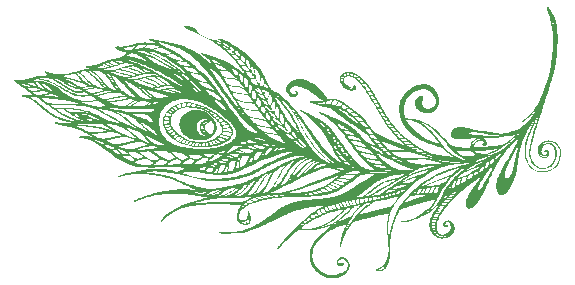
<source format=gto>
%TF.GenerationSoftware,KiCad,Pcbnew,7.0.7-2.fc38*%
%TF.CreationDate,2023-10-05T15:25:00+05:30*%
%TF.ProjectId,top_plate_niz,746f705f-706c-4617-9465-5f6e697a2e6b,rev?*%
%TF.SameCoordinates,Original*%
%TF.FileFunction,Legend,Top*%
%TF.FilePolarity,Positive*%
%FSLAX46Y46*%
G04 Gerber Fmt 4.6, Leading zero omitted, Abs format (unit mm)*
G04 Created by KiCad (PCBNEW 7.0.7-2.fc38) date 2023-10-05 15:25:00*
%MOMM*%
%LPD*%
G01*
G04 APERTURE LIST*
%ADD10C,1.000000*%
%ADD11C,4.200000*%
G04 APERTURE END LIST*
%TO.C,L1*%
G36*
X101260043Y-95009968D02*
G01*
X101396341Y-95029878D01*
X101565598Y-95070346D01*
X101739103Y-95129115D01*
X101909118Y-95203063D01*
X102067902Y-95289061D01*
X102120962Y-95322460D01*
X102262294Y-95426158D01*
X102393082Y-95543805D01*
X102511379Y-95672592D01*
X102615243Y-95809705D01*
X102702725Y-95952335D01*
X102771881Y-96097668D01*
X102820766Y-96242894D01*
X102845640Y-96369710D01*
X102851319Y-96511334D01*
X102833544Y-96650850D01*
X102793410Y-96786633D01*
X102732013Y-96917057D01*
X102650449Y-97040492D01*
X102549809Y-97155314D01*
X102431191Y-97259895D01*
X102425869Y-97263537D01*
X102295690Y-97352610D01*
X102233438Y-97385206D01*
X102150021Y-97428887D01*
X102144400Y-97431830D01*
X102124926Y-97440487D01*
X101993070Y-97488520D01*
X101949410Y-97504424D01*
X101762098Y-97549388D01*
X101566505Y-97575598D01*
X101366147Y-97583277D01*
X101164539Y-97572646D01*
X100965196Y-97543925D01*
X100771632Y-97497335D01*
X100587363Y-97433099D01*
X100415904Y-97351436D01*
X100379488Y-97330706D01*
X100238616Y-97236072D01*
X100106010Y-97123961D01*
X99986487Y-96999085D01*
X99884864Y-96866151D01*
X99852720Y-96815793D01*
X99791624Y-96696071D01*
X99742982Y-96562689D01*
X99708577Y-96422842D01*
X99706466Y-96406869D01*
X101137391Y-96406869D01*
X101147551Y-96497374D01*
X101172708Y-96597977D01*
X101210178Y-96701740D01*
X101257277Y-96801719D01*
X101311327Y-96890977D01*
X101338647Y-96927598D01*
X101420013Y-97013371D01*
X101517750Y-97091655D01*
X101625510Y-97158465D01*
X101736942Y-97209815D01*
X101835866Y-97239680D01*
X101893661Y-97250503D01*
X101929915Y-97252823D01*
X101944630Y-97246025D01*
X101937806Y-97229498D01*
X101909444Y-97202629D01*
X101859543Y-97164808D01*
X101858094Y-97163784D01*
X101835929Y-97148130D01*
X101813174Y-97131725D01*
X102131822Y-97131725D01*
X102140749Y-97163766D01*
X102156504Y-97194838D01*
X102171441Y-97212005D01*
X102190052Y-97223288D01*
X102199470Y-97216594D01*
X102202307Y-97209340D01*
X102204375Y-97171866D01*
X102190165Y-97135508D01*
X102166336Y-97112890D01*
X102143912Y-97105924D01*
X102133549Y-97109114D01*
X102131822Y-97131725D01*
X101813174Y-97131725D01*
X101744858Y-97082474D01*
X101671754Y-97024198D01*
X101669649Y-97022244D01*
X101612754Y-96969448D01*
X101577920Y-96930098D01*
X101832990Y-96930098D01*
X101935788Y-96989978D01*
X101980710Y-97015385D01*
X102017717Y-97034899D01*
X102041744Y-97045923D01*
X102047799Y-97047389D01*
X102053029Y-97035551D01*
X102047092Y-97011986D01*
X102032761Y-96985177D01*
X102023662Y-96973586D01*
X101999999Y-96952600D01*
X101967091Y-96929000D01*
X101959584Y-96924243D01*
X101926399Y-96907605D01*
X101898692Y-96906047D01*
X101874359Y-96913671D01*
X101832990Y-96930098D01*
X101577920Y-96930098D01*
X101563995Y-96914368D01*
X101521611Y-96855104D01*
X101490474Y-96803459D01*
X101460528Y-96738956D01*
X101659171Y-96738956D01*
X101663009Y-96752595D01*
X101678051Y-96777976D01*
X101699384Y-96808321D01*
X101722097Y-96836850D01*
X101741277Y-96856783D01*
X101747855Y-96861340D01*
X101777395Y-96862612D01*
X101819993Y-96848565D01*
X101850303Y-96834872D01*
X101868309Y-96825772D01*
X101870540Y-96824029D01*
X101864104Y-96813394D01*
X101848088Y-96787828D01*
X101828369Y-96756672D01*
X101786974Y-96691508D01*
X101724632Y-96712707D01*
X101689345Y-96725389D01*
X101665343Y-96735303D01*
X101659171Y-96738956D01*
X101460528Y-96738956D01*
X101457990Y-96733489D01*
X101430177Y-96649971D01*
X101409376Y-96562205D01*
X101398759Y-96485472D01*
X101525821Y-96485472D01*
X101577348Y-96677774D01*
X101615852Y-96667317D01*
X101654614Y-96654607D01*
X101695380Y-96638258D01*
X101696854Y-96637594D01*
X101739353Y-96618329D01*
X101699742Y-96470500D01*
X101681856Y-96472758D01*
X101644429Y-96477483D01*
X101602596Y-96481984D01*
X101565723Y-96484690D01*
X101557468Y-96484969D01*
X101525821Y-96485472D01*
X101398759Y-96485472D01*
X101397932Y-96479493D01*
X101396680Y-96431109D01*
X101399140Y-96413518D01*
X101818105Y-96413518D01*
X101825831Y-96465295D01*
X101830933Y-96485784D01*
X101865941Y-96582169D01*
X101919433Y-96675544D01*
X101993993Y-96770386D01*
X101997913Y-96774791D01*
X102043235Y-96822331D01*
X102095994Y-96872680D01*
X102152097Y-96922455D01*
X102207457Y-96968271D01*
X102257981Y-97006747D01*
X102299579Y-97034498D01*
X102328161Y-97048141D01*
X102328501Y-97048230D01*
X102350243Y-97052135D01*
X102368267Y-97048563D01*
X102389653Y-97034296D01*
X102421478Y-97006118D01*
X102421775Y-97005845D01*
X102478814Y-96939359D01*
X102528494Y-96853768D01*
X102569361Y-96753800D01*
X102599962Y-96644183D01*
X102618843Y-96529643D01*
X102624549Y-96414908D01*
X102621728Y-96355550D01*
X102610236Y-96286443D01*
X102588593Y-96210036D01*
X102560280Y-96136632D01*
X102528784Y-96076542D01*
X102525915Y-96072144D01*
X102481543Y-96015758D01*
X102436437Y-95977133D01*
X102399919Y-95960610D01*
X102355785Y-95960262D01*
X102297917Y-95974611D01*
X102230532Y-96001608D01*
X102157850Y-96039203D01*
X102084088Y-96085343D01*
X102013464Y-96137980D01*
X101984682Y-96162481D01*
X101978085Y-96168607D01*
X101917883Y-96224516D01*
X101869662Y-96276776D01*
X101838183Y-96323121D01*
X101827561Y-96351509D01*
X101821610Y-96367414D01*
X101818105Y-96413518D01*
X101399140Y-96413518D01*
X101402207Y-96391581D01*
X101523032Y-96391581D01*
X101582117Y-96404808D01*
X101631711Y-96413182D01*
X101665125Y-96410316D01*
X101688840Y-96394422D01*
X101705377Y-96370791D01*
X101720250Y-96330655D01*
X101712865Y-96296905D01*
X101682203Y-96266170D01*
X101671706Y-96259145D01*
X101641861Y-96242204D01*
X101619755Y-96233026D01*
X101616282Y-96232489D01*
X101604642Y-96242667D01*
X101586388Y-96269540D01*
X101565252Y-96307537D01*
X101562985Y-96312010D01*
X101523032Y-96391581D01*
X101402207Y-96391581D01*
X101413056Y-96313987D01*
X101451861Y-96202458D01*
X101476572Y-96159602D01*
X101696652Y-96159602D01*
X101703132Y-96180468D01*
X101724730Y-96206790D01*
X101757437Y-96227603D01*
X101793900Y-96225882D01*
X101829992Y-96202349D01*
X101844197Y-96185935D01*
X101861981Y-96154678D01*
X101859905Y-96129680D01*
X101836544Y-96104908D01*
X101822687Y-96094909D01*
X101785235Y-96069362D01*
X101737872Y-96110405D01*
X101707901Y-96138677D01*
X101696652Y-96159602D01*
X101476572Y-96159602D01*
X101511084Y-96099748D01*
X101554274Y-96049308D01*
X101895069Y-96049308D01*
X101917837Y-96064217D01*
X101950241Y-96064693D01*
X101982733Y-96051625D01*
X101996425Y-96039851D01*
X102013643Y-96018451D01*
X102020130Y-96006079D01*
X102020108Y-96005979D01*
X102008546Y-96005778D01*
X101980264Y-96011155D01*
X101952385Y-96018064D01*
X101912907Y-96030469D01*
X101895248Y-96041152D01*
X101895069Y-96049308D01*
X101554274Y-96049308D01*
X101588718Y-96009082D01*
X101682753Y-95933683D01*
X101721226Y-95910341D01*
X101754178Y-95894243D01*
X101804207Y-95872536D01*
X101865179Y-95847616D01*
X101930958Y-95821873D01*
X101995409Y-95797700D01*
X102052396Y-95777490D01*
X102095786Y-95763634D01*
X102101591Y-95762022D01*
X102113200Y-95748423D01*
X102112831Y-95735402D01*
X102105156Y-95723342D01*
X102087045Y-95719217D01*
X102052766Y-95722216D01*
X102036867Y-95724639D01*
X101904281Y-95746632D01*
X101793095Y-95766894D01*
X101700312Y-95786441D01*
X101622933Y-95806292D01*
X101557962Y-95827467D01*
X101502399Y-95850982D01*
X101453247Y-95877857D01*
X101407508Y-95909110D01*
X101362184Y-95945758D01*
X101347125Y-95958928D01*
X101259652Y-96050176D01*
X101195777Y-96147863D01*
X101155292Y-96252444D01*
X101137983Y-96364369D01*
X101137391Y-96406869D01*
X99706466Y-96406869D01*
X99690192Y-96283719D01*
X99689338Y-96156439D01*
X99711894Y-95990250D01*
X99756016Y-95833637D01*
X99820290Y-95687533D01*
X99903300Y-95552872D01*
X100003633Y-95430588D01*
X100119871Y-95321616D01*
X100250601Y-95226889D01*
X100394406Y-95147339D01*
X100549872Y-95083904D01*
X100715584Y-95037515D01*
X100890127Y-95009107D01*
X101072085Y-94999614D01*
X101260043Y-95009968D01*
G37*
G36*
X100608636Y-94366250D02*
G01*
X100862447Y-94403240D01*
X101123415Y-94462968D01*
X101391138Y-94545320D01*
X101665217Y-94650178D01*
X101945251Y-94777428D01*
X102230840Y-94926952D01*
X102385734Y-95016030D01*
X102489523Y-95078864D01*
X102593961Y-95144880D01*
X102701300Y-95215674D01*
X102813789Y-95292848D01*
X102933681Y-95377999D01*
X103063227Y-95472727D01*
X103204678Y-95578629D01*
X103360283Y-95697306D01*
X103531818Y-95829982D01*
X103658201Y-95933319D01*
X103775811Y-96039402D01*
X103881788Y-96145277D01*
X103973271Y-96247986D01*
X104047401Y-96344572D01*
X104083490Y-96400250D01*
X104107881Y-96447590D01*
X104134192Y-96508994D01*
X104160064Y-96577680D01*
X104183141Y-96646870D01*
X104201064Y-96709783D01*
X104211475Y-96759639D01*
X104212875Y-96772287D01*
X104212573Y-96859261D01*
X104201092Y-96961696D01*
X104186610Y-97039870D01*
X104183778Y-97049022D01*
X104151511Y-97153307D01*
X104095538Y-97268851D01*
X104021571Y-97382376D01*
X104018978Y-97385502D01*
X103932486Y-97489758D01*
X103831160Y-97586872D01*
X103826711Y-97590408D01*
X103772559Y-97633450D01*
X103629823Y-97726866D01*
X103465120Y-97812434D01*
X103401969Y-97838773D01*
X103279900Y-97889687D01*
X103075615Y-97958155D01*
X103032365Y-97969697D01*
X102853714Y-98017374D01*
X102676939Y-98054131D01*
X102615648Y-98066875D01*
X102454054Y-98092009D01*
X102362868Y-98106192D01*
X102268231Y-98117800D01*
X102107212Y-98132398D01*
X101962294Y-98145536D01*
X101840963Y-98150668D01*
X101664861Y-98158115D01*
X101497955Y-98156612D01*
X101378861Y-98155540D01*
X101268325Y-98148326D01*
X101107218Y-98137812D01*
X100928221Y-98116537D01*
X100920626Y-98115211D01*
X100668196Y-98071147D01*
X100635005Y-98065353D01*
X100567632Y-98049141D01*
X101013686Y-98049141D01*
X101014256Y-98049942D01*
X101033748Y-98054453D01*
X101068548Y-98058045D01*
X101112124Y-98060548D01*
X101157952Y-98061796D01*
X101199504Y-98061617D01*
X101230252Y-98059845D01*
X101243670Y-98056310D01*
X101243806Y-98055877D01*
X101247365Y-98039884D01*
X101247422Y-98039671D01*
X101332209Y-98039671D01*
X101345511Y-98047019D01*
X101375207Y-98050446D01*
X101413433Y-98049831D01*
X101452327Y-98045054D01*
X101467172Y-98041725D01*
X101498065Y-98024168D01*
X101618531Y-98024168D01*
X101619860Y-98038362D01*
X101620102Y-98038535D01*
X101640089Y-98042332D01*
X101674800Y-98044018D01*
X101716675Y-98043811D01*
X101758157Y-98041931D01*
X101791688Y-98038595D01*
X101809708Y-98034025D01*
X101810767Y-98033014D01*
X101814142Y-98018391D01*
X101913504Y-98018391D01*
X101913579Y-98025840D01*
X101926178Y-98032329D01*
X101955734Y-98036396D01*
X101994751Y-98037848D01*
X102035734Y-98036490D01*
X102071188Y-98032127D01*
X102079816Y-98030153D01*
X102119497Y-98011104D01*
X102143455Y-97978335D01*
X102152150Y-97930067D01*
X102146047Y-97864521D01*
X102135396Y-97815864D01*
X102116934Y-97742923D01*
X102229859Y-97742923D01*
X102231662Y-97776498D01*
X102235477Y-97823738D01*
X102239639Y-97866825D01*
X102246227Y-97928358D01*
X102253076Y-97969276D01*
X102263419Y-97993339D01*
X102280483Y-98004308D01*
X102307499Y-98005939D01*
X102347693Y-98001992D01*
X102355024Y-98001156D01*
X102425014Y-97983631D01*
X102463715Y-97965056D01*
X102513344Y-97935656D01*
X102492630Y-97889067D01*
X102474751Y-97851682D01*
X102451002Y-97805532D01*
X102435067Y-97776094D01*
X102404607Y-97726275D01*
X102377722Y-97697002D01*
X102349657Y-97685723D01*
X102315665Y-97689888D01*
X102290808Y-97698593D01*
X102257427Y-97712971D01*
X102236231Y-97724012D01*
X102235147Y-97724577D01*
X102230423Y-97728380D01*
X102229859Y-97742923D01*
X102116934Y-97742923D01*
X102116752Y-97742203D01*
X102064606Y-97749182D01*
X102020127Y-97755665D01*
X101977884Y-97762630D01*
X101971791Y-97763740D01*
X101931122Y-97771321D01*
X101921513Y-97894637D01*
X101917623Y-97947295D01*
X101914841Y-97990415D01*
X101913504Y-98018391D01*
X101814142Y-98018391D01*
X101814756Y-98015731D01*
X101819031Y-97981145D01*
X101823061Y-97936497D01*
X101826319Y-97889024D01*
X101828276Y-97845964D01*
X101828403Y-97814555D01*
X101827449Y-97804610D01*
X101817399Y-97794204D01*
X101790688Y-97789865D01*
X101743683Y-97791022D01*
X101741611Y-97791157D01*
X101699899Y-97794620D01*
X101669480Y-97798514D01*
X101657016Y-97801960D01*
X101650078Y-97823226D01*
X101642013Y-97859356D01*
X101633826Y-97903930D01*
X101626515Y-97950536D01*
X101621083Y-97992753D01*
X101618531Y-98024168D01*
X101498065Y-98024168D01*
X101503993Y-98020799D01*
X101528898Y-97980205D01*
X101542384Y-97918945D01*
X101544807Y-97885700D01*
X101546040Y-97846110D01*
X101546248Y-97818320D01*
X101545542Y-97809033D01*
X101533162Y-97807114D01*
X101503558Y-97803675D01*
X101474696Y-97800642D01*
X101406115Y-97793701D01*
X101367703Y-97911239D01*
X101351779Y-97961825D01*
X101339694Y-98003817D01*
X101332972Y-98031698D01*
X101332209Y-98039671D01*
X101247422Y-98039671D01*
X101256410Y-98005829D01*
X101269451Y-97959188D01*
X101280685Y-97920186D01*
X101295518Y-97868969D01*
X101307353Y-97827500D01*
X101314775Y-97800780D01*
X101316591Y-97793413D01*
X101305120Y-97791762D01*
X101274613Y-97789609D01*
X101230572Y-97787310D01*
X101206321Y-97786263D01*
X101154554Y-97785586D01*
X101114819Y-97787829D01*
X101092378Y-97792605D01*
X101089525Y-97794905D01*
X101077794Y-97822258D01*
X101063517Y-97862240D01*
X101048400Y-97909066D01*
X101034152Y-97956953D01*
X101022479Y-98000118D01*
X101015088Y-98032776D01*
X101013686Y-98049141D01*
X100567632Y-98049141D01*
X100401873Y-98009254D01*
X100753713Y-98009254D01*
X100753853Y-98015680D01*
X100766864Y-98023379D01*
X100796178Y-98030141D01*
X100833544Y-98035098D01*
X100870713Y-98037380D01*
X100899432Y-98036115D01*
X100910566Y-98032212D01*
X100918727Y-98016544D01*
X100931858Y-97984192D01*
X100947805Y-97941332D01*
X100964418Y-97894139D01*
X100979545Y-97848791D01*
X100991036Y-97811460D01*
X100996738Y-97788325D01*
X100996901Y-97784368D01*
X100984546Y-97778946D01*
X100954726Y-97773188D01*
X100922471Y-97769247D01*
X100881086Y-97766108D01*
X100848911Y-97765213D01*
X100835873Y-97766230D01*
X100827457Y-97778585D01*
X100814597Y-97808542D01*
X100799296Y-97850014D01*
X100783555Y-97896909D01*
X100769375Y-97943141D01*
X100758761Y-97982618D01*
X100753713Y-98009254D01*
X100401873Y-98009254D01*
X100353343Y-97997576D01*
X100323269Y-97988210D01*
X100263405Y-97969568D01*
X100405939Y-97969568D01*
X100523426Y-97989855D01*
X100574652Y-97997940D01*
X100616621Y-98003145D01*
X100643601Y-98004833D01*
X100650180Y-98003911D01*
X100656691Y-97990832D01*
X100668243Y-97959993D01*
X100682972Y-97917196D01*
X100699017Y-97868243D01*
X100714513Y-97818935D01*
X100727596Y-97775076D01*
X100736404Y-97742467D01*
X100739098Y-97727060D01*
X100727442Y-97721411D01*
X100698012Y-97714011D01*
X100660006Y-97706947D01*
X100618042Y-97700837D01*
X100585806Y-97697365D01*
X100571339Y-97697195D01*
X100561526Y-97708358D01*
X100542386Y-97736791D01*
X100516581Y-97778333D01*
X100486769Y-97828827D01*
X100483328Y-97834805D01*
X100405939Y-97969568D01*
X100263405Y-97969568D01*
X100108982Y-97921480D01*
X100084336Y-97913805D01*
X99927147Y-97852738D01*
X100138579Y-97852738D01*
X100174773Y-97881679D01*
X100219521Y-97908304D01*
X100267101Y-97922147D01*
X100305250Y-97920961D01*
X100337099Y-97901947D01*
X100374451Y-97861813D01*
X100415409Y-97802851D01*
X100444489Y-97752917D01*
X100466796Y-97710893D01*
X100483245Y-97677547D01*
X100491212Y-97658291D01*
X100491510Y-97655877D01*
X100479841Y-97648139D01*
X100451493Y-97633975D01*
X100412461Y-97616374D01*
X100410176Y-97615389D01*
X100367650Y-97598085D01*
X100341348Y-97590909D01*
X100325502Y-97593080D01*
X100315296Y-97602529D01*
X100301980Y-97620818D01*
X100278172Y-97654198D01*
X100247449Y-97697635D01*
X100218935Y-97738181D01*
X100138579Y-97852738D01*
X99927147Y-97852738D01*
X99829087Y-97814642D01*
X99816629Y-97808736D01*
X99721266Y-97763530D01*
X99892407Y-97763530D01*
X99892880Y-97765335D01*
X99909493Y-97773575D01*
X99941379Y-97784671D01*
X99964219Y-97791383D01*
X100023005Y-97799568D01*
X100073292Y-97788285D01*
X100116852Y-97756261D01*
X100155456Y-97702218D01*
X100189158Y-97629301D01*
X100222191Y-97544831D01*
X100181531Y-97525778D01*
X100144193Y-97509189D01*
X100110288Y-97495493D01*
X100109490Y-97495198D01*
X100096283Y-97491501D01*
X100084171Y-97493138D01*
X100070200Y-97502972D01*
X100051420Y-97523863D01*
X100024875Y-97558669D01*
X99987613Y-97610252D01*
X99980669Y-97619960D01*
X99945859Y-97670206D01*
X99917986Y-97713465D01*
X99899389Y-97745864D01*
X99892407Y-97763530D01*
X99721266Y-97763530D01*
X99604438Y-97708149D01*
X99588694Y-97700685D01*
X99492823Y-97645943D01*
X99663439Y-97645943D01*
X99674615Y-97656298D01*
X99701190Y-97674073D01*
X99730401Y-97691389D01*
X99794957Y-97727858D01*
X99853166Y-97663373D01*
X99879970Y-97630037D01*
X99909772Y-97587311D01*
X99939444Y-97540484D01*
X99965853Y-97494848D01*
X99985871Y-97455696D01*
X99996366Y-97428319D01*
X99996970Y-97420289D01*
X99984752Y-97412364D01*
X99956437Y-97402212D01*
X99939019Y-97397356D01*
X99905030Y-97389628D01*
X99882209Y-97390059D01*
X99859549Y-97400905D01*
X99833605Y-97418983D01*
X99795088Y-97449400D01*
X99758604Y-97482410D01*
X99748849Y-97492381D01*
X99726040Y-97521244D01*
X99702215Y-97558036D01*
X99681261Y-97595773D01*
X99667061Y-97627474D01*
X99663439Y-97645943D01*
X99492823Y-97645943D01*
X99386713Y-97585354D01*
X99364262Y-97572535D01*
X99179406Y-97446181D01*
X99379269Y-97446181D01*
X99423474Y-97481247D01*
X99461117Y-97510479D01*
X99504319Y-97543161D01*
X99520832Y-97555407D01*
X99573987Y-97594501D01*
X99696214Y-97459332D01*
X99745139Y-97403649D01*
X99780890Y-97359577D01*
X99802097Y-97328932D01*
X99807390Y-97313529D01*
X99806891Y-97312791D01*
X99791614Y-97300318D01*
X99762467Y-97278364D01*
X99725647Y-97251594D01*
X99724222Y-97250575D01*
X99687263Y-97224164D01*
X99657638Y-97203018D01*
X99641532Y-97191552D01*
X99641239Y-97191344D01*
X99632647Y-97192618D01*
X99615793Y-97204456D01*
X99589132Y-97228335D01*
X99551116Y-97265738D01*
X99500203Y-97318143D01*
X99434844Y-97387029D01*
X99417078Y-97405921D01*
X99379269Y-97446181D01*
X99179406Y-97446181D01*
X99178158Y-97445328D01*
X99156891Y-97430791D01*
X98967683Y-97276053D01*
X98954742Y-97263326D01*
X98954250Y-97262842D01*
X99169377Y-97262842D01*
X99244255Y-97324063D01*
X99281941Y-97352437D01*
X99312435Y-97370839D01*
X99330703Y-97376322D01*
X99332410Y-97375637D01*
X99345099Y-97363635D01*
X99369733Y-97338251D01*
X99402686Y-97303415D01*
X99440329Y-97263057D01*
X99479035Y-97221107D01*
X99515176Y-97181497D01*
X99545126Y-97148156D01*
X99565255Y-97125014D01*
X99571981Y-97116066D01*
X99562748Y-97107339D01*
X99539114Y-97087814D01*
X99506138Y-97061666D01*
X99505148Y-97060894D01*
X99471329Y-97035275D01*
X99445705Y-97017271D01*
X99433702Y-97010687D01*
X99433624Y-97010702D01*
X99423392Y-97019295D01*
X99398815Y-97041980D01*
X99363132Y-97075714D01*
X99319579Y-97117449D01*
X99298837Y-97137486D01*
X99169377Y-97262842D01*
X98954250Y-97262842D01*
X98797738Y-97108921D01*
X98797299Y-97108395D01*
X98750902Y-97052895D01*
X98945312Y-97052895D01*
X98954905Y-97064334D01*
X98978699Y-97087863D01*
X99012459Y-97119368D01*
X99031616Y-97136704D01*
X99115637Y-97211996D01*
X99147785Y-97178935D01*
X99170057Y-97156707D01*
X99204835Y-97122767D01*
X99246800Y-97082283D01*
X99278649Y-97051820D01*
X99318101Y-97013663D01*
X99349783Y-96981935D01*
X99370156Y-96960256D01*
X99375927Y-96952398D01*
X99367256Y-96941528D01*
X99346018Y-96918409D01*
X99319115Y-96890417D01*
X99289988Y-96860806D01*
X99268346Y-96839116D01*
X99259325Y-96830454D01*
X99247857Y-96835533D01*
X99220870Y-96852315D01*
X99182539Y-96877841D01*
X99137042Y-96909153D01*
X99088554Y-96943293D01*
X99041252Y-96977303D01*
X98999311Y-97008224D01*
X98966908Y-97033098D01*
X98948218Y-97048966D01*
X98945312Y-97052895D01*
X98750902Y-97052895D01*
X98648159Y-96929995D01*
X98647284Y-96928771D01*
X98583553Y-96839557D01*
X98572731Y-96822117D01*
X98730962Y-96822117D01*
X98740169Y-96835442D01*
X98762289Y-96861784D01*
X98793274Y-96896407D01*
X98807876Y-96912189D01*
X98881884Y-96991415D01*
X98930707Y-96955564D01*
X98961750Y-96933104D01*
X99006025Y-96901495D01*
X99056632Y-96865650D01*
X99089177Y-96842740D01*
X99133300Y-96810849D01*
X99168479Y-96783677D01*
X99190697Y-96764437D01*
X99196423Y-96756804D01*
X99188254Y-96742816D01*
X99169624Y-96715941D01*
X99151209Y-96690897D01*
X99125987Y-96658575D01*
X99105569Y-96634584D01*
X99096811Y-96626078D01*
X99082745Y-96628898D01*
X99052081Y-96641672D01*
X99009171Y-96662071D01*
X98958364Y-96687762D01*
X98904008Y-96716417D01*
X98850453Y-96745703D01*
X98802049Y-96773291D01*
X98763145Y-96796850D01*
X98738089Y-96814049D01*
X98730962Y-96822117D01*
X98572731Y-96822117D01*
X98515942Y-96730598D01*
X98452995Y-96611825D01*
X98430406Y-96562244D01*
X98573626Y-96562244D01*
X98577861Y-96574649D01*
X98591968Y-96601590D01*
X98612342Y-96637076D01*
X98635374Y-96675122D01*
X98657456Y-96709743D01*
X98674981Y-96734948D01*
X98683375Y-96744364D01*
X98699139Y-96742055D01*
X98730594Y-96728731D01*
X98773080Y-96707111D01*
X98821932Y-96679909D01*
X98872487Y-96649839D01*
X98920082Y-96619617D01*
X98960052Y-96591960D01*
X98987735Y-96569581D01*
X98993295Y-96563913D01*
X99030556Y-96521804D01*
X99003177Y-96486209D01*
X98989090Y-96467895D01*
X98963131Y-96437648D01*
X98940536Y-96417282D01*
X98930336Y-96412171D01*
X98914641Y-96416233D01*
X98881638Y-96428193D01*
X98836195Y-96446003D01*
X98783181Y-96467613D01*
X98727461Y-96490979D01*
X98673907Y-96514050D01*
X98627383Y-96534779D01*
X98592756Y-96551117D01*
X98574899Y-96561019D01*
X98573626Y-96562244D01*
X98430406Y-96562244D01*
X98396675Y-96488208D01*
X98348954Y-96364720D01*
X98320567Y-96274277D01*
X98469783Y-96274277D01*
X98470749Y-96288616D01*
X98477356Y-96319734D01*
X98487767Y-96361022D01*
X98500149Y-96405873D01*
X98512667Y-96447677D01*
X98523489Y-96479827D01*
X98530779Y-96495712D01*
X98531391Y-96496250D01*
X98543988Y-96492615D01*
X98573923Y-96480461D01*
X98616436Y-96461977D01*
X98666770Y-96439350D01*
X98720165Y-96414766D01*
X98771861Y-96390414D01*
X98817101Y-96368478D01*
X98851126Y-96351149D01*
X98867561Y-96341749D01*
X98873133Y-96324975D01*
X98866594Y-96296675D01*
X98851336Y-96264358D01*
X98830754Y-96235534D01*
X98812451Y-96219865D01*
X98796317Y-96213960D01*
X98772609Y-96212562D01*
X98742087Y-96215547D01*
X98737044Y-96216040D01*
X98685340Y-96224768D01*
X98629787Y-96235715D01*
X98571242Y-96248085D01*
X98522048Y-96259302D01*
X98486871Y-96268242D01*
X98470376Y-96273780D01*
X98469783Y-96274277D01*
X98320567Y-96274277D01*
X98311795Y-96246328D01*
X98287167Y-96138005D01*
X98278218Y-96067971D01*
X98277136Y-95918247D01*
X98279779Y-95898721D01*
X98375507Y-95898721D01*
X98387540Y-95973659D01*
X98397426Y-96028782D01*
X98409401Y-96086918D01*
X98415975Y-96115355D01*
X98432378Y-96182114D01*
X98533870Y-96169570D01*
X98596362Y-96160167D01*
X98663279Y-96147488D01*
X98720304Y-96134251D01*
X98721104Y-96134037D01*
X98765589Y-96121466D01*
X98791211Y-96111538D01*
X98802995Y-96101212D01*
X98805963Y-96087447D01*
X98805903Y-96082702D01*
X98803467Y-96019964D01*
X98800913Y-95978028D01*
X98797946Y-95953144D01*
X98794915Y-95942664D01*
X98781370Y-95938052D01*
X98747468Y-95932320D01*
X98697347Y-95926004D01*
X98635146Y-95919642D01*
X98582346Y-95915105D01*
X98581361Y-95915027D01*
X98934198Y-95915027D01*
X98937033Y-96032863D01*
X98955749Y-96146189D01*
X98988999Y-96248603D01*
X99015792Y-96302894D01*
X99037758Y-96336786D01*
X99072726Y-96385656D01*
X99117776Y-96445792D01*
X99169987Y-96513485D01*
X99226439Y-96585021D01*
X99284210Y-96656690D01*
X99340381Y-96724781D01*
X99392029Y-96785582D01*
X99425832Y-96823934D01*
X99602204Y-97001729D01*
X99794920Y-97162385D01*
X100001807Y-97304583D01*
X100220688Y-97427005D01*
X100449389Y-97528331D01*
X100685736Y-97607244D01*
X100743509Y-97622740D01*
X100963224Y-97668221D01*
X101194530Y-97696257D01*
X101432023Y-97706878D01*
X101670298Y-97700112D01*
X101903951Y-97675989D01*
X102089634Y-97641573D01*
X102478482Y-97641573D01*
X102484028Y-97658958D01*
X102497880Y-97685879D01*
X102521689Y-97726145D01*
X102554602Y-97779545D01*
X102640424Y-97917853D01*
X102723414Y-97895549D01*
X102769089Y-97882217D01*
X102807939Y-97869008D01*
X102830833Y-97859138D01*
X102840641Y-97853265D01*
X102845840Y-97847083D01*
X102844484Y-97837885D01*
X102834622Y-97822964D01*
X102814306Y-97799614D01*
X102781587Y-97765131D01*
X102734518Y-97716806D01*
X102711098Y-97692854D01*
X102671154Y-97653962D01*
X102634130Y-97621379D01*
X102605366Y-97599644D01*
X102594583Y-97593801D01*
X102550896Y-97588590D01*
X102509089Y-97601075D01*
X102485730Y-97620173D01*
X102479599Y-97629915D01*
X102478482Y-97641573D01*
X102089634Y-97641573D01*
X102127579Y-97634540D01*
X102206955Y-97614749D01*
X102383915Y-97560433D01*
X102458973Y-97530145D01*
X102695407Y-97530145D01*
X102704232Y-97540609D01*
X102726953Y-97564610D01*
X102759929Y-97598501D01*
X102799520Y-97638636D01*
X102842084Y-97681364D01*
X102883984Y-97723040D01*
X102921575Y-97760015D01*
X102951221Y-97788642D01*
X102969278Y-97805272D01*
X102972490Y-97807779D01*
X102988652Y-97806559D01*
X103021000Y-97796954D01*
X103063428Y-97780874D01*
X103077442Y-97774973D01*
X103122556Y-97754964D01*
X103148235Y-97741466D01*
X103157850Y-97731907D01*
X103154781Y-97723721D01*
X103150032Y-97719703D01*
X103133434Y-97707812D01*
X103100490Y-97684666D01*
X103055058Y-97652960D01*
X103000997Y-97615391D01*
X102960891Y-97587602D01*
X102903898Y-97548992D01*
X102853270Y-97516256D01*
X102812668Y-97491638D01*
X102785753Y-97477381D01*
X102776871Y-97474801D01*
X102757307Y-97483759D01*
X102731693Y-97499469D01*
X102708415Y-97516234D01*
X102695859Y-97528358D01*
X102695407Y-97530145D01*
X102458973Y-97530145D01*
X102542476Y-97496449D01*
X102687791Y-97420060D01*
X102720328Y-97398356D01*
X102914285Y-97398356D01*
X102924811Y-97409485D01*
X102951243Y-97431782D01*
X102989499Y-97462160D01*
X103035491Y-97497536D01*
X103085135Y-97534825D01*
X103134345Y-97570941D01*
X103179038Y-97602799D01*
X103215126Y-97627316D01*
X103229214Y-97636184D01*
X103294706Y-97664665D01*
X103356782Y-97670130D01*
X103406002Y-97656173D01*
X103481164Y-97618576D01*
X103535064Y-97588798D01*
X103569335Y-97565785D01*
X103585608Y-97548482D01*
X103587138Y-97539109D01*
X103574075Y-97528469D01*
X103540646Y-97511010D01*
X103489668Y-97488001D01*
X103423957Y-97460714D01*
X103346328Y-97430420D01*
X103346060Y-97430319D01*
X103253647Y-97395436D01*
X103181038Y-97368650D01*
X103125176Y-97349090D01*
X103083009Y-97335884D01*
X103051480Y-97328162D01*
X103027536Y-97325055D01*
X103008121Y-97325693D01*
X102990693Y-97329074D01*
X102961168Y-97342337D01*
X102934053Y-97363372D01*
X102916675Y-97385533D01*
X102914285Y-97398356D01*
X102720328Y-97398356D01*
X102825018Y-97328522D01*
X102950546Y-97226238D01*
X103122356Y-97226238D01*
X103134461Y-97234132D01*
X103165981Y-97248499D01*
X103213087Y-97267903D01*
X103271950Y-97290912D01*
X103338740Y-97316090D01*
X103409625Y-97342005D01*
X103480777Y-97367221D01*
X103548367Y-97390307D01*
X103608565Y-97409827D01*
X103631383Y-97416816D01*
X103697369Y-97433979D01*
X103746537Y-97439186D01*
X103784090Y-97431342D01*
X103815228Y-97409355D01*
X103845154Y-97372128D01*
X103845385Y-97371792D01*
X103869147Y-97335388D01*
X103878681Y-97312969D01*
X103874493Y-97298879D01*
X103857095Y-97287469D01*
X103853154Y-97285531D01*
X103830084Y-97276783D01*
X103788577Y-97263410D01*
X103732462Y-97246461D01*
X103665570Y-97226989D01*
X103591730Y-97206048D01*
X103514774Y-97184689D01*
X103438529Y-97163964D01*
X103366825Y-97144927D01*
X103303494Y-97128630D01*
X103252364Y-97116124D01*
X103217265Y-97108462D01*
X103202180Y-97106649D01*
X103185124Y-97119490D01*
X103163320Y-97145800D01*
X103142061Y-97177650D01*
X103126643Y-97207107D01*
X103122356Y-97226238D01*
X102950546Y-97226238D01*
X102959312Y-97219095D01*
X102971223Y-97208462D01*
X103073552Y-97109998D01*
X103154035Y-97017183D01*
X103154100Y-97017086D01*
X103257265Y-97017086D01*
X103269303Y-97023615D01*
X103301179Y-97035235D01*
X103348979Y-97050811D01*
X103408791Y-97069206D01*
X103476702Y-97089288D01*
X103548797Y-97109919D01*
X103621166Y-97129967D01*
X103689894Y-97148293D01*
X103751069Y-97163765D01*
X103800777Y-97175247D01*
X103806964Y-97176547D01*
X103877134Y-97190099D01*
X103928716Y-97195788D01*
X103966994Y-97191493D01*
X103997249Y-97175094D01*
X104024767Y-97144474D01*
X104054829Y-97097511D01*
X104070368Y-97070873D01*
X104099837Y-97016894D01*
X104117888Y-96977238D01*
X104123516Y-96954285D01*
X104121483Y-96949882D01*
X104105754Y-96945947D01*
X104069293Y-96939287D01*
X104015696Y-96930483D01*
X103948563Y-96920112D01*
X103871490Y-96908755D01*
X103823445Y-96901915D01*
X103735851Y-96889629D01*
X103650131Y-96877657D01*
X103571386Y-96866707D01*
X103504722Y-96857487D01*
X103455245Y-96850708D01*
X103441530Y-96848855D01*
X103343564Y-96835708D01*
X103299583Y-96922716D01*
X103279162Y-96964366D01*
X103264242Y-96997202D01*
X103257406Y-97015463D01*
X103257265Y-97017086D01*
X103154100Y-97017086D01*
X103213938Y-96927378D01*
X103254526Y-96837947D01*
X103277067Y-96746251D01*
X103282172Y-96660645D01*
X103378441Y-96660645D01*
X103380092Y-96696628D01*
X103386055Y-96716037D01*
X103399977Y-96726843D01*
X103410798Y-96731409D01*
X103458786Y-96747207D01*
X103523726Y-96764684D01*
X103598251Y-96782180D01*
X103674988Y-96798031D01*
X103746570Y-96810577D01*
X103786464Y-96816127D01*
X103836708Y-96820718D01*
X103896874Y-96824111D01*
X103960711Y-96826201D01*
X104021967Y-96826884D01*
X104074393Y-96826056D01*
X104111736Y-96823612D01*
X104122876Y-96821732D01*
X104127389Y-96820094D01*
X104128813Y-96815664D01*
X104125670Y-96804864D01*
X104116487Y-96784116D01*
X104099784Y-96749841D01*
X104074087Y-96698460D01*
X104062533Y-96675450D01*
X104036957Y-96625217D01*
X104015205Y-96583802D01*
X103999690Y-96555710D01*
X103992980Y-96545498D01*
X103979833Y-96545677D01*
X103946327Y-96547830D01*
X103896550Y-96551599D01*
X103874259Y-96553406D01*
X103834584Y-96556623D01*
X103764515Y-96562542D01*
X103690428Y-96568996D01*
X103616406Y-96575626D01*
X103546534Y-96582073D01*
X103484898Y-96587975D01*
X103435581Y-96592974D01*
X103402669Y-96596709D01*
X103390972Y-96598525D01*
X103383289Y-96611768D01*
X103378888Y-96641380D01*
X103378441Y-96660645D01*
X103282172Y-96660645D01*
X103282827Y-96649654D01*
X103276833Y-96571910D01*
X103254575Y-96466729D01*
X103220815Y-96371638D01*
X103342781Y-96371638D01*
X103345255Y-96392976D01*
X103346533Y-96404001D01*
X103351257Y-96429720D01*
X103364765Y-96494495D01*
X103436172Y-96500108D01*
X103519962Y-96503110D01*
X103608904Y-96500130D01*
X103697330Y-96491907D01*
X103779567Y-96479176D01*
X103849946Y-96462670D01*
X103902797Y-96443126D01*
X103911594Y-96438442D01*
X103921633Y-96431515D01*
X103924713Y-96423095D01*
X103918760Y-96409501D01*
X103901700Y-96387052D01*
X103871462Y-96352066D01*
X103848158Y-96325805D01*
X103760432Y-96227197D01*
X103555229Y-96285909D01*
X103487974Y-96305613D01*
X103429256Y-96323694D01*
X103383031Y-96338860D01*
X103353257Y-96349824D01*
X103343887Y-96354783D01*
X103342781Y-96371638D01*
X103220815Y-96371638D01*
X103215216Y-96355866D01*
X103161809Y-96247655D01*
X103151772Y-96230489D01*
X103133152Y-96200256D01*
X103114041Y-96171614D01*
X103092773Y-96142852D01*
X103067684Y-96112260D01*
X103053678Y-96096624D01*
X103213001Y-96096624D01*
X103216700Y-96111355D01*
X103231120Y-96140931D01*
X103253427Y-96179723D01*
X103260863Y-96191726D01*
X103313914Y-96276010D01*
X103465676Y-96235345D01*
X103550947Y-96210480D01*
X103615975Y-96187143D01*
X103659616Y-96165851D01*
X103680729Y-96147116D01*
X103682255Y-96137825D01*
X103672463Y-96125524D01*
X103648314Y-96100857D01*
X103613794Y-96067788D01*
X103584994Y-96041212D01*
X103545407Y-96005342D01*
X103512937Y-95976157D01*
X103491628Y-95957278D01*
X103485452Y-95952091D01*
X103472809Y-95955894D01*
X103443919Y-95969101D01*
X103403889Y-95989004D01*
X103357829Y-96012891D01*
X103310847Y-96038053D01*
X103268051Y-96061780D01*
X103259374Y-96066852D01*
X103234548Y-96081363D01*
X103215449Y-96094089D01*
X103213001Y-96096624D01*
X103053678Y-96096624D01*
X103037109Y-96078127D01*
X103015995Y-96056085D01*
X102999384Y-96038744D01*
X102952842Y-95992401D01*
X102895820Y-95937387D01*
X102827754Y-95873035D01*
X102826652Y-95871993D01*
X102805474Y-95852217D01*
X102992542Y-95852217D01*
X103001190Y-95870130D01*
X103024465Y-95895885D01*
X103063962Y-95933251D01*
X103126399Y-95980149D01*
X103185824Y-96002972D01*
X103241910Y-96001679D01*
X103294332Y-95976229D01*
X103309063Y-95964088D01*
X103335746Y-95937325D01*
X103361786Y-95907205D01*
X103381975Y-95880249D01*
X103391104Y-95862978D01*
X103391156Y-95861318D01*
X103381483Y-95851832D01*
X103356379Y-95831180D01*
X103320135Y-95802820D01*
X103293585Y-95782608D01*
X103247685Y-95750143D01*
X103209301Y-95727045D01*
X103183007Y-95715927D01*
X103176179Y-95715569D01*
X103153638Y-95726051D01*
X103118440Y-95747062D01*
X103077385Y-95774154D01*
X103037274Y-95802883D01*
X103011200Y-95823415D01*
X102996538Y-95838019D01*
X102992542Y-95852217D01*
X102805474Y-95852217D01*
X102743673Y-95794507D01*
X102645219Y-95703220D01*
X102587943Y-95650280D01*
X102768652Y-95650280D01*
X102772310Y-95665638D01*
X102789598Y-95690853D01*
X102815353Y-95719980D01*
X102844415Y-95747069D01*
X102866914Y-95763484D01*
X102904182Y-95778819D01*
X102941226Y-95777044D01*
X102981967Y-95756874D01*
X103030333Y-95717027D01*
X103041465Y-95706390D01*
X103105682Y-95643909D01*
X103074168Y-95618193D01*
X103040296Y-95592673D01*
X103010303Y-95572549D01*
X102967351Y-95559761D01*
X102939924Y-95563010D01*
X102911450Y-95573356D01*
X102873645Y-95590283D01*
X102833510Y-95610226D01*
X102798045Y-95629616D01*
X102774252Y-95644885D01*
X102768652Y-95650280D01*
X102587943Y-95650280D01*
X102577693Y-95640806D01*
X102535880Y-95602223D01*
X102474765Y-95545829D01*
X102387703Y-95465834D01*
X102366559Y-95446583D01*
X102556532Y-95446583D01*
X102572445Y-95473873D01*
X102602778Y-95505476D01*
X102639896Y-95534919D01*
X102676164Y-95555730D01*
X102691277Y-95560806D01*
X102744098Y-95560827D01*
X102799947Y-95537865D01*
X102844741Y-95505210D01*
X102881408Y-95474019D01*
X102851007Y-95443166D01*
X102823118Y-95419168D01*
X102784372Y-95390885D01*
X102758510Y-95374027D01*
X102717495Y-95352680D01*
X102683824Y-95342448D01*
X102670535Y-95342674D01*
X102642419Y-95355847D01*
X102610760Y-95378577D01*
X102581785Y-95405188D01*
X102561720Y-95430007D01*
X102556532Y-95446583D01*
X102366559Y-95446583D01*
X102314389Y-95399085D01*
X102266024Y-95355771D01*
X102252707Y-95343845D01*
X102200541Y-95298379D01*
X102155775Y-95260950D01*
X102116290Y-95229821D01*
X102079972Y-95203257D01*
X102056208Y-95187265D01*
X102274173Y-95187265D01*
X102278762Y-95201702D01*
X102298524Y-95226538D01*
X102328845Y-95257643D01*
X102365106Y-95290886D01*
X102402692Y-95322137D01*
X102436985Y-95347262D01*
X102463368Y-95362133D01*
X102472164Y-95364431D01*
X102493238Y-95358023D01*
X102522204Y-95340981D01*
X102552138Y-95318612D01*
X102576114Y-95296219D01*
X102587207Y-95279107D01*
X102587175Y-95276346D01*
X102577170Y-95263757D01*
X102553934Y-95241027D01*
X102530878Y-95220399D01*
X102477985Y-95179666D01*
X102432337Y-95157499D01*
X102387698Y-95151950D01*
X102339507Y-95160586D01*
X102304143Y-95172120D01*
X102279929Y-95182791D01*
X102274173Y-95187265D01*
X102056208Y-95187265D01*
X102044702Y-95179522D01*
X102008365Y-95156879D01*
X101968844Y-95133591D01*
X101937289Y-95115485D01*
X101838313Y-95061908D01*
X101754486Y-95022439D01*
X101743020Y-95017041D01*
X101646329Y-94979203D01*
X101543162Y-94946711D01*
X101446672Y-94922467D01*
X101868954Y-94922467D01*
X101885549Y-94942831D01*
X101916296Y-94969745D01*
X101957564Y-95000481D01*
X102005723Y-95032311D01*
X102057136Y-95062508D01*
X102101753Y-95085356D01*
X102148732Y-95106599D01*
X102180301Y-95117620D01*
X102202760Y-95119669D01*
X102222408Y-95113998D01*
X102229278Y-95110679D01*
X102265379Y-95089153D01*
X102278205Y-95072298D01*
X102268139Y-95058220D01*
X102242175Y-95047124D01*
X102217295Y-95036863D01*
X102177498Y-95018217D01*
X102129510Y-94994393D01*
X102104349Y-94981438D01*
X102031795Y-94946815D01*
X101967558Y-94922427D01*
X101915230Y-94909349D01*
X101878401Y-94908654D01*
X101870144Y-94911382D01*
X101868954Y-94922467D01*
X101446672Y-94922467D01*
X101428440Y-94917886D01*
X101336281Y-94899056D01*
X101297082Y-94891047D01*
X101214776Y-94876327D01*
X101026076Y-94846328D01*
X100982172Y-94839349D01*
X100770670Y-94812091D01*
X100578843Y-94794508D01*
X100546130Y-94793010D01*
X100405267Y-94786557D01*
X100248516Y-94788192D01*
X100201431Y-94791914D01*
X100107165Y-94799366D01*
X99979786Y-94820037D01*
X99915177Y-94835436D01*
X99826556Y-94861538D01*
X99745902Y-94891040D01*
X99669441Y-94926183D01*
X99648073Y-94938273D01*
X99593395Y-94969209D01*
X99513993Y-95022358D01*
X99427458Y-95087876D01*
X99384731Y-95123010D01*
X99330018Y-95167999D01*
X99282449Y-95208764D01*
X99273092Y-95216782D01*
X99210822Y-95271052D01*
X99163864Y-95313307D01*
X99128777Y-95347385D01*
X99124136Y-95352563D01*
X99102124Y-95377124D01*
X99080467Y-95406361D01*
X99060367Y-95438935D01*
X99038386Y-95478684D01*
X99038288Y-95478864D01*
X98999137Y-95561417D01*
X98970341Y-95646945D01*
X98950473Y-95741416D01*
X98945527Y-95785175D01*
X98938109Y-95850802D01*
X98934198Y-95915027D01*
X98581361Y-95915027D01*
X98375507Y-95898721D01*
X98279779Y-95898721D01*
X98295208Y-95784739D01*
X98383462Y-95784739D01*
X98384644Y-95790057D01*
X98399311Y-95792853D01*
X98434332Y-95797330D01*
X98485602Y-95803028D01*
X98549015Y-95809489D01*
X98611337Y-95815416D01*
X98828806Y-95835448D01*
X98839899Y-95773513D01*
X98845098Y-95734827D01*
X98846034Y-95704981D01*
X98844471Y-95695712D01*
X98830943Y-95686341D01*
X98798406Y-95671714D01*
X98751362Y-95653645D01*
X98694315Y-95633948D01*
X98678081Y-95628681D01*
X98616002Y-95609020D01*
X98559421Y-95591476D01*
X98513939Y-95577760D01*
X98485152Y-95569584D01*
X98482038Y-95568799D01*
X98445866Y-95560084D01*
X98410642Y-95672407D01*
X98396438Y-95721081D01*
X98386984Y-95760305D01*
X98383462Y-95784739D01*
X98295208Y-95784739D01*
X98296867Y-95772483D01*
X98338178Y-95627672D01*
X98401836Y-95480812D01*
X98427639Y-95433475D01*
X98511456Y-95433475D01*
X98511649Y-95434442D01*
X98523679Y-95442153D01*
X98554262Y-95455627D01*
X98598567Y-95473153D01*
X98651760Y-95493016D01*
X98709009Y-95513504D01*
X98765479Y-95532906D01*
X98816340Y-95549505D01*
X98856757Y-95561595D01*
X98881897Y-95567458D01*
X98887209Y-95567526D01*
X98896903Y-95555054D01*
X98912257Y-95526574D01*
X98930162Y-95489010D01*
X98947512Y-95449290D01*
X98961199Y-95414339D01*
X98968117Y-95391085D01*
X98968317Y-95386717D01*
X98957130Y-95376171D01*
X98928440Y-95356588D01*
X98886354Y-95330592D01*
X98834981Y-95300802D01*
X98824567Y-95294963D01*
X98771083Y-95265931D01*
X98724787Y-95242299D01*
X98690103Y-95226217D01*
X98671454Y-95219833D01*
X98670113Y-95219888D01*
X98650456Y-95232986D01*
X98623137Y-95260905D01*
X98592151Y-95298236D01*
X98561494Y-95339569D01*
X98535162Y-95379493D01*
X98517151Y-95412598D01*
X98511456Y-95433475D01*
X98427639Y-95433475D01*
X98451192Y-95390265D01*
X98563505Y-95221738D01*
X98659278Y-95107740D01*
X98782184Y-95107740D01*
X98798337Y-95131428D01*
X98829837Y-95159296D01*
X98890413Y-95201678D01*
X98953322Y-95234307D01*
X99011599Y-95253979D01*
X99045018Y-95258320D01*
X99078309Y-95258588D01*
X99098513Y-95256936D01*
X99104597Y-95250749D01*
X99095531Y-95237419D01*
X99070284Y-95214333D01*
X99027822Y-95178878D01*
X99006764Y-95161457D01*
X98962689Y-95126121D01*
X98919376Y-95093351D01*
X98884920Y-95069234D01*
X98879646Y-95065887D01*
X98850165Y-95049081D01*
X98831691Y-95045566D01*
X98814732Y-95055117D01*
X98804539Y-95064096D01*
X98784694Y-95086963D01*
X98782184Y-95107740D01*
X98659278Y-95107740D01*
X98696245Y-95063738D01*
X98802135Y-94961203D01*
X98952217Y-94961203D01*
X98955837Y-94969278D01*
X98971479Y-94981559D01*
X99001191Y-95005022D01*
X99039808Y-95035586D01*
X99060473Y-95051962D01*
X99113363Y-95089620D01*
X99166681Y-95120227D01*
X99215002Y-95141227D01*
X99252902Y-95150062D01*
X99266453Y-95149066D01*
X99266676Y-95137271D01*
X99252563Y-95106237D01*
X99224359Y-95056479D01*
X99218918Y-95047417D01*
X99197984Y-95016787D01*
X99169273Y-94979893D01*
X99136944Y-94941441D01*
X99105152Y-94906134D01*
X99078054Y-94878676D01*
X99059806Y-94863772D01*
X99055469Y-94862441D01*
X99040976Y-94871693D01*
X99015015Y-94892490D01*
X98992947Y-94911673D01*
X98962739Y-94941870D01*
X98952217Y-94961203D01*
X98802135Y-94961203D01*
X98847018Y-94917742D01*
X99005106Y-94791847D01*
X99181412Y-94791847D01*
X99268803Y-94909852D01*
X99302948Y-94955718D01*
X99331451Y-94993557D01*
X99351348Y-95019463D01*
X99359674Y-95029533D01*
X99359686Y-95029539D01*
X99370998Y-95023947D01*
X99395330Y-95007482D01*
X99426681Y-94984665D01*
X99459050Y-94960019D01*
X99486435Y-94938065D01*
X99502836Y-94923327D01*
X99505032Y-94920013D01*
X99497756Y-94908117D01*
X99479240Y-94880550D01*
X99452447Y-94841670D01*
X99426400Y-94804430D01*
X99385506Y-94748951D01*
X99355534Y-94714400D01*
X99335826Y-94700054D01*
X99330845Y-94699762D01*
X99311369Y-94708839D01*
X99279202Y-94727571D01*
X99246895Y-94748242D01*
X99181412Y-94791847D01*
X99005106Y-94791847D01*
X99013428Y-94785220D01*
X99193080Y-94667648D01*
X99308843Y-94606182D01*
X99462482Y-94606182D01*
X99467799Y-94617132D01*
X99483779Y-94644657D01*
X99507949Y-94684596D01*
X99537624Y-94732458D01*
X99567742Y-94780680D01*
X99592515Y-94820625D01*
X99609357Y-94848105D01*
X99615683Y-94858922D01*
X99626429Y-94857499D01*
X99652004Y-94848211D01*
X99685242Y-94834112D01*
X99718979Y-94818253D01*
X99746052Y-94803690D01*
X99747831Y-94802601D01*
X99787859Y-94763915D01*
X99814711Y-94708291D01*
X99827333Y-94640147D01*
X99827131Y-94634376D01*
X99931797Y-94634376D01*
X99933338Y-94680943D01*
X99939211Y-94714546D01*
X99947624Y-94728198D01*
X99963825Y-94728871D01*
X99997925Y-94725111D01*
X100043831Y-94717679D01*
X100066587Y-94713364D01*
X100174649Y-94691963D01*
X100175225Y-94690618D01*
X100647760Y-94690618D01*
X100664327Y-94694477D01*
X100699456Y-94700328D01*
X100747574Y-94707441D01*
X100803104Y-94715086D01*
X100860475Y-94722532D01*
X100914112Y-94729050D01*
X100958441Y-94733909D01*
X100987887Y-94736379D01*
X100996598Y-94736313D01*
X101001417Y-94732322D01*
X101142432Y-94732322D01*
X101144847Y-94744974D01*
X101156339Y-94752589D01*
X101159523Y-94753944D01*
X101206639Y-94767302D01*
X101258033Y-94772857D01*
X101261271Y-94772581D01*
X101479622Y-94772581D01*
X101485775Y-94791156D01*
X101510212Y-94812749D01*
X101547368Y-94834535D01*
X101591678Y-94853690D01*
X101637578Y-94867388D01*
X101676930Y-94872756D01*
X101713234Y-94868487D01*
X101747171Y-94856168D01*
X101771525Y-94839448D01*
X101779084Y-94821977D01*
X101778897Y-94821174D01*
X101767452Y-94810633D01*
X101739877Y-94792546D01*
X101701871Y-94770615D01*
X101697288Y-94768122D01*
X101654053Y-94746693D01*
X101615466Y-94730950D01*
X101589654Y-94724195D01*
X101589082Y-94724162D01*
X101558126Y-94728416D01*
X101523253Y-94740748D01*
X101493905Y-94756983D01*
X101479622Y-94772581D01*
X101261271Y-94772581D01*
X101300649Y-94769225D01*
X101301437Y-94769017D01*
X101328056Y-94757353D01*
X101360082Y-94737235D01*
X101391606Y-94713335D01*
X101416722Y-94690321D01*
X101429524Y-94672867D01*
X101429508Y-94667754D01*
X101415276Y-94659983D01*
X101382935Y-94647987D01*
X101338129Y-94633759D01*
X101311226Y-94625985D01*
X101199998Y-94594902D01*
X101166785Y-94669058D01*
X101149582Y-94708921D01*
X101142432Y-94732322D01*
X101001417Y-94732322D01*
X101008992Y-94726048D01*
X101031018Y-94702212D01*
X101058151Y-94670370D01*
X101085861Y-94636087D01*
X101109620Y-94604926D01*
X101124902Y-94582451D01*
X101128098Y-94574709D01*
X101116234Y-94569194D01*
X101085140Y-94558804D01*
X101039319Y-94544952D01*
X100983277Y-94529042D01*
X100973656Y-94526398D01*
X100915396Y-94510603D01*
X100865545Y-94497354D01*
X100828968Y-94487924D01*
X100810526Y-94483589D01*
X100809682Y-94483462D01*
X100797406Y-94491645D01*
X100775462Y-94514351D01*
X100747548Y-94546850D01*
X100717364Y-94584411D01*
X100688605Y-94622302D01*
X100664969Y-94655795D01*
X100650154Y-94680158D01*
X100647760Y-94690618D01*
X100175225Y-94690618D01*
X100189462Y-94657378D01*
X100311736Y-94657378D01*
X100312017Y-94659154D01*
X100324105Y-94664899D01*
X100353450Y-94672499D01*
X100383932Y-94678521D01*
X100453175Y-94683505D01*
X100514276Y-94674127D01*
X100561100Y-94651452D01*
X100566870Y-94646650D01*
X100585313Y-94625204D01*
X100608698Y-94591608D01*
X100633338Y-94552102D01*
X100655550Y-94512926D01*
X100671645Y-94480320D01*
X100677939Y-94460523D01*
X100677773Y-94458899D01*
X100664854Y-94449855D01*
X100634313Y-94438735D01*
X100592680Y-94427898D01*
X100591346Y-94427606D01*
X100509837Y-94418101D01*
X100442831Y-94428144D01*
X100390548Y-94457647D01*
X100353205Y-94506523D01*
X100344832Y-94525251D01*
X100332751Y-94560742D01*
X100321796Y-94600358D01*
X100314084Y-94635453D01*
X100311736Y-94657378D01*
X100189462Y-94657378D01*
X100235162Y-94550676D01*
X100262564Y-94485673D01*
X100280534Y-94440170D01*
X100289947Y-94411387D01*
X100291687Y-94396543D01*
X100286633Y-94392859D01*
X100285017Y-94393180D01*
X100271061Y-94394384D01*
X100237595Y-94396448D01*
X100189633Y-94399082D01*
X100132232Y-94401996D01*
X100073908Y-94405570D01*
X100024215Y-94409967D01*
X99988496Y-94414619D01*
X99972221Y-94418870D01*
X99959324Y-94439485D01*
X99948351Y-94477396D01*
X99939785Y-94526549D01*
X99934106Y-94580894D01*
X99931797Y-94634376D01*
X99827131Y-94634376D01*
X99824665Y-94563897D01*
X99815866Y-94518369D01*
X99802264Y-94464301D01*
X99633393Y-94533700D01*
X99574155Y-94558186D01*
X99523720Y-94579306D01*
X99486100Y-94595358D01*
X99465304Y-94604640D01*
X99462482Y-94606182D01*
X99308843Y-94606182D01*
X99383580Y-94566499D01*
X99582532Y-94483245D01*
X99787541Y-94419362D01*
X99996213Y-94376324D01*
X100124083Y-94360952D01*
X100362380Y-94352116D01*
X100608636Y-94366250D01*
G37*
G36*
X130877086Y-86247013D02*
G01*
X130881890Y-86250932D01*
X130908696Y-86278576D01*
X130946126Y-86322268D01*
X130990913Y-86377813D01*
X131039788Y-86441016D01*
X131089482Y-86507681D01*
X131136726Y-86573613D01*
X131162939Y-86611668D01*
X131259881Y-86762163D01*
X131343196Y-86907931D01*
X131418700Y-87059247D01*
X131430018Y-87083729D01*
X131465216Y-87168105D01*
X131501994Y-87269412D01*
X131538480Y-87381270D01*
X131572803Y-87497301D01*
X131603093Y-87611125D01*
X131627480Y-87716365D01*
X131644092Y-87806642D01*
X131646028Y-87820195D01*
X131665746Y-87990144D01*
X131681456Y-88179607D01*
X131693210Y-88389628D01*
X131701059Y-88621255D01*
X131705055Y-88875533D01*
X131705629Y-89022451D01*
X131702442Y-89307108D01*
X131692551Y-89588928D01*
X131675601Y-89871744D01*
X131651232Y-90159391D01*
X131619090Y-90455704D01*
X131578817Y-90764516D01*
X131530056Y-91089662D01*
X131491371Y-91324982D01*
X131477735Y-91404236D01*
X131464795Y-91476362D01*
X131451875Y-91544064D01*
X131438300Y-91610054D01*
X131423396Y-91677037D01*
X131406485Y-91747721D01*
X131386893Y-91824813D01*
X131363946Y-91911021D01*
X131336967Y-92009053D01*
X131305281Y-92121615D01*
X131268213Y-92251416D01*
X131225088Y-92401163D01*
X131209411Y-92455424D01*
X131175550Y-92572357D01*
X131154329Y-92645640D01*
X131104996Y-92815145D01*
X131104805Y-92815796D01*
X131060485Y-92966857D01*
X131019870Y-93103694D01*
X130982225Y-93228573D01*
X130946624Y-93344412D01*
X130912140Y-93454129D01*
X130877850Y-93560640D01*
X130842824Y-93666865D01*
X130806139Y-93775721D01*
X130766868Y-93890124D01*
X130724084Y-94012994D01*
X130676863Y-94147249D01*
X130634073Y-94268179D01*
X130626512Y-94289762D01*
X130592478Y-94386904D01*
X130560544Y-94479938D01*
X130549763Y-94511346D01*
X130507520Y-94636703D01*
X130467333Y-94758175D01*
X130430793Y-94870962D01*
X130399488Y-94970261D01*
X130375085Y-95051002D01*
X130344887Y-95151623D01*
X130310522Y-95261756D01*
X130274496Y-95373642D01*
X130239317Y-95479528D01*
X130207493Y-95571656D01*
X130199611Y-95593692D01*
X130166626Y-95685268D01*
X130136507Y-95769565D01*
X130108670Y-95848525D01*
X130082526Y-95924095D01*
X130057489Y-95998217D01*
X130032970Y-96072838D01*
X130008383Y-96149901D01*
X129983140Y-96231351D01*
X129956654Y-96319132D01*
X129928338Y-96415191D01*
X129897604Y-96521470D01*
X129863865Y-96639914D01*
X129826533Y-96772468D01*
X129785023Y-96921078D01*
X129738745Y-97087685D01*
X129687114Y-97274237D01*
X129634247Y-97465627D01*
X129588966Y-97630816D01*
X129550243Y-97774905D01*
X129517550Y-97900301D01*
X129490358Y-98009412D01*
X129468140Y-98104646D01*
X129450365Y-98188410D01*
X129436505Y-98263111D01*
X129426033Y-98331159D01*
X129418417Y-98394960D01*
X129413131Y-98456920D01*
X129411709Y-98479037D01*
X129409219Y-98678522D01*
X129425617Y-98867806D01*
X129460374Y-99045656D01*
X129512966Y-99210840D01*
X129582864Y-99362124D01*
X129669541Y-99498276D01*
X129772471Y-99618065D01*
X129891126Y-99720257D01*
X129963060Y-99768613D01*
X130102197Y-99840018D01*
X130247877Y-99888445D01*
X130397975Y-99913411D01*
X130550360Y-99914434D01*
X130588901Y-99910854D01*
X130718914Y-99884216D01*
X130847559Y-99834939D01*
X130972231Y-99764901D01*
X131090328Y-99675983D01*
X131199246Y-99570067D01*
X131296384Y-99449033D01*
X131355752Y-99356706D01*
X131430738Y-99203972D01*
X131483184Y-99042201D01*
X131512900Y-98872530D01*
X131519690Y-98696098D01*
X131503363Y-98514043D01*
X131501150Y-98499872D01*
X131474954Y-98379706D01*
X131436087Y-98274217D01*
X131381295Y-98175406D01*
X131351617Y-98132416D01*
X131278238Y-98045779D01*
X131199046Y-97981051D01*
X131111043Y-97936843D01*
X131011232Y-97911767D01*
X130896615Y-97904440D01*
X130861011Y-97905398D01*
X130750717Y-97915305D01*
X130659893Y-97935898D01*
X130585498Y-97969532D01*
X130524489Y-98018565D01*
X130473824Y-98085353D01*
X130430459Y-98172251D01*
X130396615Y-98265087D01*
X130370502Y-98349396D01*
X130353124Y-98415627D01*
X130343792Y-98468370D01*
X130341815Y-98512218D01*
X130346500Y-98551763D01*
X130350766Y-98570009D01*
X130378476Y-98634753D01*
X130423759Y-98697112D01*
X130480813Y-98751378D01*
X130543839Y-98791847D01*
X130595307Y-98810597D01*
X130653186Y-98811876D01*
X130708689Y-98792630D01*
X130755170Y-98756515D01*
X130785983Y-98707183D01*
X130786642Y-98705409D01*
X130792489Y-98674486D01*
X130793359Y-98635884D01*
X130793121Y-98632310D01*
X130787908Y-98600926D01*
X130773815Y-98580273D01*
X130744082Y-98560309D01*
X130713343Y-98545239D01*
X130686072Y-98540833D01*
X130655028Y-98547873D01*
X130612971Y-98567142D01*
X130595333Y-98576375D01*
X130559371Y-98593757D01*
X130534033Y-98599662D01*
X130509288Y-98595891D01*
X130501001Y-98593313D01*
X130462428Y-98580605D01*
X130500503Y-98522891D01*
X130548164Y-98462609D01*
X130603620Y-98411681D01*
X130661713Y-98373803D01*
X130717281Y-98352666D01*
X130742709Y-98349525D01*
X130781220Y-98356983D01*
X130829105Y-98377472D01*
X130878356Y-98406681D01*
X130920967Y-98440298D01*
X130932097Y-98451503D01*
X130971372Y-98511521D01*
X130991585Y-98582315D01*
X130993441Y-98660096D01*
X130977646Y-98741077D01*
X130944906Y-98821474D01*
X130895927Y-98897498D01*
X130837268Y-98960200D01*
X130767877Y-99010331D01*
X130692117Y-99040567D01*
X130606791Y-99051582D01*
X130508707Y-99044044D01*
X130470745Y-99037141D01*
X130366475Y-99004220D01*
X130273023Y-98951670D01*
X130193585Y-98882029D01*
X130131358Y-98797839D01*
X130106163Y-98747516D01*
X130091262Y-98703117D01*
X130075737Y-98641202D01*
X130060819Y-98568743D01*
X130047746Y-98492708D01*
X130037752Y-98420064D01*
X130032072Y-98357782D01*
X130031299Y-98325162D01*
X130045816Y-98211751D01*
X130083407Y-98100200D01*
X130142597Y-97992659D01*
X130221907Y-97891280D01*
X130319863Y-97798211D01*
X130434986Y-97715605D01*
X130460461Y-97700222D01*
X130526571Y-97668313D01*
X130609648Y-97638430D01*
X130702108Y-97612506D01*
X130796364Y-97592475D01*
X130884832Y-97580270D01*
X130942290Y-97577413D01*
X131103401Y-97589118D01*
X131258467Y-97622990D01*
X131404868Y-97678070D01*
X131539984Y-97753398D01*
X131647129Y-97835372D01*
X131763362Y-97952366D01*
X131857367Y-98078592D01*
X131928786Y-98213231D01*
X131977261Y-98355465D01*
X132002434Y-98504475D01*
X132004312Y-98653720D01*
X131997989Y-98716793D01*
X131986143Y-98797766D01*
X131969940Y-98890917D01*
X131950550Y-98990523D01*
X131929142Y-99090860D01*
X131906884Y-99186208D01*
X131884944Y-99270842D01*
X131864492Y-99339041D01*
X131864127Y-99340136D01*
X131795275Y-99509555D01*
X131707236Y-99664242D01*
X131600853Y-99803261D01*
X131476967Y-99925676D01*
X131336419Y-100030552D01*
X131180049Y-100116951D01*
X131155508Y-100128160D01*
X131089618Y-100154016D01*
X131005995Y-100181651D01*
X130911121Y-100209386D01*
X130835922Y-100229128D01*
X130811477Y-100235546D01*
X130713545Y-100258452D01*
X130623806Y-100276430D01*
X130548744Y-100287803D01*
X130531503Y-100289552D01*
X130345294Y-100296022D01*
X130170455Y-100281776D01*
X130006173Y-100246387D01*
X129851637Y-100189431D01*
X129706031Y-100110484D01*
X129568544Y-100009117D01*
X129438362Y-99884907D01*
X129314672Y-99737428D01*
X129220796Y-99603856D01*
X129117447Y-99425202D01*
X129035702Y-99238048D01*
X128975386Y-99041545D01*
X128936327Y-98834850D01*
X128919513Y-98631195D01*
X129027545Y-98631195D01*
X129038991Y-98815216D01*
X129066481Y-98989236D01*
X129110369Y-99156409D01*
X129171011Y-99319886D01*
X129176723Y-99333190D01*
X129239542Y-99460140D01*
X129316507Y-99586339D01*
X129404437Y-99708077D01*
X129500149Y-99821649D01*
X129600462Y-99923343D01*
X129702191Y-100009454D01*
X129802156Y-100076272D01*
X129825296Y-100088903D01*
X129938596Y-100136089D01*
X130071166Y-100170105D01*
X130221394Y-100190689D01*
X130387660Y-100197579D01*
X130482418Y-100195561D01*
X130531251Y-100192903D01*
X130575657Y-100188668D01*
X130620740Y-100181883D01*
X130671606Y-100171578D01*
X130733360Y-100156780D01*
X130811107Y-100136518D01*
X130855853Y-100124499D01*
X130942802Y-100100672D01*
X131010496Y-100081123D01*
X131063514Y-100064241D01*
X131106437Y-100048414D01*
X131143846Y-100032028D01*
X131180322Y-100013474D01*
X131196614Y-100004563D01*
X131345110Y-99910226D01*
X131473340Y-99802952D01*
X131582032Y-99681737D01*
X131671915Y-99545581D01*
X131743718Y-99393485D01*
X131798170Y-99224446D01*
X131814262Y-99156500D01*
X131838801Y-99040272D01*
X131860658Y-98931779D01*
X131879265Y-98834143D01*
X131894049Y-98750487D01*
X131904440Y-98683933D01*
X131909865Y-98637603D01*
X131910264Y-98631757D01*
X131906499Y-98490205D01*
X131878654Y-98352372D01*
X131837797Y-98241463D01*
X131771107Y-98116225D01*
X131688913Y-98003368D01*
X131594092Y-97905848D01*
X131489521Y-97826623D01*
X131378079Y-97768646D01*
X131377106Y-97768251D01*
X131300502Y-97742613D01*
X131206448Y-97719726D01*
X131102015Y-97701001D01*
X130994269Y-97687851D01*
X130960488Y-97685068D01*
X130905915Y-97681902D01*
X130861833Y-97682032D01*
X130820061Y-97686375D01*
X130772418Y-97695851D01*
X130710722Y-97711379D01*
X130699382Y-97714385D01*
X130618375Y-97737906D01*
X130553877Y-97762356D01*
X130498064Y-97791889D01*
X130443103Y-97830661D01*
X130381169Y-97882826D01*
X130379919Y-97883934D01*
X130296718Y-97973631D01*
X130230435Y-98078205D01*
X130181984Y-98193915D01*
X130152279Y-98317015D01*
X130142237Y-98443763D01*
X130152772Y-98570415D01*
X130183230Y-98688824D01*
X130227992Y-98787423D01*
X130285734Y-98865343D01*
X130356964Y-98923051D01*
X130442184Y-98961013D01*
X130490038Y-98972705D01*
X130544545Y-98980144D01*
X130592023Y-98978550D01*
X130646363Y-98967308D01*
X130653322Y-98965465D01*
X130727331Y-98941747D01*
X130783469Y-98913701D01*
X130828416Y-98877338D01*
X130858010Y-98843234D01*
X130899900Y-98769644D01*
X130919360Y-98688233D01*
X130915758Y-98602486D01*
X130907958Y-98568595D01*
X130885711Y-98490218D01*
X130890385Y-98565223D01*
X130891364Y-98613766D01*
X130888925Y-98659164D01*
X130885497Y-98682209D01*
X130862669Y-98741043D01*
X130823918Y-98799481D01*
X130774943Y-98851234D01*
X130721444Y-98890011D01*
X130682064Y-98906717D01*
X130633079Y-98911450D01*
X130571964Y-98904903D01*
X130507335Y-98888941D01*
X130447801Y-98865424D01*
X130420814Y-98850246D01*
X130341914Y-98786996D01*
X130284089Y-98712387D01*
X130245547Y-98623988D01*
X130240389Y-98605938D01*
X130228863Y-98556887D01*
X130224183Y-98516195D01*
X130226091Y-98473506D01*
X130234329Y-98418458D01*
X130235542Y-98411587D01*
X130256650Y-98310091D01*
X130282082Y-98215781D01*
X130310388Y-98132820D01*
X130340122Y-98065376D01*
X130369834Y-98017610D01*
X130374368Y-98012210D01*
X130427750Y-97958499D01*
X130485545Y-97915172D01*
X130552966Y-97879396D01*
X130635223Y-97848339D01*
X130722170Y-97823147D01*
X130791869Y-97805429D01*
X130844972Y-97793835D01*
X130888398Y-97787424D01*
X130929065Y-97785250D01*
X130973889Y-97786372D01*
X130986755Y-97787067D01*
X131114651Y-97804104D01*
X131228388Y-97840179D01*
X131329421Y-97896231D01*
X131419204Y-97973203D01*
X131499192Y-98072032D01*
X131547069Y-98149234D01*
X131602066Y-98270978D01*
X131638889Y-98405664D01*
X131658003Y-98550256D01*
X131659876Y-98701719D01*
X131644975Y-98857017D01*
X131613770Y-99013115D01*
X131566727Y-99166979D01*
X131504314Y-99315573D01*
X131426999Y-99455860D01*
X131335248Y-99584806D01*
X131323707Y-99598874D01*
X131226108Y-99705794D01*
X131127181Y-99791992D01*
X131021753Y-99860991D01*
X130904649Y-99916320D01*
X130807846Y-99950406D01*
X130645319Y-99991075D01*
X130490614Y-100008931D01*
X130342109Y-100003827D01*
X130198180Y-99975613D01*
X130057203Y-99924138D01*
X129955850Y-99872151D01*
X129818480Y-99779232D01*
X129695707Y-99667343D01*
X129588248Y-99537763D01*
X129496812Y-99391771D01*
X129422112Y-99230645D01*
X129364862Y-99055667D01*
X129325774Y-98868113D01*
X129308031Y-98709478D01*
X129303802Y-98632296D01*
X129302909Y-98559175D01*
X129305815Y-98486095D01*
X129312981Y-98409038D01*
X129324873Y-98323987D01*
X129341951Y-98226926D01*
X129364681Y-98113833D01*
X129390388Y-97994859D01*
X129437408Y-97787623D01*
X129486912Y-97580759D01*
X129539505Y-97372231D01*
X129595795Y-97160007D01*
X129656386Y-96942051D01*
X129721886Y-96716330D01*
X129792899Y-96480810D01*
X129870032Y-96233457D01*
X129953891Y-95972237D01*
X130045081Y-95695116D01*
X130144208Y-95400059D01*
X130251879Y-95085033D01*
X130290833Y-94972169D01*
X130329981Y-94858615D01*
X130366375Y-94752301D01*
X130399277Y-94655438D01*
X130427946Y-94570238D01*
X130451644Y-94498914D01*
X130469632Y-94443680D01*
X130481169Y-94406745D01*
X130485518Y-94390324D01*
X130485451Y-94389691D01*
X130474399Y-94393304D01*
X130457715Y-94414694D01*
X130434754Y-94455044D01*
X130404868Y-94515536D01*
X130367410Y-94597354D01*
X130348193Y-94640806D01*
X130316488Y-94714291D01*
X130277319Y-94807021D01*
X130232157Y-94915371D01*
X130182473Y-95035718D01*
X130129739Y-95164438D01*
X130075426Y-95297905D01*
X130021008Y-95432497D01*
X129967955Y-95564588D01*
X129917739Y-95690556D01*
X129871831Y-95806775D01*
X129831704Y-95909622D01*
X129809538Y-95967271D01*
X129765883Y-96080728D01*
X129728317Y-96175940D01*
X129694740Y-96257811D01*
X129663052Y-96331244D01*
X129631153Y-96401140D01*
X129596944Y-96472402D01*
X129569608Y-96527498D01*
X129420504Y-96849100D01*
X129295407Y-97171625D01*
X129193781Y-97496813D01*
X129115094Y-97826410D01*
X129058811Y-98162159D01*
X129051363Y-98220549D01*
X129031787Y-98434024D01*
X129027545Y-98631195D01*
X128919513Y-98631195D01*
X128918351Y-98617115D01*
X128921284Y-98387493D01*
X128936247Y-98214326D01*
X128978726Y-97920900D01*
X129038293Y-97634296D01*
X129115998Y-97351112D01*
X129212888Y-97067951D01*
X129330012Y-96781410D01*
X129468421Y-96488091D01*
X129469085Y-96486765D01*
X129530787Y-96362355D01*
X129581874Y-96255830D01*
X129623842Y-96163718D01*
X129658188Y-96082548D01*
X129686404Y-96008844D01*
X129709989Y-95939136D01*
X129722229Y-95898842D01*
X129740123Y-95834427D01*
X129749855Y-95790461D01*
X129750821Y-95767089D01*
X129742422Y-95764454D01*
X129724055Y-95782697D01*
X129695120Y-95821963D01*
X129655015Y-95882393D01*
X129630554Y-95920641D01*
X129573634Y-96012858D01*
X129508696Y-96122314D01*
X129438451Y-96244156D01*
X129365605Y-96373535D01*
X129292868Y-96505601D01*
X129222948Y-96635504D01*
X129158552Y-96758394D01*
X129116001Y-96842062D01*
X129016563Y-97043669D01*
X128928980Y-97228020D01*
X128851902Y-97398561D01*
X128783980Y-97558737D01*
X128723864Y-97711995D01*
X128670206Y-97861775D01*
X128621654Y-98011527D01*
X128576861Y-98164694D01*
X128534474Y-98324720D01*
X128533164Y-98329907D01*
X128511025Y-98420086D01*
X128490986Y-98507438D01*
X128472440Y-98595427D01*
X128454780Y-98687519D01*
X128437394Y-98787178D01*
X128419676Y-98897869D01*
X128401018Y-99023056D01*
X128380810Y-99166205D01*
X128361729Y-99306322D01*
X128341826Y-99453507D01*
X128324470Y-99579735D01*
X128309119Y-99688410D01*
X128295235Y-99782932D01*
X128282278Y-99866706D01*
X128269705Y-99943130D01*
X128256980Y-100015609D01*
X128243562Y-100087543D01*
X128228909Y-100162336D01*
X128214788Y-100232128D01*
X128159523Y-100479824D01*
X128098872Y-100706407D01*
X128031490Y-100914973D01*
X127956030Y-101108626D01*
X127871145Y-101290469D01*
X127775489Y-101463603D01*
X127694903Y-101588868D01*
X127667715Y-101631130D01*
X127546476Y-101796151D01*
X127522631Y-101826442D01*
X127467684Y-101890684D01*
X127403849Y-101957460D01*
X127335810Y-102022511D01*
X127268248Y-102081574D01*
X127205846Y-102130389D01*
X127153288Y-102164694D01*
X127147376Y-102167890D01*
X127058401Y-102202832D01*
X126972079Y-102213634D01*
X126889568Y-102200666D01*
X126812025Y-102164296D01*
X126740608Y-102104892D01*
X126676474Y-102022824D01*
X126672630Y-102016784D01*
X126603426Y-101886276D01*
X126554617Y-101746825D01*
X126526216Y-101597779D01*
X126518235Y-101438485D01*
X126530683Y-101268289D01*
X126563572Y-101086539D01*
X126616914Y-100892583D01*
X126690718Y-100685768D01*
X126695614Y-100673397D01*
X126734189Y-100579397D01*
X127231222Y-100579397D01*
X127235479Y-100634409D01*
X127248100Y-100676683D01*
X127270694Y-100711855D01*
X127301278Y-100742439D01*
X127356855Y-100777191D01*
X127416255Y-100788890D01*
X127477737Y-100778395D01*
X127539560Y-100746566D01*
X127599982Y-100694264D01*
X127657260Y-100622348D01*
X127703517Y-100543840D01*
X127742475Y-100467069D01*
X127777855Y-100394603D01*
X127810202Y-100324511D01*
X127840058Y-100254858D01*
X127867962Y-100183710D01*
X127894460Y-100109134D01*
X127920092Y-100029194D01*
X127945401Y-99941959D01*
X127970928Y-99845493D01*
X127997216Y-99737865D01*
X128024808Y-99617138D01*
X128054245Y-99481380D01*
X128086070Y-99328657D01*
X128120824Y-99157035D01*
X128159051Y-98964582D01*
X128188943Y-98812465D01*
X128216431Y-98674552D01*
X128241290Y-98556307D01*
X128264829Y-98453165D01*
X128288359Y-98360559D01*
X128313187Y-98273922D01*
X128340625Y-98188688D01*
X128371982Y-98100290D01*
X128408567Y-98004163D01*
X128451690Y-97895739D01*
X128452229Y-97894401D01*
X128491516Y-97795215D01*
X128521329Y-97715950D01*
X128541466Y-97657190D01*
X128551731Y-97619519D01*
X128551923Y-97603518D01*
X128551549Y-97603221D01*
X128538234Y-97609157D01*
X128516736Y-97637512D01*
X128487478Y-97687707D01*
X128481882Y-97698145D01*
X128464964Y-97730394D01*
X128438251Y-97781786D01*
X128403144Y-97849610D01*
X128361041Y-97931156D01*
X128313340Y-98023712D01*
X128261441Y-98124568D01*
X128206742Y-98231013D01*
X128158535Y-98324941D01*
X128098525Y-98441797D01*
X128036740Y-98561847D01*
X127975152Y-98681281D01*
X127915732Y-98796285D01*
X127860450Y-98903047D01*
X127811279Y-98997753D01*
X127770187Y-99076591D01*
X127751084Y-99113068D01*
X127678738Y-99251491D01*
X127616840Y-99371525D01*
X127563958Y-99476269D01*
X127518662Y-99568821D01*
X127479523Y-99652283D01*
X127445111Y-99729752D01*
X127413995Y-99804330D01*
X127384747Y-99879116D01*
X127355937Y-99957209D01*
X127336732Y-100011312D01*
X127299729Y-100123366D01*
X127272607Y-100222675D01*
X127253529Y-100318066D01*
X127240655Y-100418368D01*
X127233719Y-100506012D01*
X127231222Y-100579397D01*
X126734189Y-100579397D01*
X126735502Y-100576198D01*
X126779233Y-100475882D01*
X126827834Y-100370448D01*
X126882329Y-100257894D01*
X126943746Y-100136220D01*
X127013109Y-100003423D01*
X127091446Y-99857502D01*
X127179784Y-99696455D01*
X127279147Y-99518282D01*
X127375080Y-99348276D01*
X127434541Y-99243247D01*
X127494854Y-99136469D01*
X127553888Y-99031733D01*
X127609509Y-98932834D01*
X127659586Y-98843563D01*
X127701985Y-98767714D01*
X127734572Y-98709079D01*
X127736933Y-98704810D01*
X127767942Y-98647977D01*
X127806048Y-98576988D01*
X127850119Y-98494033D01*
X127899023Y-98401306D01*
X127951629Y-98301003D01*
X128006806Y-98195316D01*
X128063421Y-98086439D01*
X128120342Y-97976567D01*
X128176439Y-97867893D01*
X128230578Y-97762611D01*
X128281629Y-97662916D01*
X128328460Y-97570999D01*
X128369939Y-97489058D01*
X128404936Y-97419282D01*
X128432316Y-97363870D01*
X128450949Y-97325012D01*
X128459704Y-97304904D01*
X128460219Y-97302674D01*
X128456528Y-97296097D01*
X128449016Y-97296441D01*
X128435483Y-97305695D01*
X128413732Y-97325844D01*
X128381563Y-97358876D01*
X128336780Y-97406778D01*
X128295662Y-97451402D01*
X128247743Y-97503031D01*
X128186763Y-97567900D01*
X128116825Y-97641694D01*
X128042031Y-97720094D01*
X127966485Y-97798787D01*
X127904861Y-97862560D01*
X127786307Y-97986301D01*
X127675214Y-98105593D01*
X127569034Y-98223494D01*
X127465218Y-98343060D01*
X127361215Y-98467350D01*
X127254476Y-98599420D01*
X127142450Y-98742328D01*
X127022588Y-98899129D01*
X126892339Y-99072883D01*
X126867064Y-99106911D01*
X126809340Y-99185459D01*
X126756253Y-99259598D01*
X126706797Y-99331244D01*
X126659960Y-99402309D01*
X126614736Y-99474708D01*
X126570116Y-99550356D01*
X126525090Y-99631166D01*
X126524333Y-99632599D01*
X126478651Y-99719052D01*
X126429789Y-99815930D01*
X126377496Y-99923713D01*
X126320763Y-100044314D01*
X126258581Y-100179648D01*
X126189943Y-100331629D01*
X126113839Y-100502173D01*
X126029260Y-100693191D01*
X126019372Y-100715591D01*
X125936742Y-100902572D01*
X125862801Y-101069227D01*
X125796467Y-101217751D01*
X125736658Y-101350343D01*
X125682289Y-101469200D01*
X125632281Y-101576519D01*
X125585547Y-101674496D01*
X125541007Y-101765330D01*
X125497577Y-101851217D01*
X125454175Y-101934355D01*
X125409717Y-102016940D01*
X125363121Y-102101171D01*
X125313305Y-102189245D01*
X125259185Y-102283358D01*
X125199679Y-102385708D01*
X125178393Y-102422149D01*
X125155870Y-102460417D01*
X125103869Y-102548771D01*
X125039204Y-102656380D01*
X124982513Y-102747521D01*
X124931914Y-102824745D01*
X124885522Y-102890598D01*
X124841455Y-102947630D01*
X124797825Y-102998389D01*
X124752753Y-103045421D01*
X124704352Y-103091276D01*
X124650740Y-103138503D01*
X124645436Y-103143043D01*
X124563111Y-103209590D01*
X124490094Y-103259634D01*
X124420981Y-103296329D01*
X124350369Y-103322829D01*
X124324726Y-103330166D01*
X124231990Y-103344798D01*
X124149244Y-103337166D01*
X124077457Y-103307843D01*
X124017598Y-103257400D01*
X123970637Y-103186410D01*
X123939486Y-103102812D01*
X123918694Y-102980897D01*
X123919468Y-102851015D01*
X123941463Y-102716285D01*
X123984337Y-102579830D01*
X124001448Y-102538501D01*
X124039548Y-102457886D01*
X124089515Y-102363148D01*
X124151725Y-102253687D01*
X124226556Y-102128906D01*
X124314387Y-101988206D01*
X124415596Y-101830987D01*
X124483055Y-101728689D01*
X124941983Y-101728689D01*
X124943093Y-101773377D01*
X124943709Y-101775918D01*
X124949403Y-101791515D01*
X124958979Y-101797522D01*
X124977074Y-101793141D01*
X125008328Y-101777579D01*
X125041228Y-101759204D01*
X125097849Y-101721759D01*
X125156493Y-101671990D01*
X125217845Y-101608869D01*
X125282592Y-101531367D01*
X125351420Y-101438458D01*
X125425013Y-101329110D01*
X125504058Y-101202298D01*
X125589242Y-101056992D01*
X125681248Y-100892162D01*
X125780765Y-100706783D01*
X125888476Y-100499823D01*
X125913110Y-100451744D01*
X125960838Y-100359147D01*
X126012757Y-100259773D01*
X126065443Y-100160088D01*
X126115470Y-100066554D01*
X126159415Y-99985635D01*
X126176035Y-99955525D01*
X126211808Y-99890545D01*
X126242933Y-99832860D01*
X126267609Y-99785898D01*
X126284038Y-99753090D01*
X126290422Y-99737865D01*
X126290432Y-99737406D01*
X126279316Y-99731836D01*
X126271618Y-99732916D01*
X126252876Y-99743980D01*
X126220362Y-99769296D01*
X126177561Y-99805650D01*
X126127954Y-99849828D01*
X126075024Y-99898613D01*
X126049407Y-99922972D01*
X126022255Y-99948791D01*
X125973130Y-99997146D01*
X125931132Y-100040463D01*
X125899744Y-100075529D01*
X125897492Y-100078251D01*
X125862791Y-100122422D01*
X125816902Y-100183605D01*
X125762247Y-100258374D01*
X125701246Y-100343304D01*
X125687390Y-100362867D01*
X125636321Y-100434972D01*
X125569895Y-100529951D01*
X125504388Y-100624819D01*
X125442221Y-100716148D01*
X125385816Y-100800516D01*
X125372081Y-100821364D01*
X125349713Y-100856691D01*
X125298207Y-100938037D01*
X125268191Y-100988870D01*
X125228320Y-101056392D01*
X125163506Y-101174008D01*
X125104852Y-101288468D01*
X125053443Y-101397349D01*
X125010365Y-101498233D01*
X124976705Y-101588697D01*
X124953549Y-101666322D01*
X124941983Y-101728689D01*
X124483055Y-101728689D01*
X124530560Y-101656650D01*
X124659659Y-101464599D01*
X124803269Y-101254233D01*
X124910012Y-101099543D01*
X124983883Y-100992342D01*
X125044215Y-100903395D01*
X125091931Y-100831114D01*
X125127956Y-100773909D01*
X125153213Y-100730195D01*
X125168628Y-100698383D01*
X125175123Y-100676886D01*
X125173624Y-100664115D01*
X125166498Y-100658857D01*
X125157064Y-100662730D01*
X125135653Y-100677191D01*
X125101207Y-100703072D01*
X125052671Y-100741207D01*
X124988990Y-100792433D01*
X124909104Y-100857584D01*
X124811959Y-100937492D01*
X124771424Y-100970971D01*
X124742184Y-100994073D01*
X124664735Y-101055264D01*
X124552262Y-101135986D01*
X124428423Y-101216941D01*
X124287641Y-101301924D01*
X124271132Y-101311534D01*
X124190902Y-101359668D01*
X124169138Y-101373786D01*
X124115287Y-101408719D01*
X124041097Y-101461212D01*
X123965139Y-101519673D01*
X123884223Y-101586625D01*
X123795155Y-101664596D01*
X123694746Y-101756109D01*
X123684069Y-101766073D01*
X123613861Y-101831592D01*
X123396510Y-102037254D01*
X123197130Y-102228809D01*
X123096489Y-102327357D01*
X123014580Y-102407563D01*
X122934687Y-102487641D01*
X122847715Y-102574816D01*
X122707563Y-102719324D01*
X122695392Y-102731872D01*
X122556468Y-102880036D01*
X122465336Y-102981172D01*
X122429799Y-103020609D01*
X122314242Y-103154896D01*
X122264021Y-103216398D01*
X122208655Y-103284199D01*
X122111892Y-103409822D01*
X122077424Y-103457510D01*
X122022813Y-103533067D01*
X121940271Y-103655238D01*
X121896282Y-103725030D01*
X121863125Y-103777637D01*
X121790233Y-103901570D01*
X121776490Y-103925895D01*
X121706913Y-104055188D01*
X121694143Y-104078919D01*
X121627288Y-104218296D01*
X121594732Y-104298657D01*
X121574625Y-104348288D01*
X121534848Y-104473157D01*
X121506655Y-104597165D01*
X121488742Y-104724574D01*
X121479806Y-104859645D01*
X121478732Y-104899546D01*
X121481936Y-104984741D01*
X121483799Y-105034301D01*
X121505358Y-105156593D01*
X121544641Y-105273199D01*
X121548529Y-105282352D01*
X121590969Y-105366048D01*
X121639336Y-105430386D01*
X121698176Y-105480521D01*
X121750170Y-105511017D01*
X121834615Y-105543777D01*
X121924101Y-105557440D01*
X122023309Y-105552462D01*
X122078034Y-105543126D01*
X122203780Y-105505873D01*
X122317076Y-105449388D01*
X122416470Y-105375980D01*
X122500507Y-105287957D01*
X122508377Y-105276212D01*
X122697487Y-105276212D01*
X122697918Y-105306069D01*
X122705249Y-105324795D01*
X122718392Y-105328781D01*
X122736262Y-105314414D01*
X122750338Y-105292724D01*
X122769486Y-105247230D01*
X122777172Y-105205179D01*
X122772062Y-105174444D01*
X122770781Y-105172273D01*
X122759651Y-105150332D01*
X122758035Y-105145457D01*
X122751347Y-105148598D01*
X122737281Y-105169218D01*
X122721676Y-105197545D01*
X122705044Y-105238834D01*
X122697487Y-105276212D01*
X122508377Y-105276212D01*
X122567734Y-105187623D01*
X122616697Y-105077287D01*
X122645942Y-104959257D01*
X122654016Y-104835838D01*
X122650988Y-104809514D01*
X122772421Y-104809514D01*
X122774827Y-104890757D01*
X122783667Y-104953095D01*
X122799797Y-105001532D01*
X122807936Y-105017197D01*
X122823634Y-105036898D01*
X122835449Y-105033579D01*
X122844174Y-105006641D01*
X122847178Y-104987618D01*
X122846753Y-104948111D01*
X122838995Y-104894693D01*
X122825920Y-104836154D01*
X122809540Y-104781284D01*
X122791874Y-104738876D01*
X122788955Y-104733652D01*
X122781161Y-104724458D01*
X122776235Y-104730746D01*
X122773550Y-104755401D01*
X122772478Y-104801307D01*
X122772421Y-104809514D01*
X122650988Y-104809514D01*
X122639463Y-104709339D01*
X122629584Y-104667814D01*
X122597450Y-104581832D01*
X122552628Y-104516591D01*
X122494557Y-104471481D01*
X122425569Y-104446493D01*
X122363271Y-104444478D01*
X122306492Y-104463675D01*
X122257949Y-104500904D01*
X122220355Y-104552986D01*
X122196430Y-104616738D01*
X122188885Y-104688983D01*
X122191233Y-104720926D01*
X122198130Y-104775557D01*
X122245925Y-104746279D01*
X122297379Y-104723543D01*
X122340453Y-104722437D01*
X122373297Y-104742486D01*
X122394067Y-104783216D01*
X122394409Y-104784472D01*
X122400455Y-104835997D01*
X122386101Y-104876930D01*
X122355587Y-104908132D01*
X122307408Y-104930823D01*
X122249317Y-104936041D01*
X122187378Y-104924960D01*
X122127656Y-104898749D01*
X122076216Y-104858578D01*
X122071198Y-104853220D01*
X122049679Y-104816617D01*
X122033412Y-104764848D01*
X122024325Y-104707078D01*
X122024342Y-104652468D01*
X122026188Y-104639292D01*
X122045025Y-104579704D01*
X122078098Y-104516101D01*
X122119461Y-104458457D01*
X122155268Y-104422732D01*
X122192072Y-104400428D01*
X122247275Y-104378877D01*
X122306463Y-104361389D01*
X122388253Y-104344101D01*
X122461402Y-104340057D01*
X122529195Y-104350638D01*
X122594921Y-104377226D01*
X122661867Y-104421203D01*
X122733318Y-104483948D01*
X122812562Y-104566844D01*
X122822990Y-104578480D01*
X122939962Y-104709749D01*
X122972283Y-104830375D01*
X122986522Y-104884895D01*
X122994781Y-104924917D01*
X122997280Y-104958866D01*
X122994238Y-104995166D01*
X122985877Y-105042241D01*
X122978742Y-105077477D01*
X122949645Y-105192347D01*
X122911256Y-105291682D01*
X122898193Y-105315157D01*
X122859982Y-105383826D01*
X122825527Y-105433735D01*
X122765454Y-105504420D01*
X122725829Y-105551047D01*
X122611334Y-105653176D01*
X122505034Y-105725194D01*
X122485029Y-105738748D01*
X122349906Y-105806383D01*
X122208952Y-105854706D01*
X122101583Y-105875338D01*
X122065157Y-105882339D01*
X121921512Y-105887903D01*
X121880603Y-105884521D01*
X121852225Y-105882175D01*
X121733089Y-105857407D01*
X121624284Y-105819250D01*
X121608331Y-105813655D01*
X121494653Y-105759267D01*
X121483364Y-105753866D01*
X121475420Y-105749032D01*
X121664194Y-105749032D01*
X121681356Y-105758874D01*
X121693860Y-105763005D01*
X121754776Y-105778600D01*
X121804064Y-105782217D01*
X121851134Y-105774539D01*
X121851459Y-105774451D01*
X121885012Y-105761470D01*
X121907515Y-105748825D01*
X122049015Y-105748825D01*
X122049695Y-105774747D01*
X122053961Y-105786296D01*
X122062108Y-105791650D01*
X122078808Y-105790341D01*
X122108735Y-105781896D01*
X122156561Y-105765849D01*
X122164175Y-105763236D01*
X122215119Y-105744598D01*
X122259655Y-105726256D01*
X122290792Y-105711172D01*
X122298294Y-105706444D01*
X122320066Y-105684646D01*
X122342648Y-105654076D01*
X122360934Y-105622796D01*
X122368385Y-105602734D01*
X122448438Y-105602734D01*
X122456815Y-105616017D01*
X122474875Y-105612639D01*
X122484728Y-105607729D01*
X122539530Y-105566969D01*
X122575158Y-105514794D01*
X122584477Y-105486985D01*
X122588729Y-105457140D01*
X122585900Y-105440220D01*
X122583472Y-105438843D01*
X122567838Y-105445523D01*
X122540347Y-105463495D01*
X122517740Y-105480464D01*
X122471413Y-105525315D01*
X122448685Y-105567896D01*
X122448438Y-105602734D01*
X122368385Y-105602734D01*
X122369821Y-105598869D01*
X122369734Y-105593601D01*
X122357548Y-105590639D01*
X122329627Y-105594598D01*
X122310889Y-105599296D01*
X122270806Y-105611700D01*
X122218771Y-105629156D01*
X122165775Y-105647973D01*
X122163765Y-105648711D01*
X122115368Y-105667735D01*
X122085012Y-105683555D01*
X122067122Y-105699698D01*
X122057806Y-105715735D01*
X122049015Y-105748825D01*
X121907515Y-105748825D01*
X121919387Y-105742154D01*
X121947910Y-105721094D01*
X121963907Y-105702881D01*
X121965120Y-105696271D01*
X121953112Y-105691297D01*
X121923085Y-105684160D01*
X121881303Y-105676330D01*
X121877263Y-105675656D01*
X121807055Y-105668175D01*
X121753667Y-105672905D01*
X121712116Y-105690773D01*
X121688185Y-105710792D01*
X121666691Y-105735034D01*
X121664194Y-105749032D01*
X121475420Y-105749032D01*
X121363601Y-105680986D01*
X121254457Y-105597961D01*
X121183924Y-105529619D01*
X121444976Y-105529619D01*
X121454782Y-105553722D01*
X121478167Y-105582779D01*
X121523402Y-105628160D01*
X121558679Y-105651642D01*
X121580112Y-105654398D01*
X121600893Y-105644718D01*
X121624941Y-105628684D01*
X121643407Y-105612778D01*
X121648210Y-105604496D01*
X121638807Y-105593706D01*
X121615879Y-105571719D01*
X121585885Y-105544624D01*
X121551050Y-105515605D01*
X121540880Y-105509621D01*
X121526389Y-105501094D01*
X121504888Y-105498068D01*
X121486151Y-105501641D01*
X121455308Y-105513525D01*
X121444976Y-105529619D01*
X121183924Y-105529619D01*
X121161345Y-105507741D01*
X121158476Y-105504526D01*
X121090855Y-105421977D01*
X121033708Y-105337010D01*
X121008265Y-105289333D01*
X121234981Y-105289333D01*
X121279396Y-105356867D01*
X121314305Y-105405894D01*
X121343343Y-105435472D01*
X121370800Y-105448501D01*
X121400963Y-105447884D01*
X121410613Y-105445624D01*
X121437048Y-105436140D01*
X121444692Y-105422647D01*
X121440629Y-105402631D01*
X121427663Y-105370686D01*
X121408088Y-105333482D01*
X121404082Y-105326834D01*
X121369635Y-105289249D01*
X121357196Y-105284881D01*
X121325710Y-105273827D01*
X121272790Y-105279389D01*
X121234981Y-105289333D01*
X121008265Y-105289333D01*
X120984205Y-105244249D01*
X120939516Y-105138320D01*
X120916076Y-105070003D01*
X121116387Y-105070003D01*
X121117476Y-105088640D01*
X121129951Y-105118280D01*
X121149340Y-105151182D01*
X121171173Y-105179601D01*
X121188177Y-105194370D01*
X121217112Y-105203007D01*
X121257316Y-105205933D01*
X121299263Y-105203528D01*
X121333427Y-105196171D01*
X121347864Y-105188013D01*
X121349294Y-105171979D01*
X121343652Y-105140212D01*
X121334099Y-105105975D01*
X121311014Y-105033833D01*
X121303455Y-105034976D01*
X121215828Y-105048232D01*
X121170472Y-105055892D01*
X121135654Y-105063277D01*
X121117547Y-105069036D01*
X121116387Y-105070003D01*
X120916076Y-105070003D01*
X120896808Y-105013845D01*
X120892011Y-104998469D01*
X120865318Y-104906623D01*
X120855161Y-104861900D01*
X121073367Y-104861900D01*
X121073657Y-104881171D01*
X121080818Y-104910080D01*
X121083929Y-104921548D01*
X121102604Y-104991247D01*
X121201899Y-104980534D01*
X121248719Y-104974346D01*
X121285341Y-104967374D01*
X121305529Y-104960875D01*
X121307410Y-104959272D01*
X121311488Y-104942826D01*
X121315486Y-104912514D01*
X121318662Y-104877182D01*
X121320268Y-104845682D01*
X121319557Y-104826859D01*
X121318729Y-104824967D01*
X121305792Y-104824826D01*
X121274262Y-104826618D01*
X121229996Y-104829985D01*
X121211015Y-104831605D01*
X121148771Y-104837123D01*
X121107418Y-104842357D01*
X121083452Y-104849789D01*
X121073367Y-104861900D01*
X120855161Y-104861900D01*
X120847652Y-104828835D01*
X120838739Y-104758228D01*
X120838307Y-104687921D01*
X120840271Y-104668494D01*
X121046475Y-104668494D01*
X121054226Y-104715831D01*
X121064344Y-104750145D01*
X121074940Y-104766494D01*
X121092735Y-104770663D01*
X121116175Y-104769155D01*
X121153073Y-104766242D01*
X121202950Y-104762740D01*
X121249008Y-104759781D01*
X121291864Y-104756651D01*
X121323500Y-104753357D01*
X121337496Y-104750580D01*
X121337653Y-104750417D01*
X121340261Y-104736536D01*
X121344170Y-104705886D01*
X121348578Y-104666159D01*
X121352687Y-104625049D01*
X121355697Y-104590251D01*
X121356810Y-104569455D01*
X121356681Y-104567231D01*
X121346224Y-104560741D01*
X121343625Y-104561197D01*
X121327345Y-104563785D01*
X121292211Y-104568395D01*
X121243770Y-104574325D01*
X121199659Y-104579487D01*
X121067192Y-104594697D01*
X121053013Y-104626543D01*
X121046475Y-104668494D01*
X120840271Y-104668494D01*
X120846079Y-104611039D01*
X120861784Y-104520702D01*
X120864565Y-104507093D01*
X121063800Y-104507093D01*
X121067686Y-104522978D01*
X121081221Y-104530650D01*
X121107740Y-104531372D01*
X121150574Y-104526406D01*
X121213058Y-104517014D01*
X121246716Y-104511940D01*
X121305772Y-104502139D01*
X121350091Y-104492691D01*
X121376024Y-104484462D01*
X121381294Y-104480165D01*
X121384814Y-104462576D01*
X121393057Y-104429532D01*
X121401097Y-104399638D01*
X121411153Y-104361448D01*
X121417533Y-104333625D01*
X121418839Y-104323968D01*
X121406925Y-104322513D01*
X121375308Y-104323637D01*
X121357863Y-104324918D01*
X121328675Y-104327061D01*
X121271706Y-104332505D01*
X121266231Y-104333085D01*
X121206847Y-104339616D01*
X121155755Y-104345595D01*
X121118255Y-104350379D01*
X121099646Y-104353320D01*
X121099345Y-104353397D01*
X121090194Y-104366743D01*
X121080540Y-104398041D01*
X121072332Y-104440810D01*
X121071643Y-104445632D01*
X121066230Y-104481731D01*
X121063800Y-104507093D01*
X120864565Y-104507093D01*
X120871166Y-104474784D01*
X120905129Y-104327394D01*
X120925236Y-104256819D01*
X121120256Y-104256819D01*
X121181834Y-104263059D01*
X121268169Y-104267205D01*
X121340818Y-104261304D01*
X121395824Y-104245773D01*
X121408510Y-104239168D01*
X121436614Y-104216276D01*
X121463544Y-104185063D01*
X121484031Y-104152909D01*
X121492801Y-104127192D01*
X121492349Y-104121796D01*
X121479482Y-104116731D01*
X121446937Y-104112179D01*
X121399592Y-104108631D01*
X121342322Y-104106575D01*
X121340647Y-104106545D01*
X121282797Y-104106488D01*
X121234344Y-104108290D01*
X121200302Y-104111636D01*
X121185687Y-104116211D01*
X121185630Y-104116308D01*
X121177095Y-104133691D01*
X121162172Y-104165457D01*
X121149574Y-104192774D01*
X121120256Y-104256819D01*
X120925236Y-104256819D01*
X120942242Y-104197129D01*
X120985340Y-104076563D01*
X121000280Y-104042519D01*
X121216040Y-104042519D01*
X121270919Y-104044007D01*
X121309847Y-104043603D01*
X121362869Y-104041180D01*
X121419660Y-104037235D01*
X121429715Y-104036381D01*
X121484608Y-104030613D01*
X121521110Y-104023895D01*
X121545373Y-104014711D01*
X121560749Y-104004019D01*
X121577521Y-103982058D01*
X121595531Y-103947240D01*
X121611924Y-103907053D01*
X121623842Y-103868991D01*
X121628431Y-103840545D01*
X121626570Y-103831344D01*
X121612275Y-103827936D01*
X121578628Y-103826565D01*
X121530748Y-103827278D01*
X121477197Y-103829904D01*
X121334780Y-103838999D01*
X121275409Y-103940760D01*
X121216040Y-104042519D01*
X121000280Y-104042519D01*
X121037252Y-103958272D01*
X121100812Y-103834827D01*
X121145409Y-103755731D01*
X121148493Y-103750504D01*
X121405626Y-103750504D01*
X121418806Y-103757404D01*
X121449843Y-103762749D01*
X121492073Y-103766237D01*
X121538833Y-103767565D01*
X121583459Y-103766430D01*
X121619286Y-103762530D01*
X121627979Y-103760602D01*
X121661192Y-103746607D01*
X121695208Y-103725275D01*
X121695611Y-103724965D01*
X121719264Y-103702531D01*
X121745817Y-103671400D01*
X121770474Y-103638090D01*
X121788441Y-103609123D01*
X121794924Y-103591015D01*
X121794774Y-103590121D01*
X121782473Y-103587971D01*
X121750691Y-103588259D01*
X121704370Y-103590816D01*
X121653107Y-103595029D01*
X121594232Y-103601098D01*
X121541978Y-103607509D01*
X121502650Y-103613426D01*
X121484337Y-103617365D01*
X121462983Y-103633227D01*
X121439564Y-103663327D01*
X121419102Y-103699163D01*
X121406624Y-103732237D01*
X121405626Y-103750504D01*
X121148493Y-103750504D01*
X121191432Y-103677730D01*
X121236306Y-103605361D01*
X121282076Y-103535972D01*
X121302695Y-103506737D01*
X121557659Y-103506737D01*
X121561347Y-103523177D01*
X121563898Y-103524445D01*
X121585313Y-103526000D01*
X121624284Y-103526029D01*
X121673875Y-103524814D01*
X121727157Y-103522637D01*
X121777197Y-103519780D01*
X121817062Y-103516525D01*
X121839531Y-103513233D01*
X121854578Y-103501635D01*
X121877895Y-103475804D01*
X121905151Y-103441576D01*
X121932017Y-103404786D01*
X121954162Y-103371269D01*
X121967256Y-103346861D01*
X121968929Y-103338856D01*
X121956756Y-103337035D01*
X121924626Y-103336593D01*
X121877093Y-103337489D01*
X121818713Y-103339680D01*
X121803582Y-103340394D01*
X121736917Y-103343908D01*
X121690297Y-103347340D01*
X121659228Y-103351530D01*
X121639219Y-103357317D01*
X121625779Y-103365544D01*
X121615751Y-103375545D01*
X121594860Y-103405067D01*
X121576696Y-103441138D01*
X121563535Y-103477209D01*
X121557659Y-103506737D01*
X121302695Y-103506737D01*
X121330781Y-103466916D01*
X121384466Y-103395544D01*
X121445173Y-103319205D01*
X121480863Y-103276259D01*
X121694404Y-103276259D01*
X121712214Y-103276641D01*
X121744634Y-103274265D01*
X121760518Y-103272545D01*
X121800692Y-103269016D01*
X121854310Y-103265907D01*
X121910268Y-103263853D01*
X121914227Y-103263759D01*
X121978051Y-103260010D01*
X122022257Y-103251624D01*
X122046066Y-103241377D01*
X122069774Y-103222336D01*
X122096330Y-103194053D01*
X122121632Y-103162080D01*
X122141579Y-103131970D01*
X122152075Y-103109274D01*
X122150506Y-103099961D01*
X122134365Y-103098514D01*
X122098683Y-103098628D01*
X122048411Y-103100196D01*
X121988503Y-103103105D01*
X121975859Y-103103835D01*
X121915120Y-103107549D01*
X121863543Y-103110917D01*
X121825908Y-103113612D01*
X121806997Y-103115304D01*
X121805848Y-103115502D01*
X121794006Y-103125997D01*
X121774313Y-103150073D01*
X121750694Y-103182073D01*
X121727067Y-103216343D01*
X121707356Y-103247223D01*
X121695482Y-103269056D01*
X121694404Y-103276259D01*
X121480863Y-103276259D01*
X121514944Y-103235250D01*
X121595822Y-103141031D01*
X121683652Y-103040960D01*
X121867842Y-103040960D01*
X121873361Y-103046300D01*
X121890463Y-103046016D01*
X121917402Y-103044449D01*
X121960483Y-103042110D01*
X122011324Y-103039453D01*
X122022008Y-103038907D01*
X122103235Y-103033962D01*
X122164594Y-103027438D01*
X122210765Y-103017643D01*
X122246433Y-103002888D01*
X122276282Y-102981480D01*
X122304995Y-102951727D01*
X122322711Y-102930308D01*
X122341293Y-102907575D01*
X122353404Y-102890939D01*
X122356444Y-102879406D01*
X122347821Y-102871979D01*
X122324936Y-102867660D01*
X122285194Y-102865452D01*
X122226000Y-102864358D01*
X122148556Y-102863434D01*
X121991116Y-102861359D01*
X121961441Y-102900316D01*
X121936328Y-102934645D01*
X121907286Y-102976210D01*
X121895496Y-102993647D01*
X121875062Y-103025044D01*
X121867842Y-103040960D01*
X121683652Y-103040960D01*
X121689850Y-103033898D01*
X121780865Y-102931569D01*
X121895005Y-102803763D01*
X121900814Y-102797254D01*
X122063197Y-102797254D01*
X122155781Y-102794992D01*
X122245761Y-102791880D01*
X122315253Y-102787145D01*
X122368292Y-102780241D01*
X122408919Y-102770621D01*
X122441173Y-102757740D01*
X122444704Y-102755933D01*
X122475470Y-102736334D01*
X122509711Y-102709413D01*
X122542051Y-102680155D01*
X122567110Y-102653544D01*
X122579512Y-102634566D01*
X122579867Y-102630652D01*
X122567457Y-102627987D01*
X122535411Y-102627282D01*
X122488561Y-102628500D01*
X122431742Y-102631611D01*
X122430804Y-102631673D01*
X122341972Y-102637966D01*
X122273971Y-102644069D01*
X122223118Y-102651198D01*
X122185730Y-102660565D01*
X122158126Y-102673387D01*
X122136623Y-102690877D01*
X122117539Y-102714251D01*
X122099660Y-102740899D01*
X122063197Y-102797254D01*
X121900814Y-102797254D01*
X121993841Y-102693010D01*
X122078446Y-102598070D01*
X122115229Y-102556698D01*
X122280442Y-102556698D01*
X122280445Y-102556713D01*
X122292755Y-102559105D01*
X122324932Y-102560093D01*
X122372328Y-102559656D01*
X122430295Y-102557779D01*
X122440812Y-102557319D01*
X122530912Y-102551388D01*
X122601160Y-102541908D01*
X122656161Y-102527490D01*
X122700523Y-102506739D01*
X122738851Y-102478265D01*
X122755785Y-102462128D01*
X122786380Y-102427448D01*
X122797117Y-102405740D01*
X122787919Y-102397427D01*
X122767234Y-102400409D01*
X122745281Y-102404227D01*
X122703980Y-102409612D01*
X122648443Y-102415962D01*
X122583778Y-102422674D01*
X122553276Y-102425633D01*
X122473361Y-102433831D01*
X122414029Y-102441982D01*
X122371350Y-102451460D01*
X122341398Y-102463638D01*
X122320242Y-102479891D01*
X122303953Y-102501592D01*
X122296060Y-102515567D01*
X122284179Y-102541381D01*
X122280442Y-102556698D01*
X122115229Y-102556698D01*
X122149895Y-102517707D01*
X122209267Y-102450681D01*
X122257634Y-102395758D01*
X122296071Y-102351695D01*
X122298262Y-102349145D01*
X122479018Y-102349145D01*
X122491410Y-102351203D01*
X122523114Y-102349411D01*
X122569322Y-102344495D01*
X122625221Y-102337183D01*
X122686004Y-102328202D01*
X122746859Y-102318278D01*
X122802976Y-102308137D01*
X122849546Y-102298507D01*
X122881759Y-102290112D01*
X122890020Y-102287055D01*
X122915573Y-102269420D01*
X122942847Y-102241439D01*
X122967549Y-102209108D01*
X122985387Y-102178422D01*
X122992069Y-102155375D01*
X122989461Y-102148155D01*
X122973917Y-102146818D01*
X122942048Y-102151513D01*
X122904768Y-102160204D01*
X122851653Y-102172348D01*
X122788713Y-102183772D01*
X122736266Y-102191157D01*
X122702159Y-102196304D01*
X122685170Y-102198868D01*
X122638676Y-102209068D01*
X122606498Y-102219609D01*
X122605517Y-102220069D01*
X122580525Y-102236500D01*
X122550108Y-102262467D01*
X122519670Y-102292458D01*
X122494615Y-102320958D01*
X122480350Y-102342452D01*
X122479018Y-102349145D01*
X122298262Y-102349145D01*
X122325655Y-102317257D01*
X122347461Y-102291207D01*
X122362564Y-102272305D01*
X122372039Y-102259314D01*
X122376962Y-102250997D01*
X122378407Y-102246113D01*
X122377976Y-102244164D01*
X122363601Y-102240071D01*
X122333411Y-102241782D01*
X122311072Y-102245522D01*
X122241392Y-102272087D01*
X122174485Y-102322776D01*
X122110183Y-102397726D01*
X122092062Y-102423921D01*
X121969003Y-102599945D01*
X121837659Y-102767980D01*
X121695179Y-102931085D01*
X121538707Y-103092318D01*
X121365394Y-103254736D01*
X121172383Y-103421400D01*
X121124661Y-103460854D01*
X121004003Y-103558099D01*
X120893291Y-103643001D01*
X120788628Y-103717769D01*
X120686121Y-103784605D01*
X120581875Y-103845716D01*
X120471995Y-103903307D01*
X120454739Y-103911440D01*
X120352588Y-103959583D01*
X120219757Y-104016749D01*
X120069610Y-104077010D01*
X119965962Y-104116951D01*
X119874367Y-104152159D01*
X119771766Y-104192147D01*
X119667350Y-104233297D01*
X119570315Y-104271992D01*
X119511813Y-104295636D01*
X119412063Y-104336142D01*
X119331361Y-104368470D01*
X119266064Y-104393821D01*
X119212528Y-104413397D01*
X119167111Y-104428398D01*
X119126169Y-104440026D01*
X119086061Y-104449480D01*
X119043141Y-104457963D01*
X118993767Y-104466676D01*
X118992144Y-104466954D01*
X118857300Y-104489100D01*
X118744599Y-104505449D01*
X118652361Y-104516150D01*
X118578904Y-104521352D01*
X118522551Y-104521200D01*
X118481618Y-104515841D01*
X118470464Y-104512710D01*
X118433800Y-104497206D01*
X118420879Y-104480975D01*
X118431130Y-104460544D01*
X118458073Y-104436946D01*
X118473270Y-104426720D01*
X118491828Y-104418372D01*
X118517657Y-104411069D01*
X118554659Y-104403978D01*
X118606739Y-104396270D01*
X118677805Y-104387113D01*
X118711567Y-104382962D01*
X118860886Y-104363096D01*
X118991019Y-104341674D01*
X119107331Y-104317146D01*
X119215190Y-104287955D01*
X119319962Y-104252550D01*
X119427014Y-104209375D01*
X119541711Y-104156881D01*
X119612691Y-104122130D01*
X119856874Y-103991311D01*
X120095982Y-103844540D01*
X120193950Y-103776439D01*
X120411644Y-103776439D01*
X120418620Y-103776640D01*
X120436667Y-103771000D01*
X120464341Y-103760974D01*
X120473393Y-103757662D01*
X120580917Y-103711944D01*
X120692953Y-103651256D01*
X120811371Y-103574328D01*
X120938043Y-103479890D01*
X121074838Y-103366672D01*
X121159126Y-103292288D01*
X121317008Y-103142455D01*
X121457942Y-102991566D01*
X121585214Y-102835179D01*
X121702114Y-102668859D01*
X121811928Y-102488165D01*
X121917942Y-102288659D01*
X121948681Y-102226163D01*
X122012709Y-102095478D01*
X122706822Y-102095478D01*
X122708352Y-102113252D01*
X122710532Y-102116218D01*
X122724029Y-102115418D01*
X122757062Y-102111075D01*
X122804980Y-102103861D01*
X122863129Y-102094449D01*
X122876638Y-102092183D01*
X122943589Y-102080535D01*
X122991439Y-102070969D01*
X123025372Y-102061945D01*
X123050572Y-102051927D01*
X123072223Y-102039375D01*
X123085284Y-102030265D01*
X123111193Y-102007004D01*
X123141374Y-101973373D01*
X123171661Y-101934983D01*
X123197890Y-101897448D01*
X123215894Y-101866378D01*
X123221507Y-101847387D01*
X123221397Y-101846890D01*
X123219317Y-101846961D01*
X123210094Y-101847274D01*
X123182523Y-101856878D01*
X123144254Y-101873704D01*
X123137327Y-101877022D01*
X123096265Y-101896683D01*
X123039471Y-101923559D01*
X122973506Y-101954563D01*
X122904924Y-101986605D01*
X122882224Y-101997165D01*
X122877500Y-101999430D01*
X122807215Y-102033121D01*
X122752353Y-102061870D01*
X122718571Y-102082888D01*
X122706822Y-102095478D01*
X122012709Y-102095478D01*
X122044223Y-102031155D01*
X122131741Y-101857671D01*
X122212002Y-101704309D01*
X122228409Y-101674364D01*
X122463701Y-101674364D01*
X122468174Y-101684149D01*
X122490085Y-101687095D01*
X122523559Y-101684065D01*
X122562725Y-101675928D01*
X122601706Y-101663551D01*
X122631634Y-101649585D01*
X122664597Y-101626204D01*
X122686556Y-101597753D01*
X122697718Y-101565567D01*
X122769621Y-101565567D01*
X122770908Y-101601624D01*
X122844478Y-101573231D01*
X122911878Y-101544568D01*
X122958886Y-101517819D01*
X122989278Y-101490547D01*
X123001759Y-101471677D01*
X123008208Y-101450959D01*
X123017169Y-101411130D01*
X123017757Y-101408145D01*
X123109671Y-101408145D01*
X123110679Y-101441518D01*
X123231224Y-101377583D01*
X123304549Y-101337006D01*
X123358276Y-101302775D01*
X123395630Y-101272177D01*
X123419834Y-101242502D01*
X123434111Y-101211033D01*
X123435752Y-101205423D01*
X123436282Y-101203143D01*
X123533232Y-101203143D01*
X123587043Y-101181208D01*
X123679863Y-101141461D01*
X123752643Y-101105309D01*
X123809092Y-101070105D01*
X123852917Y-101033206D01*
X123887826Y-100991967D01*
X123915966Y-100946620D01*
X123930662Y-100915827D01*
X123937016Y-100900632D01*
X124042902Y-100900632D01*
X124044378Y-100913815D01*
X124045920Y-100913928D01*
X124077015Y-100902151D01*
X124122970Y-100880581D01*
X124177820Y-100852437D01*
X124235603Y-100820940D01*
X124290353Y-100789308D01*
X124336110Y-100760759D01*
X124358299Y-100745310D01*
X124428299Y-100679682D01*
X124479411Y-100609184D01*
X125280344Y-100609184D01*
X125285161Y-100615778D01*
X125297370Y-100610465D01*
X125315612Y-100591134D01*
X125334386Y-100565442D01*
X125348188Y-100541043D01*
X125351511Y-100525595D01*
X125350766Y-100524522D01*
X125337673Y-100526938D01*
X125317603Y-100544398D01*
X125313416Y-100549246D01*
X125286925Y-100586289D01*
X125280344Y-100609184D01*
X124479411Y-100609184D01*
X124487059Y-100598635D01*
X124509466Y-100552052D01*
X124617559Y-100552052D01*
X124622559Y-100575364D01*
X124631024Y-100579216D01*
X124643643Y-100572223D01*
X124672857Y-100554504D01*
X124714590Y-100528576D01*
X124764762Y-100496954D01*
X124775996Y-100489820D01*
X124840784Y-100447241D01*
X124886846Y-100413446D01*
X124917267Y-100385950D01*
X124935135Y-100362268D01*
X124935701Y-100361238D01*
X124945781Y-100337711D01*
X124959706Y-100298780D01*
X124969221Y-100269931D01*
X125063905Y-100269931D01*
X125064652Y-100283010D01*
X125068746Y-100286555D01*
X125079420Y-100284370D01*
X125099060Y-100275107D01*
X125130051Y-100257420D01*
X125174775Y-100229963D01*
X125235619Y-100191387D01*
X125299327Y-100150439D01*
X125354411Y-100113704D01*
X125391878Y-100085318D01*
X125415649Y-100061845D01*
X125429644Y-100039847D01*
X125432113Y-100034081D01*
X125440027Y-100009196D01*
X125451099Y-99968065D01*
X125457381Y-99942926D01*
X125554016Y-99942926D01*
X125554361Y-99957754D01*
X125563489Y-99963503D01*
X125579262Y-99959328D01*
X125606175Y-99943259D01*
X125637645Y-99921311D01*
X125700256Y-99874282D01*
X125747961Y-99831691D01*
X125784204Y-99788184D01*
X125812430Y-99738413D01*
X125836082Y-99677025D01*
X125847529Y-99637198D01*
X125971805Y-99637198D01*
X125975316Y-99656897D01*
X125978649Y-99658902D01*
X125991188Y-99650102D01*
X126018703Y-99627675D01*
X126057904Y-99594401D01*
X126105501Y-99553062D01*
X126142864Y-99520094D01*
X126196524Y-99472675D01*
X126236876Y-99435825D01*
X126266301Y-99404882D01*
X126287174Y-99375183D01*
X126301873Y-99342067D01*
X126312773Y-99300868D01*
X126322254Y-99246927D01*
X126323044Y-99241524D01*
X126418509Y-99241524D01*
X126421275Y-99247982D01*
X126432636Y-99239023D01*
X126458413Y-99215797D01*
X126495531Y-99181264D01*
X126540909Y-99138383D01*
X126591475Y-99090115D01*
X126644147Y-99039419D01*
X126695851Y-98989257D01*
X126743508Y-98942586D01*
X126784041Y-98902369D01*
X126814372Y-98871565D01*
X126829905Y-98854913D01*
X126861435Y-98817357D01*
X126895065Y-98775069D01*
X126927551Y-98732437D01*
X126955653Y-98693849D01*
X126976128Y-98663695D01*
X126985733Y-98646364D01*
X126985742Y-98643962D01*
X126973259Y-98647980D01*
X126943576Y-98661373D01*
X126901191Y-98682024D01*
X126852657Y-98706741D01*
X126758759Y-98756403D01*
X126684070Y-98798461D01*
X126625376Y-98835312D01*
X126579463Y-98869358D01*
X126543117Y-98902992D01*
X126513123Y-98938616D01*
X126486267Y-98978625D01*
X126484620Y-98981324D01*
X126460931Y-99026321D01*
X126441864Y-99073040D01*
X126434913Y-99096931D01*
X126427311Y-99138034D01*
X126421645Y-99180246D01*
X126418511Y-99216949D01*
X126418509Y-99241524D01*
X126323044Y-99241524D01*
X126332692Y-99175579D01*
X126338303Y-99136764D01*
X126346487Y-99075620D01*
X126348794Y-99035446D01*
X126343729Y-99013052D01*
X126329792Y-99005250D01*
X126305492Y-99008849D01*
X126281813Y-99016340D01*
X126278167Y-99018149D01*
X126199445Y-99057183D01*
X126128587Y-99118963D01*
X126070165Y-99200464D01*
X126025109Y-99300467D01*
X126001140Y-99384679D01*
X125990359Y-99439413D01*
X125981634Y-99496924D01*
X125975365Y-99552319D01*
X125971956Y-99600707D01*
X125971805Y-99637198D01*
X125847529Y-99637198D01*
X125858603Y-99598672D01*
X125867306Y-99564444D01*
X125892764Y-99461865D01*
X125912710Y-99380821D01*
X125927674Y-99319050D01*
X125938190Y-99274291D01*
X125944790Y-99244281D01*
X125948005Y-99226759D01*
X125948431Y-99219715D01*
X125938914Y-99223540D01*
X125914328Y-99240258D01*
X125878519Y-99267106D01*
X125839990Y-99297555D01*
X125779745Y-99347258D01*
X125736555Y-99386047D01*
X125707522Y-99417319D01*
X125689752Y-99444472D01*
X125680348Y-99470906D01*
X125677467Y-99488260D01*
X125669163Y-99531068D01*
X125656087Y-99573719D01*
X125656072Y-99573758D01*
X125638927Y-99621660D01*
X125620551Y-99679057D01*
X125602194Y-99741218D01*
X125585108Y-99803416D01*
X125570549Y-99860918D01*
X125559767Y-99908998D01*
X125554016Y-99942926D01*
X125457381Y-99942926D01*
X125464260Y-99915394D01*
X125478443Y-99855887D01*
X125492579Y-99794247D01*
X125505601Y-99735176D01*
X125516440Y-99683379D01*
X125524027Y-99643559D01*
X125527296Y-99620419D01*
X125526936Y-99616543D01*
X125516356Y-99622751D01*
X125491052Y-99642066D01*
X125454823Y-99671478D01*
X125411859Y-99707647D01*
X125311166Y-99800366D01*
X125231067Y-99889349D01*
X125168674Y-99978019D01*
X125139227Y-100031124D01*
X125118332Y-100077965D01*
X125098464Y-100131647D01*
X125081511Y-100185788D01*
X125069362Y-100234010D01*
X125063905Y-100269931D01*
X124969221Y-100269931D01*
X124975970Y-100249467D01*
X124993065Y-100194792D01*
X125009480Y-100139773D01*
X125023710Y-100089430D01*
X125034245Y-100048783D01*
X125039578Y-100022853D01*
X125039386Y-100016131D01*
X125027929Y-100021326D01*
X125001016Y-100037384D01*
X124963490Y-100061357D01*
X124944145Y-100074133D01*
X124841558Y-100148210D01*
X124760996Y-100219661D01*
X124700456Y-100290909D01*
X124657935Y-100364376D01*
X124631430Y-100442489D01*
X124628424Y-100456153D01*
X124619491Y-100511176D01*
X124617559Y-100552052D01*
X124509466Y-100552052D01*
X124529873Y-100509625D01*
X124548250Y-100444441D01*
X124555822Y-100401030D01*
X124560391Y-100366768D01*
X124560976Y-100349212D01*
X124548880Y-100349032D01*
X124516132Y-100359903D01*
X124463797Y-100381413D01*
X124392936Y-100413149D01*
X124374223Y-100421807D01*
X124306414Y-100453473D01*
X124257201Y-100477245D01*
X124222910Y-100495574D01*
X124199873Y-100510915D01*
X124184416Y-100525715D01*
X124172869Y-100542431D01*
X124161558Y-100563510D01*
X124161309Y-100563995D01*
X124140627Y-100607862D01*
X124118813Y-100660376D01*
X124097301Y-100717194D01*
X124077521Y-100773972D01*
X124060907Y-100826366D01*
X124048889Y-100870035D01*
X124042902Y-100900632D01*
X123937016Y-100900632D01*
X123949342Y-100871156D01*
X123970179Y-100817693D01*
X123991341Y-100760529D01*
X124010999Y-100704752D01*
X124027321Y-100655448D01*
X124038481Y-100617707D01*
X124042647Y-100596617D01*
X124042476Y-100594831D01*
X124031101Y-100593339D01*
X124006288Y-100600679D01*
X124003083Y-100601970D01*
X123977063Y-100612107D01*
X123933974Y-100628229D01*
X123879878Y-100648090D01*
X123822768Y-100668752D01*
X123766089Y-100689911D01*
X123716941Y-100709751D01*
X123680518Y-100726075D01*
X123662013Y-100736684D01*
X123661845Y-100736839D01*
X123645973Y-100760983D01*
X123627035Y-100804034D01*
X123606589Y-100860781D01*
X123586195Y-100926016D01*
X123567415Y-100994532D01*
X123551804Y-101061120D01*
X123540924Y-101120571D01*
X123537078Y-101153553D01*
X123533232Y-101203143D01*
X123436282Y-101203143D01*
X123443204Y-101173388D01*
X123452567Y-101126153D01*
X123462993Y-101068922D01*
X123473624Y-101006894D01*
X123483608Y-100945274D01*
X123492091Y-100889263D01*
X123498220Y-100844064D01*
X123501140Y-100814878D01*
X123501056Y-100807468D01*
X123493669Y-100799387D01*
X123473762Y-100802287D01*
X123443422Y-100813768D01*
X123368365Y-100847777D01*
X123311952Y-100881134D01*
X123306420Y-100886011D01*
X123268975Y-100919028D01*
X123234228Y-100966644D01*
X123202506Y-101029169D01*
X123184471Y-101071771D01*
X123164967Y-101127264D01*
X123146147Y-101193771D01*
X123129670Y-101263827D01*
X123117195Y-101329974D01*
X123110381Y-101384746D01*
X123109671Y-101408145D01*
X123017757Y-101408145D01*
X123027818Y-101357108D01*
X123039336Y-101293809D01*
X123050900Y-101226154D01*
X123061690Y-101159059D01*
X123070885Y-101097442D01*
X123077662Y-101046221D01*
X123081202Y-101010315D01*
X123081177Y-100996050D01*
X123073823Y-100987579D01*
X123054004Y-100991003D01*
X123029664Y-101000894D01*
X122977442Y-101029521D01*
X122935331Y-101066516D01*
X122898577Y-101117161D01*
X122862526Y-101186516D01*
X122839257Y-101244623D01*
X122816797Y-101314580D01*
X122796888Y-101389274D01*
X122781273Y-101461595D01*
X122771697Y-101524430D01*
X122769621Y-101565567D01*
X122697718Y-101565567D01*
X122700205Y-101558396D01*
X122708235Y-101502299D01*
X122710078Y-101479566D01*
X122713692Y-101421630D01*
X122713775Y-101382428D01*
X122708652Y-101362182D01*
X122696653Y-101361114D01*
X122676104Y-101379446D01*
X122645332Y-101417402D01*
X122602667Y-101475203D01*
X122587748Y-101495821D01*
X122547897Y-101551406D01*
X122512892Y-101601001D01*
X122485401Y-101640764D01*
X122468096Y-101666852D01*
X122463701Y-101674364D01*
X122228409Y-101674364D01*
X122285774Y-101569669D01*
X122353825Y-101452347D01*
X122416921Y-101350942D01*
X122474671Y-101265684D01*
X122559558Y-101151094D01*
X122649640Y-101039372D01*
X122747055Y-100928378D01*
X122853940Y-100815972D01*
X122899704Y-100771187D01*
X123238192Y-100771187D01*
X123246555Y-100771821D01*
X123274063Y-100765252D01*
X123316823Y-100752771D01*
X123370945Y-100735669D01*
X123432535Y-100715237D01*
X123497702Y-100692767D01*
X123562554Y-100669549D01*
X123623199Y-100646875D01*
X123675745Y-100626036D01*
X123675891Y-100625976D01*
X123848093Y-100551514D01*
X124023818Y-100469276D01*
X124199950Y-100381056D01*
X124373382Y-100288648D01*
X124540997Y-100193844D01*
X124699687Y-100098438D01*
X124846338Y-100004224D01*
X124977840Y-99912995D01*
X125091080Y-99826544D01*
X125151155Y-99775773D01*
X125203130Y-99728176D01*
X125243745Y-99687903D01*
X125270841Y-99657298D01*
X125282260Y-99638704D01*
X125281247Y-99634538D01*
X125268964Y-99638968D01*
X125239395Y-99653526D01*
X125196557Y-99676129D01*
X125144463Y-99704698D01*
X125125822Y-99715137D01*
X124935030Y-99816406D01*
X124725005Y-99916669D01*
X124501036Y-100013587D01*
X124268404Y-100104822D01*
X124139713Y-100151370D01*
X124051756Y-100182476D01*
X124025865Y-100191632D01*
X123932218Y-100225731D01*
X123855656Y-100255193D01*
X123793062Y-100281544D01*
X123741319Y-100306310D01*
X123697312Y-100331017D01*
X123657923Y-100357192D01*
X123620035Y-100386359D01*
X123580532Y-100420044D01*
X123567682Y-100431455D01*
X123541889Y-100455670D01*
X123505576Y-100491306D01*
X123462111Y-100534890D01*
X123414863Y-100582951D01*
X123367201Y-100632013D01*
X123322492Y-100678605D01*
X123284107Y-100719252D01*
X123255412Y-100750482D01*
X123239778Y-100768822D01*
X123238192Y-100771187D01*
X122899704Y-100771187D01*
X122972434Y-100700014D01*
X123104677Y-100578364D01*
X123252806Y-100448883D01*
X123418962Y-100309429D01*
X123481905Y-100257757D01*
X123595976Y-100164259D01*
X123670834Y-100102308D01*
X123954989Y-100102308D01*
X123961212Y-100106165D01*
X123986592Y-100102237D01*
X124027445Y-100091746D01*
X124080083Y-100075907D01*
X124140821Y-100055941D01*
X124205973Y-100033063D01*
X124271853Y-100008495D01*
X124334775Y-99983452D01*
X124391054Y-99959154D01*
X124398658Y-99955667D01*
X124556600Y-99878054D01*
X124723180Y-99788088D01*
X124890524Y-99690383D01*
X125050756Y-99589556D01*
X125196002Y-99490221D01*
X125209527Y-99480454D01*
X125296571Y-99417252D01*
X125252456Y-99418624D01*
X125220539Y-99423209D01*
X125173998Y-99434225D01*
X125121241Y-99449594D01*
X125103447Y-99455421D01*
X124927529Y-99522224D01*
X124856793Y-99554698D01*
X124743410Y-99606750D01*
X124549804Y-99709686D01*
X124345426Y-99831719D01*
X124128989Y-99973535D01*
X124108522Y-99987534D01*
X124055916Y-100024268D01*
X124010584Y-100057111D01*
X123976434Y-100083141D01*
X123957377Y-100099432D01*
X123954989Y-100102308D01*
X123670834Y-100102308D01*
X123691734Y-100085012D01*
X123770191Y-100019125D01*
X123832361Y-99965704D01*
X123879257Y-99923858D01*
X123911890Y-99892693D01*
X123931276Y-99871317D01*
X123938423Y-99858838D01*
X123937936Y-99855911D01*
X123927555Y-99851683D01*
X123905700Y-99856232D01*
X123868331Y-99870669D01*
X123841419Y-99882457D01*
X123605802Y-100000190D01*
X123373986Y-100139852D01*
X123149495Y-100298820D01*
X122935850Y-100474473D01*
X122736577Y-100664188D01*
X122615432Y-100794930D01*
X122568168Y-100849471D01*
X122522739Y-100903837D01*
X122478134Y-100959587D01*
X122433342Y-101018278D01*
X122387351Y-101081471D01*
X122339151Y-101150725D01*
X122287729Y-101227598D01*
X122232074Y-101313651D01*
X122171175Y-101410442D01*
X122104020Y-101519530D01*
X122029597Y-101642474D01*
X121946895Y-101780836D01*
X121854903Y-101936171D01*
X121752610Y-102110041D01*
X121734956Y-102140172D01*
X121662082Y-102264548D01*
X121592515Y-102382989D01*
X121586176Y-102393700D01*
X121524464Y-102497975D01*
X121459306Y-102607241D01*
X121398414Y-102708521D01*
X121343160Y-102799550D01*
X121294921Y-102878063D01*
X121255068Y-102941794D01*
X121224977Y-102988479D01*
X121208049Y-103013137D01*
X121051466Y-103209861D01*
X120883586Y-103389247D01*
X120706954Y-103548713D01*
X120593547Y-103636895D01*
X120523437Y-103688127D01*
X120471639Y-103726242D01*
X120436707Y-103752696D01*
X120417191Y-103768942D01*
X120411644Y-103776439D01*
X120193950Y-103776439D01*
X120333075Y-103679728D01*
X120571211Y-103494782D01*
X120744928Y-103348071D01*
X120841071Y-103261346D01*
X120922851Y-103180481D01*
X120996806Y-103098457D01*
X121069480Y-103008259D01*
X121102229Y-102964860D01*
X121144323Y-102906143D01*
X121186128Y-102844251D01*
X121225608Y-102782618D01*
X121260731Y-102724686D01*
X121289461Y-102673890D01*
X121309764Y-102633669D01*
X121319605Y-102607461D01*
X121318737Y-102598972D01*
X121298908Y-102597770D01*
X121266638Y-102601823D01*
X121257458Y-102602976D01*
X121196333Y-102614107D01*
X121117479Y-102630684D01*
X121022840Y-102652225D01*
X120914364Y-102678249D01*
X120882032Y-102686314D01*
X120793996Y-102708276D01*
X120663683Y-102741823D01*
X120525369Y-102778410D01*
X120381001Y-102817557D01*
X120232524Y-102858782D01*
X120081884Y-102901603D01*
X120007652Y-102923086D01*
X119763900Y-102994318D01*
X119542945Y-103059448D01*
X119343878Y-103118778D01*
X119165791Y-103172603D01*
X119007777Y-103221219D01*
X119003833Y-103222460D01*
X118868926Y-103264925D01*
X118748332Y-103304018D01*
X118645085Y-103338794D01*
X118558278Y-103369551D01*
X118487001Y-103396586D01*
X118430347Y-103420197D01*
X118387408Y-103440681D01*
X118357275Y-103458333D01*
X118345945Y-103466848D01*
X118321612Y-103495304D01*
X118290191Y-103544357D01*
X118252799Y-103611459D01*
X118210551Y-103694065D01*
X118164561Y-103789628D01*
X118115944Y-103895602D01*
X118065817Y-104009439D01*
X118015293Y-104128594D01*
X117965486Y-104250521D01*
X117917514Y-104372672D01*
X117872491Y-104492502D01*
X117831531Y-104607463D01*
X117795749Y-104715011D01*
X117786446Y-104744623D01*
X117759570Y-104839217D01*
X117730903Y-104954290D01*
X117701295Y-105085910D01*
X117671597Y-105230145D01*
X117642657Y-105383064D01*
X117618505Y-105521619D01*
X117592105Y-105686158D01*
X117571424Y-105832291D01*
X117556146Y-105965409D01*
X117545956Y-106090906D01*
X117542454Y-106170522D01*
X117540534Y-106214172D01*
X117539564Y-106340601D01*
X117542730Y-106475585D01*
X117549716Y-106624517D01*
X117551679Y-106658761D01*
X117557349Y-106875708D01*
X117549341Y-107092228D01*
X117528280Y-107305163D01*
X117494791Y-107511361D01*
X117449499Y-107707662D01*
X117393031Y-107890913D01*
X117326010Y-108057957D01*
X117249063Y-108205641D01*
X117243253Y-108215283D01*
X117152808Y-108344969D01*
X117051774Y-108454874D01*
X116941441Y-108543950D01*
X116823099Y-108611152D01*
X116701685Y-108654497D01*
X116699499Y-108654903D01*
X116599554Y-108673436D01*
X116511150Y-108673388D01*
X116434621Y-108654347D01*
X116432422Y-108653455D01*
X116399541Y-108634675D01*
X116365609Y-108607171D01*
X116336040Y-108576534D01*
X116316248Y-108548359D01*
X116315863Y-108546738D01*
X116556074Y-108546738D01*
X116558991Y-108556940D01*
X116583109Y-108558355D01*
X116628380Y-108551797D01*
X116669656Y-108543529D01*
X116751694Y-108520989D01*
X116824449Y-108488623D01*
X116894980Y-108442561D01*
X116970349Y-108378937D01*
X116970817Y-108378507D01*
X117031345Y-108313195D01*
X117090462Y-108232354D01*
X117142634Y-108144657D01*
X117182321Y-108058778D01*
X117191664Y-108032537D01*
X117206872Y-107984745D01*
X117214573Y-107956894D01*
X117215264Y-107945712D01*
X117209442Y-107947926D01*
X117203635Y-107953678D01*
X117191441Y-107967611D01*
X117166924Y-107996335D01*
X117133513Y-108035812D01*
X117094639Y-108081999D01*
X117090123Y-108087379D01*
X116993622Y-108195304D01*
X116895731Y-108289152D01*
X116788772Y-108375730D01*
X116675034Y-108455288D01*
X116614047Y-108496725D01*
X116574410Y-108526937D01*
X116556074Y-108546738D01*
X116315863Y-108546738D01*
X116311547Y-108528545D01*
X116325723Y-108512315D01*
X116359386Y-108487809D01*
X116409604Y-108456774D01*
X116473449Y-108420955D01*
X116547988Y-108382097D01*
X116602435Y-108355242D01*
X116673740Y-108319655D01*
X116729635Y-108288356D01*
X116777539Y-108256592D01*
X116824868Y-108219604D01*
X116857325Y-108191837D01*
X116984311Y-108064469D01*
X117094829Y-107919295D01*
X117188606Y-107756961D01*
X117265368Y-107578115D01*
X117324844Y-107383407D01*
X117366759Y-107173481D01*
X117390841Y-106948988D01*
X117392433Y-106922643D01*
X117395222Y-106866647D01*
X117396950Y-106813682D01*
X117397467Y-106760825D01*
X117396621Y-106705153D01*
X117394255Y-106643745D01*
X117390220Y-106573678D01*
X117384361Y-106492029D01*
X117376526Y-106395878D01*
X117366561Y-106282300D01*
X117354314Y-106148375D01*
X117348807Y-106089149D01*
X117329670Y-105879007D01*
X117313584Y-105690574D01*
X117300440Y-105521209D01*
X117290127Y-105368272D01*
X117282537Y-105229123D01*
X117280074Y-105165774D01*
X117377438Y-105165774D01*
X117379127Y-105298717D01*
X117382638Y-105416780D01*
X117387995Y-105515597D01*
X117389278Y-105532518D01*
X117396335Y-105610491D01*
X117403580Y-105667106D01*
X117411438Y-105701992D01*
X117420339Y-105714782D01*
X117430707Y-105705104D01*
X117442972Y-105672589D01*
X117457559Y-105616869D01*
X117474896Y-105537572D01*
X117493944Y-105441913D01*
X117517250Y-105322312D01*
X117537037Y-105222969D01*
X117554173Y-105139986D01*
X117569526Y-105069462D01*
X117583965Y-105007499D01*
X117598358Y-104950197D01*
X117613573Y-104893658D01*
X117625261Y-104852151D01*
X117648132Y-104775506D01*
X117677487Y-104682320D01*
X117711543Y-104577834D01*
X117748511Y-104467287D01*
X117786607Y-104355921D01*
X117824046Y-104248976D01*
X117859042Y-104151695D01*
X117889809Y-104069317D01*
X117906408Y-104026955D01*
X118049865Y-103702615D01*
X118216768Y-103383500D01*
X118406370Y-103070636D01*
X118609053Y-102777865D01*
X118800923Y-102777865D01*
X118801970Y-102786643D01*
X118810401Y-102790213D01*
X118813121Y-102790579D01*
X118839023Y-102788006D01*
X118884644Y-102777642D01*
X118946780Y-102760502D01*
X119022230Y-102737595D01*
X119107791Y-102709937D01*
X119200260Y-102678538D01*
X119296435Y-102644411D01*
X119393113Y-102608568D01*
X119413544Y-102600779D01*
X119525669Y-102558721D01*
X119650583Y-102513454D01*
X119784077Y-102466386D01*
X119921941Y-102418925D01*
X120059964Y-102372480D01*
X120193938Y-102328461D01*
X120319650Y-102288276D01*
X120432893Y-102253333D01*
X120529456Y-102225041D01*
X120569212Y-102214085D01*
X120609654Y-102200936D01*
X120627951Y-102188665D01*
X120629279Y-102181251D01*
X120615868Y-102175456D01*
X120579130Y-102171882D01*
X120518748Y-102170520D01*
X120434405Y-102171357D01*
X120376000Y-102172801D01*
X120310431Y-102174770D01*
X120262404Y-102176212D01*
X120168859Y-102179459D01*
X120090874Y-102182860D01*
X120039513Y-102185835D01*
X120023953Y-102186736D01*
X119963602Y-102191408D01*
X119905325Y-102197194D01*
X119844628Y-102204414D01*
X119777016Y-102213389D01*
X119746764Y-102217579D01*
X119672212Y-102227482D01*
X119657165Y-102229302D01*
X119598170Y-102236438D01*
X119531673Y-102243652D01*
X119479751Y-102248335D01*
X119465287Y-102249286D01*
X119364199Y-102261011D01*
X119271990Y-102283773D01*
X119194921Y-102315873D01*
X119173364Y-102328556D01*
X119152655Y-102342833D01*
X119132329Y-102359341D01*
X119110164Y-102380593D01*
X119083939Y-102409103D01*
X119051433Y-102447383D01*
X119010427Y-102497949D01*
X118958699Y-102563311D01*
X118902614Y-102634980D01*
X118858107Y-102692436D01*
X118827390Y-102733546D01*
X118808863Y-102761094D01*
X118800923Y-102777865D01*
X118609053Y-102777865D01*
X118617923Y-102765052D01*
X118850684Y-102467776D01*
X119103905Y-102179833D01*
X119153583Y-102129310D01*
X119496970Y-102129310D01*
X119497159Y-102130193D01*
X119509967Y-102135759D01*
X119539735Y-102138231D01*
X119565901Y-102137723D01*
X119631666Y-102134139D01*
X119652041Y-102096983D01*
X119767426Y-102096983D01*
X119770441Y-102102697D01*
X119784501Y-102102445D01*
X119817182Y-102098986D01*
X119862854Y-102092966D01*
X119892722Y-102088611D01*
X120008777Y-102071127D01*
X120031467Y-102029764D01*
X120143875Y-102029764D01*
X120162577Y-102045131D01*
X120198674Y-102050531D01*
X120250041Y-102044676D01*
X120274047Y-102038984D01*
X120310435Y-102026197D01*
X120436899Y-102026197D01*
X120452694Y-102027648D01*
X120486480Y-102027516D01*
X120531769Y-102026117D01*
X120582074Y-102023765D01*
X120630905Y-102020775D01*
X120671773Y-102017459D01*
X120698191Y-102014136D01*
X120701714Y-102013357D01*
X120729653Y-101998083D01*
X120749505Y-101978673D01*
X120859036Y-101978673D01*
X120859051Y-101995257D01*
X120871720Y-101999807D01*
X120902444Y-102002308D01*
X120944821Y-102002954D01*
X120992456Y-102001938D01*
X121038951Y-101999452D01*
X121077907Y-101995693D01*
X121102929Y-101990852D01*
X121107572Y-101988227D01*
X121225896Y-101988227D01*
X121238027Y-101991830D01*
X121268998Y-101995605D01*
X121313102Y-101998931D01*
X121333758Y-102000024D01*
X121395870Y-102002769D01*
X121443528Y-102002601D01*
X121479820Y-101996775D01*
X121507829Y-101982541D01*
X121530638Y-101957154D01*
X121551334Y-101917863D01*
X121572070Y-101864329D01*
X121660914Y-101864329D01*
X121661758Y-101892455D01*
X121667498Y-101905009D01*
X121671683Y-101904036D01*
X121681399Y-101891606D01*
X121701483Y-101862053D01*
X121729442Y-101819171D01*
X121762785Y-101766752D01*
X121781593Y-101736715D01*
X121817269Y-101679999D01*
X121849356Y-101630046D01*
X121875206Y-101590898D01*
X121892168Y-101566603D01*
X121896481Y-101561296D01*
X121905119Y-101548471D01*
X121892954Y-101541391D01*
X121887975Y-101540063D01*
X121860333Y-101539086D01*
X121824533Y-101544719D01*
X121820922Y-101545641D01*
X121797149Y-101554355D01*
X121778132Y-101569223D01*
X121759129Y-101595516D01*
X121735397Y-101638503D01*
X121732736Y-101643622D01*
X121708668Y-101693625D01*
X121687652Y-101743519D01*
X121674030Y-101782951D01*
X121673551Y-101784728D01*
X121664875Y-101826473D01*
X121660914Y-101864329D01*
X121572070Y-101864329D01*
X121573002Y-101861923D01*
X121598726Y-101786586D01*
X121609497Y-101754416D01*
X121680572Y-101542416D01*
X121555490Y-101541387D01*
X121527469Y-101541155D01*
X121430410Y-101540356D01*
X121383925Y-101605117D01*
X121321398Y-101706392D01*
X121271487Y-101815930D01*
X121244328Y-101901248D01*
X121234395Y-101942689D01*
X121227771Y-101973976D01*
X121225896Y-101988227D01*
X121107572Y-101988227D01*
X121108490Y-101987708D01*
X121119910Y-101965563D01*
X121138055Y-101927322D01*
X121161042Y-101877256D01*
X121186988Y-101819636D01*
X121214011Y-101758735D01*
X121240228Y-101698823D01*
X121263755Y-101644175D01*
X121282712Y-101599061D01*
X121295214Y-101567753D01*
X121299383Y-101554536D01*
X121286862Y-101547731D01*
X121256646Y-101541977D01*
X121220268Y-101538834D01*
X121161002Y-101537880D01*
X121117503Y-101543910D01*
X121083327Y-101560383D01*
X121052029Y-101590755D01*
X121017163Y-101638487D01*
X121007467Y-101653033D01*
X120974191Y-101707594D01*
X120941557Y-101768434D01*
X120911646Y-101830756D01*
X120886536Y-101889767D01*
X120868305Y-101940670D01*
X120859036Y-101978673D01*
X120749505Y-101978673D01*
X120756138Y-101972188D01*
X120756708Y-101971434D01*
X120771722Y-101947082D01*
X120792297Y-101907904D01*
X120816499Y-101858271D01*
X120842395Y-101802548D01*
X120868051Y-101745103D01*
X120891534Y-101690303D01*
X120910910Y-101642516D01*
X120924247Y-101606109D01*
X120929608Y-101585449D01*
X120928918Y-101582460D01*
X120910682Y-101578384D01*
X120879507Y-101575048D01*
X120874748Y-101574733D01*
X120835913Y-101576444D01*
X120788970Y-101583875D01*
X120769706Y-101588435D01*
X120722897Y-101605087D01*
X120681318Y-101630084D01*
X120642158Y-101666463D01*
X120602601Y-101717262D01*
X120559840Y-101785520D01*
X120519017Y-101859257D01*
X120489044Y-101916290D01*
X120464214Y-101965083D01*
X120446387Y-102001850D01*
X120437428Y-102022803D01*
X120436899Y-102026197D01*
X120310435Y-102026197D01*
X120315182Y-102024529D01*
X120342325Y-102004083D01*
X120359437Y-101981153D01*
X120375107Y-101954459D01*
X120396958Y-101914294D01*
X120422604Y-101865397D01*
X120449661Y-101812509D01*
X120475739Y-101760367D01*
X120498453Y-101713714D01*
X120515416Y-101677286D01*
X120524244Y-101655826D01*
X120524952Y-101652427D01*
X120513318Y-101647895D01*
X120486813Y-101647216D01*
X120484630Y-101647344D01*
X120416044Y-101657794D01*
X120360467Y-101681301D01*
X120314158Y-101720879D01*
X120309186Y-101728030D01*
X120273372Y-101779542D01*
X120242021Y-101842654D01*
X120218172Y-101892260D01*
X120193691Y-101936439D01*
X120172783Y-101967797D01*
X120167179Y-101974283D01*
X120144700Y-102005718D01*
X120143875Y-102029764D01*
X120031467Y-102029764D01*
X120104555Y-101896530D01*
X120136647Y-101836234D01*
X120163513Y-101782302D01*
X120183247Y-101738848D01*
X120193942Y-101709982D01*
X120195165Y-101701076D01*
X120187633Y-101689581D01*
X120169205Y-101687059D01*
X120134113Y-101692957D01*
X120127106Y-101694522D01*
X120053887Y-101713182D01*
X120000233Y-101731965D01*
X119961219Y-101752819D01*
X119942019Y-101767828D01*
X119917862Y-101795086D01*
X119889826Y-101835182D01*
X119860184Y-101883682D01*
X119831209Y-101936149D01*
X119805172Y-101988148D01*
X119784348Y-102035244D01*
X119771009Y-102073001D01*
X119767426Y-102096983D01*
X119652041Y-102096983D01*
X119727432Y-101959498D01*
X119759556Y-101900173D01*
X119786846Y-101848358D01*
X119807359Y-101807859D01*
X119819149Y-101782482D01*
X119821208Y-101775858D01*
X119809433Y-101773483D01*
X119781705Y-101777536D01*
X119762923Y-101782068D01*
X119700162Y-101809847D01*
X119639276Y-101856354D01*
X119586779Y-101916204D01*
X119570561Y-101941030D01*
X119549387Y-101980762D01*
X119528820Y-102026208D01*
X119511481Y-102070617D01*
X119499991Y-102107235D01*
X119496970Y-102129310D01*
X119153583Y-102129310D01*
X119376839Y-101902254D01*
X119597815Y-101698128D01*
X119761222Y-101556986D01*
X119874625Y-101464426D01*
X120451577Y-101464426D01*
X120451619Y-101472812D01*
X120464783Y-101478168D01*
X120493431Y-101480582D01*
X120539922Y-101480137D01*
X120606617Y-101476919D01*
X120674500Y-101472518D01*
X120866130Y-101457186D01*
X121037829Y-101438854D01*
X121194113Y-101416779D01*
X121339501Y-101390219D01*
X121478509Y-101358435D01*
X121615655Y-101320684D01*
X121635003Y-101314868D01*
X121791491Y-101262749D01*
X121926689Y-101207165D01*
X122043813Y-101146110D01*
X122146085Y-101077571D01*
X122236723Y-100999541D01*
X122318945Y-100910007D01*
X122353325Y-100866400D01*
X122381029Y-100830863D01*
X122403443Y-100804212D01*
X122416254Y-100791536D01*
X122417047Y-100791164D01*
X122432409Y-100779406D01*
X122453909Y-100754718D01*
X122476132Y-100724553D01*
X122493656Y-100696364D01*
X122501061Y-100677605D01*
X122500911Y-100675843D01*
X122487359Y-100667850D01*
X122459180Y-100674255D01*
X122436022Y-100682604D01*
X122394048Y-100697630D01*
X122337582Y-100717789D01*
X122270942Y-100741539D01*
X122198453Y-100767338D01*
X122195281Y-100768466D01*
X122088781Y-100806832D01*
X121972709Y-100849531D01*
X121849081Y-100895760D01*
X121719907Y-100944712D01*
X121587204Y-100995587D01*
X121452983Y-101047579D01*
X121319260Y-101099886D01*
X121188049Y-101151701D01*
X121061363Y-101202225D01*
X120941214Y-101250649D01*
X120829618Y-101296174D01*
X120728589Y-101337993D01*
X120640139Y-101375303D01*
X120566283Y-101407301D01*
X120509034Y-101433183D01*
X120470407Y-101452146D01*
X120452415Y-101463385D01*
X120451577Y-101464426D01*
X119874625Y-101464426D01*
X119903158Y-101441137D01*
X120183130Y-101441137D01*
X120186693Y-101446429D01*
X120195003Y-101448798D01*
X120209753Y-101447641D01*
X120232640Y-101442356D01*
X120265357Y-101432342D01*
X120309599Y-101416997D01*
X120367062Y-101395716D01*
X120439440Y-101367898D01*
X120528429Y-101332942D01*
X120635722Y-101290245D01*
X120763014Y-101239205D01*
X120850398Y-101204042D01*
X120978617Y-101152597D01*
X121118889Y-101096659D01*
X121265416Y-101038517D01*
X121412406Y-100980461D01*
X121554060Y-100924778D01*
X121684585Y-100873760D01*
X121798184Y-100829695D01*
X121798586Y-100829539D01*
X121965971Y-100764754D01*
X122111773Y-100707888D01*
X122237440Y-100658346D01*
X122344420Y-100615534D01*
X122434161Y-100578860D01*
X122508112Y-100547729D01*
X122567719Y-100521549D01*
X122614430Y-100499726D01*
X122649695Y-100481666D01*
X122656573Y-100477849D01*
X122726768Y-100434466D01*
X122813154Y-100374644D01*
X122914549Y-100299290D01*
X123029770Y-100209317D01*
X123157637Y-100105633D01*
X123296965Y-99989148D01*
X123347333Y-99946280D01*
X123404432Y-99897473D01*
X123195932Y-99949412D01*
X123110992Y-99971658D01*
X123012321Y-99999239D01*
X122909377Y-100029408D01*
X122811611Y-100059419D01*
X122760046Y-100075987D01*
X122317720Y-100234026D01*
X121881161Y-100415879D01*
X121450278Y-100621585D01*
X121101670Y-100807787D01*
X121004754Y-100863361D01*
X120904460Y-100923221D01*
X120802920Y-100985900D01*
X120702261Y-101049930D01*
X120604614Y-101113842D01*
X120512107Y-101176170D01*
X120426869Y-101235442D01*
X120351032Y-101290194D01*
X120286722Y-101338955D01*
X120236069Y-101380259D01*
X120201204Y-101412636D01*
X120184253Y-101434619D01*
X120183130Y-101441137D01*
X119903158Y-101441137D01*
X119924978Y-101423327D01*
X120091506Y-101295604D01*
X120263226Y-101172271D01*
X120442561Y-101051781D01*
X120631930Y-100932587D01*
X120833755Y-100813145D01*
X121050457Y-100691906D01*
X121284458Y-100567324D01*
X121538179Y-100437852D01*
X121684544Y-100365210D01*
X121785198Y-100315954D01*
X121876331Y-100272132D01*
X121960528Y-100232800D01*
X122040379Y-100197016D01*
X122118470Y-100163836D01*
X122197391Y-100132318D01*
X122279727Y-100101518D01*
X122368068Y-100070495D01*
X122464999Y-100038305D01*
X122573110Y-100004005D01*
X122694989Y-99966653D01*
X122833221Y-99925305D01*
X122990397Y-99879019D01*
X123134053Y-99837061D01*
X123320895Y-99782589D01*
X123485504Y-99734526D01*
X123629234Y-99692452D01*
X123753439Y-99655948D01*
X123859469Y-99624592D01*
X123948677Y-99597964D01*
X124022417Y-99575646D01*
X124082039Y-99557216D01*
X124128899Y-99542255D01*
X124164346Y-99530341D01*
X124189734Y-99521057D01*
X124206416Y-99513980D01*
X124215745Y-99508693D01*
X124219070Y-99504773D01*
X124217748Y-99501800D01*
X124216405Y-99500888D01*
X124203028Y-99500602D01*
X124169497Y-99501752D01*
X124120157Y-99504135D01*
X124090482Y-99505804D01*
X124059350Y-99507555D01*
X124023801Y-99509729D01*
X123937388Y-99516138D01*
X123838549Y-99525024D01*
X123739139Y-99535240D01*
X123651019Y-99545638D01*
X123646513Y-99546223D01*
X123566156Y-99555905D01*
X123553364Y-99557280D01*
X123470911Y-99566151D01*
X123370394Y-99575997D01*
X123274222Y-99584477D01*
X123231435Y-99587854D01*
X123112720Y-99598543D01*
X122988037Y-99613419D01*
X122854380Y-99632988D01*
X122708745Y-99657755D01*
X122548129Y-99688226D01*
X122369525Y-99724906D01*
X122204826Y-99760570D01*
X122062260Y-99797745D01*
X121940942Y-99837250D01*
X121903479Y-99849449D01*
X121731069Y-99914421D01*
X121547618Y-99991401D01*
X121355714Y-100079128D01*
X121157943Y-100176343D01*
X120956893Y-100281785D01*
X120755150Y-100394193D01*
X120555303Y-100512309D01*
X120359939Y-100634869D01*
X120220585Y-100727138D01*
X120014768Y-100869424D01*
X119828898Y-101003821D01*
X119660446Y-101132321D01*
X119506880Y-101256912D01*
X119365673Y-101379586D01*
X119234293Y-101502335D01*
X119229484Y-101507006D01*
X119228650Y-101507816D01*
X119166028Y-101568158D01*
X119093785Y-101636853D01*
X119020512Y-101705780D01*
X118954798Y-101766821D01*
X118949830Y-101771391D01*
X118719928Y-101991821D01*
X118541695Y-102179603D01*
X118510853Y-102212097D01*
X118319258Y-102436365D01*
X118141795Y-102668775D01*
X117975119Y-102913476D01*
X117815882Y-103174615D01*
X117810882Y-103183271D01*
X117701243Y-103383271D01*
X117610129Y-103571805D01*
X117536948Y-103750934D01*
X117536443Y-103752169D01*
X117479088Y-103927655D01*
X117436969Y-104101559D01*
X117408986Y-104277174D01*
X117395467Y-104430762D01*
X117388414Y-104572577D01*
X117383060Y-104721354D01*
X117379430Y-104872725D01*
X117377548Y-105022321D01*
X117377438Y-105165774D01*
X117280074Y-105165774D01*
X117277560Y-105101123D01*
X117275084Y-104981629D01*
X117275002Y-104868003D01*
X117277202Y-104757604D01*
X117281575Y-104647794D01*
X117285709Y-104572502D01*
X117295585Y-104442714D01*
X117309247Y-104312864D01*
X117326029Y-104187015D01*
X117345263Y-104069228D01*
X117366282Y-103963563D01*
X117388418Y-103874084D01*
X117411005Y-103804852D01*
X117412358Y-103801435D01*
X117421914Y-103767804D01*
X117416567Y-103752372D01*
X117415385Y-103751926D01*
X117396278Y-103752643D01*
X117355211Y-103759018D01*
X117294005Y-103770608D01*
X117214484Y-103786973D01*
X117118470Y-103807671D01*
X117007786Y-103832261D01*
X116884255Y-103860299D01*
X116749699Y-103891348D01*
X116605941Y-103924963D01*
X116454804Y-103960704D01*
X116298110Y-103998129D01*
X116137682Y-104036797D01*
X115975343Y-104076266D01*
X115812915Y-104116097D01*
X115652221Y-104155845D01*
X115495084Y-104195069D01*
X115343326Y-104233331D01*
X115198771Y-104270186D01*
X115063239Y-104305194D01*
X114938556Y-104337915D01*
X114826543Y-104367904D01*
X114729022Y-104394723D01*
X114647817Y-104417928D01*
X114584750Y-104437079D01*
X114579656Y-104438707D01*
X114500057Y-104464562D01*
X114439915Y-104484970D01*
X114395204Y-104501647D01*
X114361897Y-104516310D01*
X114335968Y-104530670D01*
X114313387Y-104546445D01*
X114298246Y-104558560D01*
X114268182Y-104589331D01*
X114228372Y-104639053D01*
X114180518Y-104704954D01*
X114126319Y-104784265D01*
X114067478Y-104874213D01*
X114005691Y-104972029D01*
X113942662Y-105074941D01*
X113880090Y-105180176D01*
X113819675Y-105284966D01*
X113763118Y-105386540D01*
X113712119Y-105482124D01*
X113679809Y-105546260D01*
X113668379Y-105568949D01*
X113637401Y-105635546D01*
X113600870Y-105720952D01*
X113567869Y-105804376D01*
X113536834Y-105890483D01*
X113506212Y-105983934D01*
X113474439Y-106089394D01*
X113439960Y-106211525D01*
X113418399Y-106290760D01*
X113388243Y-106401426D01*
X113363223Y-106489767D01*
X113342669Y-106557318D01*
X113325913Y-106605610D01*
X113312285Y-106636176D01*
X113301115Y-106650549D01*
X113291735Y-106650261D01*
X113283474Y-106636846D01*
X113276620Y-106615471D01*
X113271248Y-106570599D01*
X113272873Y-106503980D01*
X113281237Y-106417323D01*
X113296086Y-106312340D01*
X113317159Y-106190740D01*
X113344199Y-106054231D01*
X113376951Y-105904524D01*
X113395903Y-105823084D01*
X113442722Y-105636719D01*
X113490595Y-105469726D01*
X113524965Y-105366321D01*
X113625551Y-105366321D01*
X113627094Y-105377976D01*
X113634454Y-105376993D01*
X113648567Y-105362018D01*
X113670372Y-105331700D01*
X113700807Y-105284687D01*
X113740811Y-105219625D01*
X113791321Y-105135165D01*
X113822141Y-105082976D01*
X113943480Y-104881746D01*
X114059256Y-104700068D01*
X114171901Y-104534278D01*
X114283843Y-104380711D01*
X114313345Y-104342057D01*
X114355784Y-104285876D01*
X114400094Y-104225404D01*
X114439603Y-104169820D01*
X114457284Y-104144039D01*
X114519454Y-104055897D01*
X114576584Y-103984959D01*
X114633296Y-103925860D01*
X114680323Y-103884545D01*
X114864360Y-103884545D01*
X115063893Y-103822858D01*
X115151560Y-103795508D01*
X115251472Y-103763941D01*
X115352566Y-103731676D01*
X115443787Y-103702227D01*
X115462095Y-103696259D01*
X115770600Y-103603018D01*
X116095848Y-103519109D01*
X116431256Y-103446207D01*
X116491344Y-103434546D01*
X116598177Y-103413481D01*
X116711999Y-103389769D01*
X116830222Y-103364051D01*
X116950259Y-103336970D01*
X117069522Y-103309170D01*
X117185424Y-103281294D01*
X117295378Y-103253981D01*
X117396795Y-103227878D01*
X117487090Y-103203624D01*
X117563673Y-103181863D01*
X117623960Y-103163238D01*
X117665360Y-103148391D01*
X117685179Y-103138067D01*
X117698060Y-103122106D01*
X117722512Y-103088104D01*
X117756779Y-103038641D01*
X117799104Y-102976299D01*
X117847735Y-102903659D01*
X117900913Y-102823299D01*
X117943149Y-102758868D01*
X117998779Y-102673716D01*
X118051169Y-102593635D01*
X118098545Y-102521326D01*
X118139134Y-102459489D01*
X118171164Y-102410828D01*
X118192864Y-102378044D01*
X118201201Y-102365630D01*
X118217986Y-102339259D01*
X118226198Y-102322516D01*
X118226364Y-102320758D01*
X118214568Y-102322601D01*
X118181399Y-102330208D01*
X118129201Y-102342984D01*
X118121428Y-102344942D01*
X118060315Y-102360336D01*
X117977084Y-102381665D01*
X117881851Y-102406380D01*
X117776958Y-102433884D01*
X117776578Y-102433985D01*
X117676052Y-102460577D01*
X117549928Y-102493802D01*
X117514870Y-102503038D01*
X117373962Y-102539267D01*
X117250034Y-102569929D01*
X117188533Y-102584296D01*
X117139795Y-102595681D01*
X117039952Y-102617186D01*
X116947212Y-102635107D01*
X116884574Y-102645668D01*
X116858284Y-102650102D01*
X116769872Y-102662833D01*
X116678687Y-102673962D01*
X116647021Y-102677279D01*
X116581435Y-102684149D01*
X116545281Y-102687621D01*
X116435689Y-102699555D01*
X116394957Y-102705925D01*
X116345886Y-102713598D01*
X116271112Y-102731325D01*
X116206610Y-102754318D01*
X116147620Y-102784155D01*
X116089383Y-102822411D01*
X116050894Y-102851583D01*
X115994595Y-102894864D01*
X115986189Y-102901113D01*
X115928177Y-102944247D01*
X115861909Y-102992157D01*
X115828041Y-103015971D01*
X115714163Y-103095601D01*
X115617094Y-103165052D01*
X115532914Y-103227300D01*
X115457699Y-103285325D01*
X115387530Y-103342101D01*
X115318484Y-103400607D01*
X115298552Y-103417936D01*
X115218447Y-103490267D01*
X115138969Y-103566310D01*
X115063783Y-103642252D01*
X114996555Y-103714283D01*
X114940952Y-103778587D01*
X114900639Y-103831354D01*
X114899681Y-103832752D01*
X114864360Y-103884545D01*
X114680323Y-103884545D01*
X114682108Y-103882977D01*
X114720396Y-103848586D01*
X114766950Y-103802223D01*
X114814700Y-103751094D01*
X114841827Y-103720136D01*
X114955735Y-103592266D01*
X115076173Y-103468247D01*
X115199357Y-103351508D01*
X115321505Y-103245479D01*
X115438833Y-103153589D01*
X115547561Y-103079267D01*
X115551259Y-103076968D01*
X115593022Y-103050145D01*
X115646944Y-103014171D01*
X115705283Y-102974266D01*
X115748047Y-102944350D01*
X115800549Y-102906594D01*
X115833355Y-102880330D01*
X115845665Y-102864241D01*
X115836681Y-102857014D01*
X115805603Y-102857332D01*
X115751632Y-102863878D01*
X115703438Y-102870918D01*
X115635229Y-102882332D01*
X115559654Y-102896856D01*
X115551782Y-102898560D01*
X115491311Y-102911658D01*
X115481272Y-102914043D01*
X115438797Y-102924731D01*
X115404989Y-102935134D01*
X115374602Y-102947991D01*
X115342394Y-102966043D01*
X115323802Y-102978343D01*
X115303119Y-102992028D01*
X115251533Y-103028685D01*
X115224844Y-103047989D01*
X115131246Y-103116489D01*
X115054227Y-103174866D01*
X114989970Y-103226666D01*
X114934659Y-103275438D01*
X114884478Y-103324731D01*
X114835610Y-103378092D01*
X114784241Y-103439070D01*
X114726554Y-103511212D01*
X114726288Y-103511550D01*
X114488988Y-103828737D01*
X114263373Y-104161729D01*
X114053803Y-104503801D01*
X113884491Y-104810091D01*
X113853071Y-104871286D01*
X113818467Y-104940809D01*
X113782343Y-105015081D01*
X113746366Y-105090525D01*
X113712202Y-105163563D01*
X113681515Y-105230616D01*
X113655971Y-105288109D01*
X113637236Y-105332462D01*
X113626974Y-105360099D01*
X113625551Y-105366321D01*
X113524965Y-105366321D01*
X113541378Y-105316939D01*
X113596932Y-105173191D01*
X113659116Y-105033314D01*
X113729788Y-104892141D01*
X113733140Y-104885783D01*
X113774177Y-104804132D01*
X113801170Y-104741173D01*
X113814000Y-104697250D01*
X113812548Y-104672707D01*
X113808173Y-104668504D01*
X113794302Y-104671296D01*
X113759591Y-104681926D01*
X113706207Y-104699648D01*
X113636311Y-104723712D01*
X113552069Y-104753374D01*
X113455645Y-104787885D01*
X113349202Y-104826497D01*
X113324502Y-104835524D01*
X113042842Y-104946894D01*
X112773893Y-105069891D01*
X112518894Y-105203585D01*
X112279085Y-105347050D01*
X112055705Y-105499357D01*
X111849997Y-105659576D01*
X111663197Y-105826780D01*
X111496548Y-106000040D01*
X111351287Y-106178428D01*
X111228657Y-106361017D01*
X111184828Y-106437575D01*
X111104696Y-106604183D01*
X111039200Y-106780367D01*
X110990186Y-106959889D01*
X110959497Y-107136506D01*
X110951277Y-107227091D01*
X110952280Y-107414227D01*
X110976791Y-107601443D01*
X111023970Y-107785669D01*
X111092975Y-107963836D01*
X111182966Y-108132872D01*
X111211860Y-108178223D01*
X111331398Y-108338141D01*
X111467335Y-108482847D01*
X111617501Y-108611218D01*
X111779726Y-108722131D01*
X111951842Y-108814463D01*
X112131677Y-108887091D01*
X112317063Y-108938892D01*
X112505831Y-108968745D01*
X112695810Y-108975525D01*
X112747962Y-108973196D01*
X112943313Y-108949472D01*
X113136086Y-108903576D01*
X113321298Y-108836926D01*
X113458308Y-108770905D01*
X113576707Y-108698724D01*
X113684330Y-108617336D01*
X113778784Y-108529372D01*
X113857686Y-108437461D01*
X113918644Y-108344232D01*
X113959273Y-108252317D01*
X113971645Y-108205551D01*
X113979983Y-108156701D01*
X113981873Y-108117878D01*
X113976781Y-108078384D01*
X113964169Y-108027520D01*
X113962415Y-108021182D01*
X113924691Y-107920403D01*
X113871498Y-107837115D01*
X113800657Y-107768856D01*
X113709986Y-107713165D01*
X113675514Y-107697199D01*
X113577423Y-107660313D01*
X113491229Y-107640587D01*
X113412109Y-107637202D01*
X113360536Y-107643691D01*
X113289572Y-107663562D01*
X113225578Y-107693094D01*
X113174401Y-107728964D01*
X113141888Y-107767846D01*
X113141751Y-107768102D01*
X113128499Y-107816247D01*
X113132523Y-107871353D01*
X113152426Y-107924438D01*
X113170038Y-107949992D01*
X113210627Y-107980300D01*
X113266300Y-107998423D01*
X113330864Y-108004425D01*
X113398121Y-107998365D01*
X113461876Y-107980307D01*
X113515934Y-107950309D01*
X113520728Y-107946524D01*
X113548140Y-107925871D01*
X113564656Y-107919783D01*
X113577129Y-107925858D01*
X113577844Y-107926506D01*
X113596144Y-107954381D01*
X113599573Y-107993369D01*
X113589435Y-108045052D01*
X113559988Y-108109922D01*
X113513615Y-108160988D01*
X113454357Y-108197218D01*
X113386253Y-108217587D01*
X113313345Y-108221066D01*
X113239674Y-108206627D01*
X113169278Y-108173242D01*
X113147079Y-108157603D01*
X113088578Y-108097793D01*
X113047631Y-108025011D01*
X113024132Y-107943347D01*
X113017975Y-107856890D01*
X113029058Y-107769727D01*
X113057273Y-107685947D01*
X113102515Y-107609638D01*
X113162798Y-107546436D01*
X113239012Y-107496008D01*
X113327656Y-107457555D01*
X113417732Y-107435709D01*
X113429186Y-107434307D01*
X113524535Y-107436002D01*
X113621927Y-107459603D01*
X113718020Y-107503060D01*
X113809474Y-107564326D01*
X113892948Y-107641350D01*
X113965104Y-107732082D01*
X113995941Y-107782034D01*
X114041718Y-107878646D01*
X114072509Y-107980977D01*
X114089084Y-108093374D01*
X114092215Y-108220188D01*
X114088160Y-108302255D01*
X114081623Y-108362929D01*
X114069776Y-108411203D01*
X114048984Y-108459174D01*
X114031013Y-108492291D01*
X113972742Y-108584108D01*
X113901471Y-108679454D01*
X113824646Y-108768933D01*
X113761255Y-108832697D01*
X113690152Y-108892148D01*
X113603941Y-108954620D01*
X113510628Y-109014840D01*
X113418215Y-109067532D01*
X113364096Y-109094472D01*
X113285507Y-109126478D01*
X113190538Y-109158275D01*
X113087288Y-109187688D01*
X112983850Y-109212545D01*
X112888320Y-109230672D01*
X112827721Y-109238454D01*
X112622547Y-109245267D01*
X112418859Y-109228730D01*
X112218490Y-109190031D01*
X112023265Y-109130362D01*
X111835013Y-109050912D01*
X111655564Y-108952870D01*
X111486744Y-108837429D01*
X111330382Y-108705775D01*
X111188306Y-108559101D01*
X111062345Y-108398596D01*
X110954326Y-108225450D01*
X110866079Y-108040853D01*
X110827083Y-107936215D01*
X110774625Y-107742795D01*
X110744003Y-107541245D01*
X110735049Y-107334328D01*
X110747596Y-107124804D01*
X110781474Y-106915439D01*
X110836515Y-106708992D01*
X110912552Y-106508228D01*
X110914335Y-106504178D01*
X110990887Y-106348220D01*
X111082772Y-106193215D01*
X111191181Y-106037721D01*
X111317308Y-105880294D01*
X111462344Y-105719489D01*
X111627484Y-105553865D01*
X111813917Y-105381976D01*
X111912589Y-105295729D01*
X112061186Y-105171142D01*
X112204950Y-105057789D01*
X112348971Y-104952145D01*
X112498339Y-104850688D01*
X112658138Y-104749893D01*
X112833459Y-104646240D01*
X112928816Y-104592078D01*
X113100108Y-104497631D01*
X113255673Y-104415728D01*
X113399632Y-104344460D01*
X113536107Y-104281918D01*
X113669219Y-104226192D01*
X113803089Y-104175374D01*
X113905173Y-104139768D01*
X114005208Y-104104618D01*
X114086515Y-104071634D01*
X114153805Y-104037328D01*
X114211784Y-103998210D01*
X114265161Y-103950790D01*
X114318645Y-103891581D01*
X114376944Y-103817091D01*
X114420155Y-103758127D01*
X114479210Y-103678183D01*
X114544862Y-103592549D01*
X114614310Y-103504610D01*
X114684752Y-103417751D01*
X114753384Y-103335358D01*
X114817406Y-103260820D01*
X114874012Y-103197520D01*
X114920404Y-103148844D01*
X114939922Y-103130105D01*
X114982348Y-103090003D01*
X115007340Y-103062728D01*
X115016759Y-103045925D01*
X115013007Y-103037533D01*
X114994578Y-103036609D01*
X114957145Y-103041688D01*
X114905201Y-103051647D01*
X114843238Y-103065365D01*
X114784190Y-103079676D01*
X114775749Y-103081723D01*
X114707227Y-103099597D01*
X114642165Y-103117868D01*
X114585057Y-103135415D01*
X114540394Y-103151117D01*
X114517407Y-103161192D01*
X114502960Y-103171035D01*
X114484914Y-103183328D01*
X114437194Y-103223646D01*
X114374868Y-103281578D01*
X114334076Y-103321661D01*
X114298562Y-103356556D01*
X114256941Y-103398650D01*
X114105626Y-103551952D01*
X113968583Y-103688618D01*
X113843810Y-103810396D01*
X113729305Y-103919036D01*
X113623067Y-104016285D01*
X113523092Y-104103894D01*
X113427379Y-104183610D01*
X113333926Y-104257182D01*
X113240731Y-104326359D01*
X113145792Y-104392889D01*
X113047109Y-104458523D01*
X113033381Y-104467415D01*
X112826896Y-104592119D01*
X112602949Y-104711391D01*
X112368559Y-104821641D01*
X112210122Y-104888293D01*
X112138833Y-104914346D01*
X112048506Y-104943487D01*
X111944254Y-104974384D01*
X111831190Y-105005707D01*
X111776718Y-105019895D01*
X111714427Y-105036120D01*
X111599080Y-105064295D01*
X111490259Y-105088897D01*
X111393081Y-105108593D01*
X111313169Y-105121982D01*
X111212271Y-105134320D01*
X111166981Y-105139858D01*
X111009784Y-105154117D01*
X110845815Y-105164698D01*
X110679313Y-105171538D01*
X110514514Y-105174573D01*
X110355658Y-105173740D01*
X110206979Y-105168977D01*
X110072718Y-105160221D01*
X109957111Y-105147406D01*
X109925810Y-105142615D01*
X109839476Y-105128338D01*
X109745932Y-105192227D01*
X109727072Y-105205487D01*
X109637558Y-105268418D01*
X109526889Y-105350743D01*
X109411695Y-105441051D01*
X109363118Y-105480940D01*
X109289749Y-105541187D01*
X109158822Y-105652998D01*
X109016685Y-105778332D01*
X108861111Y-105919035D01*
X108786997Y-105987053D01*
X108712047Y-106056288D01*
X108647955Y-106116205D01*
X108592259Y-106169577D01*
X108542499Y-106219175D01*
X108496216Y-106267771D01*
X108450949Y-106318137D01*
X108404237Y-106373043D01*
X108353621Y-106435262D01*
X108296638Y-106507563D01*
X108230830Y-106592721D01*
X108153737Y-106693505D01*
X108116542Y-106742287D01*
X108078577Y-106787382D01*
X108048402Y-106811377D01*
X108023470Y-106815443D01*
X108001237Y-106800751D01*
X107997889Y-106796894D01*
X107984183Y-106772220D01*
X107981841Y-106742394D01*
X107991849Y-106704325D01*
X108015192Y-106654927D01*
X108052851Y-106591113D01*
X108074009Y-106557980D01*
X108114605Y-106500194D01*
X108171186Y-106426834D01*
X108242231Y-106339544D01*
X108326217Y-106239965D01*
X108421627Y-106129740D01*
X108526937Y-106010512D01*
X108640627Y-105883925D01*
X108761175Y-105751618D01*
X108887061Y-105615237D01*
X109016765Y-105476424D01*
X109148764Y-105336820D01*
X109162251Y-105322726D01*
X109320725Y-105322726D01*
X109331012Y-105319825D01*
X109356607Y-105306648D01*
X109392245Y-105286325D01*
X109432660Y-105261980D01*
X109472585Y-105236741D01*
X109506757Y-105213733D01*
X109517893Y-105205662D01*
X109548233Y-105176761D01*
X109573163Y-105142262D01*
X109587859Y-105109905D01*
X109589169Y-105091327D01*
X109579173Y-105089335D01*
X109568110Y-105095741D01*
X109546430Y-105113763D01*
X109514148Y-105142027D01*
X109475254Y-105176875D01*
X109433737Y-105214645D01*
X109393584Y-105251678D01*
X109358785Y-105284314D01*
X109333328Y-105308894D01*
X109321203Y-105321757D01*
X109320725Y-105322726D01*
X109162251Y-105322726D01*
X109281539Y-105198069D01*
X109413567Y-105061813D01*
X109438608Y-105036318D01*
X109649095Y-105036318D01*
X109654427Y-105044055D01*
X109655841Y-105044931D01*
X109667684Y-105048333D01*
X109670268Y-105047740D01*
X109966935Y-105047740D01*
X110033308Y-105058736D01*
X110072896Y-105062820D01*
X110132563Y-105065764D01*
X110207855Y-105067560D01*
X110294324Y-105068197D01*
X110387521Y-105067665D01*
X110482994Y-105065954D01*
X110576294Y-105063055D01*
X110642047Y-105060100D01*
X110806689Y-105044383D01*
X110984217Y-105014323D01*
X111168559Y-104971184D01*
X111188863Y-104965155D01*
X111518983Y-104965155D01*
X111616437Y-104949396D01*
X111674168Y-104937738D01*
X111749697Y-104919050D01*
X111837829Y-104894912D01*
X111933371Y-104866905D01*
X112031126Y-104836606D01*
X112125899Y-104805598D01*
X112212495Y-104775458D01*
X112285719Y-104747768D01*
X112303926Y-104740331D01*
X112569499Y-104618648D01*
X112826930Y-104478450D01*
X113077925Y-104318559D01*
X113324192Y-104137795D01*
X113567435Y-103934979D01*
X113809364Y-103708933D01*
X113837485Y-103681089D01*
X113899702Y-103618191D01*
X113961716Y-103553800D01*
X114021279Y-103490423D01*
X114076150Y-103430563D01*
X114124082Y-103376723D01*
X114162832Y-103331409D01*
X114190154Y-103297125D01*
X114203805Y-103276375D01*
X114204564Y-103271520D01*
X114188825Y-103268862D01*
X114156746Y-103270071D01*
X114126819Y-103273388D01*
X114095667Y-103278855D01*
X114080523Y-103281513D01*
X114022238Y-103294118D01*
X113963512Y-103308679D01*
X113955570Y-103310823D01*
X113885933Y-103332741D01*
X113832015Y-103356321D01*
X113825292Y-103359261D01*
X113769089Y-103393585D01*
X113712773Y-103438917D01*
X113651787Y-103498460D01*
X113586332Y-103570071D01*
X113585177Y-103571335D01*
X113519544Y-103641715D01*
X113435652Y-103725009D01*
X113335094Y-103819689D01*
X113219473Y-103924230D01*
X113170767Y-103967233D01*
X113050491Y-104072228D01*
X112945258Y-104162613D01*
X112852131Y-104240486D01*
X112768165Y-104307952D01*
X112690421Y-104367109D01*
X112615957Y-104420062D01*
X112541830Y-104468910D01*
X112465101Y-104515753D01*
X112382826Y-104562696D01*
X112292065Y-104611837D01*
X112203489Y-104658232D01*
X112103225Y-104710077D01*
X112021077Y-104752180D01*
X111953433Y-104786230D01*
X111896682Y-104813920D01*
X111847211Y-104836941D01*
X111801409Y-104856983D01*
X111755663Y-104875737D01*
X111706362Y-104894895D01*
X111663372Y-104911111D01*
X111518983Y-104965155D01*
X111188863Y-104965155D01*
X111353646Y-104916226D01*
X111385443Y-104905561D01*
X111609549Y-104825191D01*
X111815973Y-104742461D01*
X112008492Y-104655134D01*
X112190876Y-104560969D01*
X112366900Y-104457729D01*
X112540334Y-104343173D01*
X112714954Y-104215064D01*
X112894531Y-104071162D01*
X113082840Y-103909229D01*
X113119656Y-103876471D01*
X113188426Y-103813869D01*
X113256821Y-103749575D01*
X113322655Y-103685847D01*
X113383741Y-103624941D01*
X113437897Y-103569116D01*
X113482934Y-103520626D01*
X113516669Y-103481730D01*
X113536917Y-103454686D01*
X113541490Y-103441751D01*
X113540971Y-103441302D01*
X113526157Y-103440505D01*
X113492897Y-103442054D01*
X113447154Y-103445618D01*
X113423750Y-103447823D01*
X113292923Y-103465746D01*
X113268121Y-103469145D01*
X113094896Y-103503463D01*
X112999418Y-103526941D01*
X112906637Y-103549757D01*
X112705909Y-103607010D01*
X112601825Y-103640213D01*
X112495273Y-103674201D01*
X112281663Y-103748785D01*
X112277293Y-103750311D01*
X112054533Y-103834320D01*
X111976233Y-103865953D01*
X111829554Y-103925209D01*
X111604920Y-104021959D01*
X111586767Y-104030277D01*
X111383196Y-104123551D01*
X111292590Y-104167717D01*
X111166941Y-104228964D01*
X110960978Y-104336008D01*
X110958722Y-104337180D01*
X110761100Y-104447179D01*
X110641562Y-104518957D01*
X110576639Y-104557942D01*
X110485085Y-104616608D01*
X110369959Y-104694927D01*
X110365484Y-104698198D01*
X110263696Y-104772596D01*
X110169480Y-104847082D01*
X110090496Y-104915859D01*
X110048984Y-104957349D01*
X110029925Y-104976398D01*
X110024731Y-104982210D01*
X109966935Y-105047740D01*
X109670268Y-105047740D01*
X109683962Y-105044598D01*
X109708564Y-105031739D01*
X109745383Y-105007765D01*
X109791193Y-104975743D01*
X109837653Y-104942498D01*
X109876846Y-104913926D01*
X109904326Y-104893297D01*
X109915319Y-104884289D01*
X109918540Y-104866922D01*
X109914616Y-104836408D01*
X109912315Y-104826914D01*
X109903425Y-104797527D01*
X109895198Y-104788302D01*
X109882576Y-104795525D01*
X109876712Y-104800766D01*
X109859129Y-104817283D01*
X109828261Y-104846704D01*
X109788469Y-104884857D01*
X109744365Y-104927330D01*
X109698700Y-104972070D01*
X109669052Y-105003219D01*
X109653243Y-105023670D01*
X109649095Y-105036318D01*
X109438608Y-105036318D01*
X109543329Y-104929696D01*
X109669303Y-104803358D01*
X109742329Y-104731392D01*
X109984499Y-104731392D01*
X109985929Y-104767953D01*
X109988724Y-104780051D01*
X109998691Y-104806570D01*
X110009969Y-104811742D01*
X110014642Y-104809171D01*
X110030532Y-104797994D01*
X110061805Y-104776266D01*
X110103610Y-104747350D01*
X110141423Y-104721272D01*
X110253040Y-104644387D01*
X110218758Y-104586311D01*
X110184475Y-104528234D01*
X110132456Y-104566744D01*
X110068144Y-104617005D01*
X110023472Y-104659087D01*
X109996301Y-104696160D01*
X109984499Y-104731392D01*
X109742329Y-104731392D01*
X109789967Y-104684445D01*
X109903802Y-104574597D01*
X109957980Y-104523307D01*
X109990111Y-104493931D01*
X110256780Y-104493931D01*
X110267841Y-104531660D01*
X110287735Y-104558073D01*
X110294146Y-104561939D01*
X110330033Y-104565894D01*
X110378165Y-104552317D01*
X110434965Y-104522451D01*
X110464121Y-104502793D01*
X110495968Y-104478989D01*
X110517636Y-104461138D01*
X110524076Y-104453810D01*
X110515938Y-104442888D01*
X110495686Y-104418596D01*
X110467500Y-104385932D01*
X110463943Y-104381869D01*
X110434054Y-104349520D01*
X110409873Y-104326515D01*
X110396154Y-104317333D01*
X110395459Y-104317367D01*
X110375840Y-104329199D01*
X110346852Y-104353743D01*
X110314535Y-104384948D01*
X110284931Y-104416769D01*
X110264082Y-104443159D01*
X110257971Y-104454989D01*
X110256780Y-104493931D01*
X109990111Y-104493931D01*
X110132065Y-104364148D01*
X110284061Y-104232082D01*
X110477374Y-104232082D01*
X110490266Y-104280196D01*
X110512040Y-104333329D01*
X110548392Y-104374019D01*
X110574049Y-104392438D01*
X110593746Y-104403232D01*
X110610732Y-104403896D01*
X110633847Y-104393088D01*
X110654958Y-104380150D01*
X110697081Y-104353858D01*
X110744491Y-104324498D01*
X110762834Y-104313207D01*
X110789385Y-104296452D01*
X110805877Y-104281847D01*
X110812427Y-104264642D01*
X110809151Y-104240087D01*
X110796168Y-104203433D01*
X110773594Y-104149931D01*
X110767229Y-104135140D01*
X110747598Y-104091640D01*
X110730405Y-104057352D01*
X110718697Y-104038245D01*
X110716915Y-104036493D01*
X110704059Y-104041324D01*
X110677012Y-104059924D01*
X110639619Y-104089408D01*
X110595728Y-104126887D01*
X110591595Y-104130549D01*
X110477374Y-104232082D01*
X110284061Y-104232082D01*
X110315091Y-104205121D01*
X110504002Y-104048531D01*
X110549122Y-104012798D01*
X110790405Y-104012798D01*
X110796764Y-104039351D01*
X110813734Y-104076073D01*
X110842587Y-104127910D01*
X110846801Y-104135194D01*
X110872139Y-104177738D01*
X110889793Y-104202600D01*
X110903827Y-104213660D01*
X110918305Y-104214798D01*
X110927913Y-104212605D01*
X110964788Y-104198855D01*
X111013705Y-104175968D01*
X111066220Y-104148352D01*
X111113898Y-104120413D01*
X111144814Y-104099320D01*
X111162285Y-104084655D01*
X111172743Y-104070094D01*
X111175563Y-104051674D01*
X111170128Y-104025434D01*
X111155811Y-103987410D01*
X111131993Y-103933639D01*
X111111992Y-103890246D01*
X111087730Y-103838999D01*
X111070592Y-103806740D01*
X111058001Y-103789907D01*
X111047380Y-103784934D01*
X111037706Y-103787494D01*
X111009387Y-103804114D01*
X110970064Y-103831346D01*
X110925288Y-103864840D01*
X110880609Y-103900243D01*
X110841576Y-103933204D01*
X110813736Y-103959371D01*
X110804435Y-103970422D01*
X110793386Y-103991470D01*
X110790405Y-104012798D01*
X110549122Y-104012798D01*
X110695741Y-103896683D01*
X110887253Y-103751884D01*
X110907893Y-103737032D01*
X111120007Y-103737032D01*
X111125981Y-103751803D01*
X111139721Y-103782942D01*
X111158881Y-103825361D01*
X111181114Y-103873974D01*
X111204077Y-103923692D01*
X111225422Y-103969428D01*
X111242807Y-104006095D01*
X111253883Y-104028606D01*
X111256551Y-104033218D01*
X111268782Y-104029722D01*
X111296973Y-104017968D01*
X111335034Y-104000499D01*
X111335216Y-104000411D01*
X111380066Y-103976374D01*
X111402897Y-103957584D01*
X111405519Y-103948791D01*
X111398321Y-103932455D01*
X111381668Y-103899114D01*
X111357884Y-103853304D01*
X111329296Y-103799562D01*
X111322944Y-103787774D01*
X111291194Y-103729490D01*
X111268483Y-103689865D01*
X111252412Y-103665829D01*
X111240583Y-103654316D01*
X111230598Y-103652258D01*
X111220291Y-103656455D01*
X111191468Y-103674674D01*
X111161007Y-103697105D01*
X111135387Y-103718543D01*
X111121089Y-103733777D01*
X111120007Y-103737032D01*
X110907893Y-103737032D01*
X111075482Y-103616437D01*
X111138237Y-103573728D01*
X111349505Y-103573728D01*
X111374451Y-103680703D01*
X111400170Y-103767899D01*
X111431723Y-103832528D01*
X111469936Y-103876063D01*
X111492670Y-103890831D01*
X111508748Y-103897389D01*
X111525868Y-103898313D01*
X111549816Y-103892377D01*
X111586385Y-103878353D01*
X111621524Y-103863523D01*
X111682829Y-103836983D01*
X111724570Y-103817744D01*
X111749902Y-103803802D01*
X111761983Y-103793152D01*
X111763971Y-103783789D01*
X111760156Y-103775466D01*
X111749830Y-103758962D01*
X111729212Y-103725963D01*
X111701008Y-103680801D01*
X111667927Y-103627811D01*
X111657244Y-103610696D01*
X111623491Y-103557297D01*
X111593827Y-103511633D01*
X111570882Y-103477659D01*
X111557284Y-103459326D01*
X111555277Y-103457371D01*
X111541108Y-103460733D01*
X111511510Y-103474985D01*
X111471575Y-103497532D01*
X111447280Y-103512384D01*
X111349505Y-103573728D01*
X111138237Y-103573728D01*
X111257372Y-103492648D01*
X111400060Y-103401801D01*
X111640239Y-103401801D01*
X111655146Y-103456872D01*
X111682013Y-103527556D01*
X111723510Y-103602226D01*
X111774067Y-103670915D01*
X111776134Y-103673322D01*
X111813022Y-103707293D01*
X111856260Y-103726182D01*
X111877410Y-103730994D01*
X111913710Y-103736669D01*
X111941309Y-103735615D01*
X111970599Y-103726040D01*
X112007125Y-103708586D01*
X112050579Y-103686162D01*
X112075480Y-103670774D01*
X112085469Y-103658957D01*
X112084187Y-103647244D01*
X112079860Y-103639369D01*
X112070199Y-103622646D01*
X112051053Y-103588667D01*
X112024799Y-103541678D01*
X111993811Y-103485922D01*
X111977753Y-103456928D01*
X111886867Y-103292652D01*
X111834343Y-103314965D01*
X111793064Y-103332873D01*
X111743008Y-103355094D01*
X111711029Y-103369538D01*
X111640239Y-103401801D01*
X111400060Y-103401801D01*
X111429868Y-103382823D01*
X111589912Y-103289267D01*
X111604468Y-103281248D01*
X111612235Y-103276971D01*
X111989676Y-103276971D01*
X111991413Y-103309660D01*
X112004931Y-103364448D01*
X112031551Y-103424885D01*
X112067418Y-103485330D01*
X112108675Y-103540141D01*
X112151465Y-103583677D01*
X112191931Y-103610296D01*
X112198650Y-103612847D01*
X112222373Y-103618018D01*
X112245676Y-103614478D01*
X112277597Y-103600288D01*
X112291737Y-103592843D01*
X112331326Y-103571099D01*
X112352914Y-103556422D01*
X112360241Y-103544469D01*
X112357045Y-103530894D01*
X112352641Y-103522086D01*
X112342896Y-103502396D01*
X112325022Y-103465303D01*
X112301326Y-103415626D01*
X112274114Y-103358185D01*
X112265861Y-103340695D01*
X112239209Y-103284005D01*
X112216620Y-103235674D01*
X112200011Y-103199827D01*
X112191303Y-103180590D01*
X112190473Y-103178537D01*
X112179432Y-103180002D01*
X112152084Y-103188568D01*
X112114789Y-103201900D01*
X112073906Y-103217661D01*
X112035795Y-103233516D01*
X112015235Y-103242903D01*
X111996444Y-103256233D01*
X111989676Y-103276971D01*
X111612235Y-103276971D01*
X111702445Y-103227294D01*
X111780370Y-103183646D01*
X111839951Y-103149234D01*
X111845936Y-103145577D01*
X112254711Y-103145577D01*
X112287038Y-103241769D01*
X112324542Y-103336714D01*
X112366359Y-103409632D01*
X112414062Y-103462895D01*
X112451604Y-103489642D01*
X112488727Y-103508707D01*
X112518002Y-103515091D01*
X112551408Y-103510594D01*
X112566087Y-103506838D01*
X112622344Y-103489365D01*
X112667040Y-103471075D01*
X112696094Y-103453946D01*
X112705423Y-103439954D01*
X112705309Y-103439414D01*
X112697966Y-103424940D01*
X112679875Y-103393431D01*
X112653287Y-103348685D01*
X112620447Y-103294499D01*
X112595791Y-103254360D01*
X112489734Y-103082603D01*
X112254711Y-103145577D01*
X111845936Y-103145577D01*
X111882896Y-103122993D01*
X111910911Y-103103855D01*
X111925706Y-103090753D01*
X111928988Y-103082616D01*
X111926537Y-103079889D01*
X111910532Y-103079351D01*
X111872763Y-103082459D01*
X111815686Y-103088847D01*
X111741760Y-103098149D01*
X111653441Y-103110000D01*
X111553188Y-103124032D01*
X111443459Y-103139881D01*
X111326710Y-103157181D01*
X111205401Y-103175564D01*
X111081989Y-103194665D01*
X110958929Y-103214118D01*
X110838683Y-103233558D01*
X110723705Y-103252617D01*
X110616456Y-103270930D01*
X110519391Y-103288131D01*
X110480542Y-103295253D01*
X110374935Y-103316255D01*
X110255408Y-103342436D01*
X110126275Y-103372661D01*
X109991850Y-103405799D01*
X109856451Y-103440717D01*
X109724393Y-103476283D01*
X109599989Y-103511363D01*
X109487556Y-103544827D01*
X109391411Y-103575541D01*
X109328710Y-103597523D01*
X109221018Y-103638077D01*
X109115610Y-103679003D01*
X109010654Y-103721150D01*
X108904320Y-103765366D01*
X108794779Y-103812499D01*
X108680200Y-103863400D01*
X108558751Y-103918915D01*
X108428602Y-103979895D01*
X108287924Y-104047186D01*
X108134885Y-104121639D01*
X107967654Y-104204101D01*
X107784402Y-104295422D01*
X107583298Y-104396449D01*
X107362511Y-104508032D01*
X107338996Y-104519947D01*
X107181247Y-104599664D01*
X107042839Y-104669078D01*
X106921395Y-104729344D01*
X106814537Y-104781614D01*
X106719890Y-104827043D01*
X106635076Y-104866781D01*
X106557719Y-104901982D01*
X106489812Y-104931908D01*
X106120621Y-105079056D01*
X105746997Y-105202374D01*
X105369549Y-105301706D01*
X104988886Y-105376892D01*
X104605619Y-105427774D01*
X104577192Y-105430567D01*
X104537873Y-105434191D01*
X104497251Y-105437583D01*
X104452848Y-105440879D01*
X104402189Y-105444218D01*
X104342799Y-105447740D01*
X104272200Y-105451581D01*
X104187919Y-105455878D01*
X104087478Y-105460771D01*
X103968402Y-105466398D01*
X103828214Y-105472895D01*
X103768751Y-105475627D01*
X103589073Y-105480017D01*
X103431787Y-105475616D01*
X103296333Y-105462360D01*
X103182156Y-105440188D01*
X103088699Y-105409036D01*
X103060952Y-105396087D01*
X103023677Y-105375964D01*
X102996617Y-105359152D01*
X102985867Y-105349590D01*
X102995325Y-105345344D01*
X103022388Y-105344697D01*
X103047237Y-105346471D01*
X103103760Y-105349928D01*
X103181346Y-105351198D01*
X103276610Y-105350314D01*
X103386162Y-105347309D01*
X103506615Y-105342215D01*
X103511275Y-105341985D01*
X103573604Y-105339338D01*
X103653140Y-105336631D01*
X103742543Y-105334073D01*
X103834467Y-105331880D01*
X103908540Y-105330469D01*
X104182787Y-105320793D01*
X104438568Y-105300467D01*
X104679977Y-105268522D01*
X104911112Y-105223993D01*
X105136068Y-105165914D01*
X105358940Y-105093316D01*
X105583825Y-105005236D01*
X105814819Y-104900704D01*
X105894235Y-104861862D01*
X105996575Y-104809564D01*
X106099930Y-104753836D01*
X106206196Y-104693462D01*
X106317268Y-104627224D01*
X106435042Y-104553908D01*
X106561413Y-104472295D01*
X106698276Y-104381169D01*
X106847524Y-104279314D01*
X107011056Y-104165512D01*
X107190763Y-104038549D01*
X107317283Y-103948289D01*
X107507154Y-103813100D01*
X107679602Y-103691883D01*
X107836510Y-103583430D01*
X107979755Y-103486536D01*
X108111218Y-103399993D01*
X108232776Y-103322595D01*
X108346310Y-103253138D01*
X108453700Y-103190412D01*
X108556824Y-103133213D01*
X108657561Y-103080336D01*
X108671452Y-103073354D01*
X112599365Y-103073354D01*
X112609433Y-103126468D01*
X112637270Y-103192162D01*
X112681513Y-103267627D01*
X112720752Y-103323734D01*
X112759025Y-103373139D01*
X112787764Y-103404617D01*
X112810136Y-103421259D01*
X112825449Y-103425954D01*
X112850184Y-103424743D01*
X112886338Y-103418834D01*
X112927017Y-103409924D01*
X112965326Y-103399710D01*
X112994370Y-103389888D01*
X113007254Y-103382157D01*
X113007344Y-103381184D01*
X113000374Y-103368034D01*
X112983733Y-103339867D01*
X112960833Y-103302441D01*
X112957640Y-103297302D01*
X112933766Y-103256446D01*
X112916377Y-103218769D01*
X112902471Y-103176074D01*
X112889047Y-103120166D01*
X112883885Y-103095852D01*
X112857944Y-102971232D01*
X112728395Y-103005945D01*
X112671677Y-103021320D01*
X112634551Y-103032502D01*
X112612889Y-103041648D01*
X112602567Y-103050912D01*
X112599456Y-103062450D01*
X112599365Y-103073354D01*
X108671452Y-103073354D01*
X108712481Y-103052731D01*
X108806846Y-103006866D01*
X108891486Y-102967958D01*
X108966781Y-102936142D01*
X112941469Y-102936142D01*
X112943173Y-103002411D01*
X112953468Y-103104185D01*
X112977948Y-103189671D01*
X113015457Y-103257646D01*
X113064838Y-103306888D01*
X113124931Y-103336178D01*
X113194580Y-103344292D01*
X113257720Y-103334365D01*
X113293698Y-103324064D01*
X113310525Y-103315353D01*
X113312817Y-103303659D01*
X113306108Y-103286448D01*
X113296567Y-103263016D01*
X113280917Y-103222186D01*
X113261317Y-103169675D01*
X113239928Y-103111206D01*
X113239648Y-103110436D01*
X113217703Y-103050468D01*
X113196978Y-102994969D01*
X113179838Y-102950204D01*
X113168838Y-102922879D01*
X113150465Y-102880141D01*
X112941469Y-102936142D01*
X108966781Y-102936142D01*
X108971377Y-102934200D01*
X109051492Y-102903786D01*
X109136809Y-102874911D01*
X109195873Y-102856884D01*
X113237263Y-102856884D01*
X113246519Y-102923772D01*
X113265558Y-103001067D01*
X113300061Y-103083766D01*
X113345789Y-103162620D01*
X113372633Y-103199079D01*
X113412023Y-103244562D01*
X113443658Y-103271608D01*
X113472178Y-103282972D01*
X113502223Y-103281412D01*
X113508570Y-103279859D01*
X113534195Y-103272833D01*
X113552049Y-103265351D01*
X113561836Y-103254170D01*
X113563259Y-103236042D01*
X113556019Y-103207722D01*
X113539821Y-103165966D01*
X113514367Y-103107527D01*
X113487233Y-103046793D01*
X113457757Y-102981250D01*
X113431272Y-102923129D01*
X113409569Y-102876299D01*
X113394443Y-102844633D01*
X113387990Y-102832384D01*
X113369795Y-102827071D01*
X113331359Y-102832234D01*
X113307932Y-102837948D01*
X113237263Y-102856884D01*
X109195873Y-102856884D01*
X109232300Y-102845766D01*
X109342943Y-102814546D01*
X109408156Y-102796971D01*
X113460862Y-102796971D01*
X113474600Y-102847305D01*
X113503462Y-102933537D01*
X113540791Y-103015625D01*
X113583704Y-103088777D01*
X113629319Y-103148201D01*
X113674750Y-103189106D01*
X113683673Y-103194708D01*
X113715249Y-103209772D01*
X113744386Y-103213322D01*
X113782641Y-103206368D01*
X113791233Y-103204120D01*
X113834162Y-103190803D01*
X113856826Y-103178184D01*
X113863274Y-103163525D01*
X113862129Y-103156137D01*
X113856230Y-103141566D01*
X113841961Y-103108819D01*
X113821159Y-103062052D01*
X113795666Y-103005420D01*
X113781157Y-102973423D01*
X113752801Y-102911246D01*
X113726922Y-102854855D01*
X113705731Y-102809043D01*
X113691443Y-102778606D01*
X113687809Y-102771112D01*
X113672424Y-102740283D01*
X113460862Y-102796971D01*
X109408156Y-102796971D01*
X109442193Y-102787798D01*
X109553964Y-102758881D01*
X109660385Y-102733213D01*
X109694017Y-102725828D01*
X113773804Y-102725828D01*
X113779932Y-102779857D01*
X113792721Y-102836510D01*
X113817382Y-102903147D01*
X113849943Y-102970993D01*
X113886429Y-103031275D01*
X113904923Y-103055863D01*
X113956969Y-103109358D01*
X114005416Y-103139822D01*
X114049528Y-103146832D01*
X114059767Y-103144876D01*
X114091245Y-103132395D01*
X114101132Y-103114559D01*
X114092394Y-103086007D01*
X114092352Y-103085920D01*
X114083561Y-103064598D01*
X114068463Y-103024918D01*
X114048848Y-102971698D01*
X114026501Y-102909759D01*
X114014950Y-102877275D01*
X113991390Y-102813037D01*
X113969889Y-102758799D01*
X113952078Y-102718386D01*
X113939589Y-102695626D01*
X113935981Y-102692099D01*
X113916658Y-102692302D01*
X113881976Y-102698134D01*
X113847240Y-102706346D01*
X113773804Y-102725828D01*
X109694017Y-102725828D01*
X109764260Y-102710404D01*
X109868392Y-102690061D01*
X109974419Y-102671994D01*
X114045864Y-102671994D01*
X114045899Y-102716468D01*
X114052382Y-102768443D01*
X114069729Y-102832371D01*
X114094890Y-102899972D01*
X114124819Y-102962966D01*
X114153850Y-103009610D01*
X114194559Y-103056456D01*
X114232342Y-103081054D01*
X114270628Y-103084873D01*
X114303947Y-103073943D01*
X114343414Y-103055012D01*
X114288014Y-102848257D01*
X114267971Y-102773798D01*
X114252925Y-102719804D01*
X114241552Y-102683015D01*
X114232522Y-102660174D01*
X114224509Y-102648019D01*
X114216186Y-102643292D01*
X114206225Y-102642734D01*
X114204370Y-102642815D01*
X114176237Y-102646116D01*
X114135638Y-102653090D01*
X114110994Y-102658061D01*
X114045864Y-102671994D01*
X109974419Y-102671994D01*
X109975587Y-102671795D01*
X110088647Y-102655215D01*
X110210378Y-102639930D01*
X110327791Y-102627253D01*
X114320190Y-102627253D01*
X114324375Y-102700453D01*
X114339367Y-102791904D01*
X114374747Y-102886428D01*
X114423827Y-102975001D01*
X114470187Y-103048721D01*
X114541688Y-103021657D01*
X114581642Y-103006006D01*
X114612956Y-102992781D01*
X114626772Y-102985995D01*
X114630472Y-102975881D01*
X114628627Y-102951867D01*
X114620769Y-102911448D01*
X114606427Y-102852121D01*
X114589814Y-102788776D01*
X114539625Y-102601468D01*
X114632905Y-102601468D01*
X114632990Y-102616881D01*
X114637728Y-102650562D01*
X114646229Y-102696860D01*
X114653068Y-102729735D01*
X114668853Y-102795645D01*
X114684564Y-102844403D01*
X114702797Y-102883263D01*
X114715384Y-102903874D01*
X114751962Y-102959403D01*
X114845875Y-102934239D01*
X114889783Y-102922103D01*
X114922810Y-102912270D01*
X114939271Y-102906456D01*
X114940137Y-102905804D01*
X114939085Y-102885414D01*
X114934585Y-102847354D01*
X114927646Y-102798099D01*
X114919281Y-102744127D01*
X114910497Y-102691912D01*
X114902303Y-102647929D01*
X114895710Y-102618653D01*
X114894961Y-102616058D01*
X114885501Y-102584953D01*
X114976203Y-102584953D01*
X114979666Y-102620006D01*
X114985733Y-102666875D01*
X114993515Y-102719871D01*
X115002119Y-102773309D01*
X115010656Y-102821500D01*
X115018238Y-102858758D01*
X115023972Y-102879398D01*
X115025418Y-102881667D01*
X115039508Y-102880925D01*
X115072281Y-102875855D01*
X115118428Y-102867350D01*
X115158518Y-102859276D01*
X115284851Y-102832978D01*
X115281592Y-102701752D01*
X115279391Y-102630481D01*
X115276431Y-102580195D01*
X115272000Y-102547328D01*
X115265384Y-102528315D01*
X115255871Y-102519587D01*
X115244770Y-102517587D01*
X115223423Y-102519058D01*
X115184302Y-102523385D01*
X115157275Y-102526833D01*
X115133917Y-102529813D01*
X115101724Y-102534255D01*
X115042434Y-102543491D01*
X115004071Y-102551684D01*
X114983090Y-102559770D01*
X114976233Y-102567402D01*
X114976203Y-102584953D01*
X114885501Y-102584953D01*
X114878877Y-102563175D01*
X114758678Y-102577494D01*
X114707079Y-102584497D01*
X114665359Y-102591775D01*
X114639057Y-102598270D01*
X114632905Y-102601468D01*
X114539625Y-102601468D01*
X114539273Y-102600156D01*
X114504921Y-102602389D01*
X114473992Y-102605444D01*
X114429965Y-102611004D01*
X114395379Y-102615938D01*
X114320190Y-102627253D01*
X110327791Y-102627253D01*
X110343583Y-102625548D01*
X110491066Y-102611681D01*
X110655631Y-102597935D01*
X110840082Y-102583922D01*
X110973694Y-102574363D01*
X111112925Y-102564476D01*
X111231481Y-102555720D01*
X111333195Y-102547694D01*
X111421896Y-102539996D01*
X111501415Y-102532225D01*
X111575582Y-102523981D01*
X111648230Y-102514865D01*
X111723189Y-102504474D01*
X111724735Y-102504244D01*
X115354837Y-102504244D01*
X115359229Y-102643760D01*
X115361244Y-102700432D01*
X115363372Y-102748203D01*
X115365345Y-102781644D01*
X115366739Y-102794912D01*
X115379395Y-102796798D01*
X115412361Y-102791972D01*
X115462498Y-102781017D01*
X115516593Y-102767230D01*
X115663327Y-102727913D01*
X115680848Y-102599300D01*
X115681546Y-102593607D01*
X115761918Y-102593607D01*
X115762598Y-102645037D01*
X115774357Y-102678081D01*
X115798554Y-102695088D01*
X115836547Y-102698407D01*
X115870766Y-102694078D01*
X115928005Y-102683967D01*
X115934380Y-102660687D01*
X116032561Y-102660687D01*
X116045364Y-102658857D01*
X116077647Y-102652595D01*
X116124924Y-102642813D01*
X116182712Y-102630422D01*
X116200352Y-102626569D01*
X116364072Y-102590659D01*
X116376694Y-102497228D01*
X116456070Y-102497228D01*
X116457850Y-102528886D01*
X116464962Y-102540685D01*
X116486137Y-102543482D01*
X116522266Y-102540391D01*
X116564928Y-102533049D01*
X116605708Y-102523096D01*
X116636186Y-102512170D01*
X116646469Y-102505344D01*
X116654763Y-102485990D01*
X116658940Y-102467723D01*
X116751411Y-102467723D01*
X116755535Y-102479571D01*
X116765998Y-102483727D01*
X116774374Y-102484699D01*
X116798762Y-102482489D01*
X116838621Y-102474168D01*
X116886134Y-102461420D01*
X116895554Y-102458585D01*
X116989543Y-102429747D01*
X116998326Y-102357492D01*
X116999532Y-102342146D01*
X117080164Y-102342146D01*
X117086344Y-102381567D01*
X117092083Y-102399899D01*
X117100420Y-102410580D01*
X117115468Y-102413403D01*
X117141337Y-102408160D01*
X117182142Y-102394642D01*
X117238720Y-102373861D01*
X117279852Y-102357891D01*
X117303458Y-102345055D01*
X117315131Y-102330226D01*
X117320468Y-102308282D01*
X117320667Y-102306822D01*
X117412888Y-102306822D01*
X117413929Y-102324150D01*
X117413946Y-102324217D01*
X117426236Y-102326013D01*
X117456780Y-102320849D01*
X117500590Y-102309674D01*
X117518775Y-102304322D01*
X117620638Y-102273356D01*
X117623083Y-102233403D01*
X117710666Y-102233403D01*
X117712249Y-102246091D01*
X117712357Y-102246137D01*
X117725497Y-102243346D01*
X117756953Y-102234800D01*
X117801569Y-102221940D01*
X117839093Y-102210774D01*
X117960727Y-102174135D01*
X117970750Y-102116346D01*
X118062482Y-102116346D01*
X118063539Y-102129233D01*
X118063647Y-102129302D01*
X118076049Y-102125938D01*
X118105775Y-102115510D01*
X118147317Y-102099982D01*
X118165183Y-102093101D01*
X118238788Y-102060926D01*
X118291254Y-102028964D01*
X118325848Y-101994791D01*
X118344347Y-101960308D01*
X118344360Y-101960262D01*
X118433373Y-101960262D01*
X118479604Y-101947874D01*
X118539481Y-101925133D01*
X118609338Y-101887799D01*
X118682972Y-101839748D01*
X118754184Y-101784856D01*
X118787891Y-101755181D01*
X118825723Y-101718919D01*
X118855213Y-101688299D01*
X118872630Y-101667337D01*
X118875688Y-101660702D01*
X118864804Y-101657018D01*
X118853678Y-101661571D01*
X118835882Y-101669472D01*
X118799384Y-101683764D01*
X118748667Y-101702757D01*
X118688214Y-101724758D01*
X118652266Y-101737589D01*
X118470036Y-101802181D01*
X118454704Y-101868290D01*
X118451704Y-101881222D01*
X118433373Y-101960262D01*
X118344360Y-101960262D01*
X118354238Y-101924364D01*
X118359442Y-101888002D01*
X118359413Y-101858964D01*
X118353600Y-101844989D01*
X118352521Y-101844696D01*
X118337896Y-101848664D01*
X118305608Y-101860317D01*
X118260618Y-101877796D01*
X118214311Y-101896579D01*
X118162501Y-101918790D01*
X118119605Y-101938715D01*
X118090455Y-101954007D01*
X118080020Y-101961762D01*
X118075983Y-101978983D01*
X118071457Y-102010766D01*
X118067196Y-102049399D01*
X118063953Y-102087163D01*
X118062482Y-102116346D01*
X117970750Y-102116346D01*
X117975017Y-102091741D01*
X117981967Y-102048970D01*
X117986440Y-102016113D01*
X117987467Y-102000307D01*
X117975698Y-101999335D01*
X117945635Y-102004203D01*
X117902575Y-102013939D01*
X117875984Y-102020821D01*
X117813017Y-102038214D01*
X117769788Y-102052706D01*
X117742315Y-102067739D01*
X117726614Y-102086751D01*
X117718703Y-102113183D01*
X117714601Y-102150473D01*
X117713778Y-102160922D01*
X117711211Y-102202888D01*
X117710666Y-102233403D01*
X117623083Y-102233403D01*
X117625777Y-102189367D01*
X117630915Y-102105378D01*
X117568459Y-102113838D01*
X117552515Y-102116320D01*
X117521363Y-102121171D01*
X117476113Y-102129705D01*
X117461696Y-102132912D01*
X117417391Y-102143527D01*
X117414186Y-102228336D01*
X117412980Y-102272426D01*
X117412888Y-102306822D01*
X117320667Y-102306822D01*
X117321916Y-102297643D01*
X117324064Y-102256934D01*
X117321170Y-102220495D01*
X117320477Y-102217156D01*
X117315312Y-102199497D01*
X117306313Y-102191521D01*
X117287461Y-102192312D01*
X117252732Y-102200956D01*
X117238957Y-102204765D01*
X117166244Y-102230171D01*
X117116471Y-102260458D01*
X117088242Y-102297246D01*
X117080164Y-102342146D01*
X116999532Y-102342146D01*
X117001856Y-102312589D01*
X116998585Y-102288189D01*
X116991396Y-102281412D01*
X116972722Y-102281772D01*
X116936632Y-102286055D01*
X116889794Y-102293415D01*
X116872176Y-102296547D01*
X116768670Y-102315506D01*
X116757926Y-102398742D01*
X116752562Y-102442631D01*
X116751411Y-102467723D01*
X116658940Y-102467723D01*
X116662434Y-102452439D01*
X116668534Y-102412366D01*
X116672116Y-102373446D01*
X116672234Y-102343353D01*
X116668125Y-102329851D01*
X116651577Y-102328598D01*
X116617841Y-102330343D01*
X116578283Y-102334285D01*
X116574045Y-102334707D01*
X116571651Y-102334996D01*
X116528285Y-102340935D01*
X116495467Y-102346685D01*
X116479914Y-102351058D01*
X116479664Y-102351263D01*
X116475207Y-102365431D01*
X116468926Y-102397313D01*
X116462112Y-102440268D01*
X116461534Y-102444331D01*
X116456070Y-102497228D01*
X116376694Y-102497228D01*
X116376965Y-102495224D01*
X116382625Y-102447268D01*
X116385859Y-102407288D01*
X116386097Y-102382747D01*
X116385768Y-102380505D01*
X116379105Y-102372205D01*
X116361039Y-102368184D01*
X116327783Y-102368291D01*
X116275553Y-102372376D01*
X116248761Y-102375063D01*
X116192470Y-102380715D01*
X116143967Y-102385198D01*
X116109255Y-102387981D01*
X116095708Y-102388628D01*
X116085117Y-102395329D01*
X116075011Y-102417669D01*
X116064456Y-102458545D01*
X116052514Y-102520856D01*
X116052031Y-102523624D01*
X116042975Y-102577761D01*
X116036285Y-102621916D01*
X116032659Y-102651172D01*
X116032561Y-102660687D01*
X115934380Y-102660687D01*
X115964858Y-102549397D01*
X115979369Y-102495268D01*
X115990865Y-102450202D01*
X115998099Y-102419231D01*
X115999938Y-102407580D01*
X115987962Y-102405561D01*
X115958527Y-102407517D01*
X115923235Y-102412245D01*
X115863817Y-102421950D01*
X115824059Y-102430733D01*
X115799425Y-102441846D01*
X115785381Y-102458543D01*
X115777390Y-102484075D01*
X115770958Y-102521441D01*
X115761918Y-102593607D01*
X115681546Y-102593607D01*
X115687475Y-102545279D01*
X115691636Y-102500230D01*
X115692897Y-102469727D01*
X115691690Y-102459768D01*
X115677158Y-102456212D01*
X115645306Y-102457222D01*
X115627460Y-102459471D01*
X115602888Y-102462566D01*
X115600842Y-102462904D01*
X115541215Y-102472884D01*
X115476121Y-102483810D01*
X115435754Y-102490603D01*
X115354837Y-102504244D01*
X111724735Y-102504244D01*
X111804289Y-102492409D01*
X111895361Y-102478268D01*
X111900925Y-102477393D01*
X111993855Y-102463064D01*
X112101511Y-102446959D01*
X112214274Y-102430486D01*
X112322524Y-102415054D01*
X112396221Y-102404838D01*
X112427592Y-102400317D01*
X114638269Y-102400317D01*
X114651447Y-102404437D01*
X114685474Y-102404603D01*
X114736989Y-102400934D01*
X114792463Y-102394832D01*
X114859224Y-102386601D01*
X114925111Y-102378565D01*
X114981900Y-102371724D01*
X115017106Y-102367566D01*
X115109148Y-102347220D01*
X115200530Y-102310622D01*
X115412597Y-102310622D01*
X115415583Y-102315799D01*
X115423838Y-102318928D01*
X115427613Y-102319833D01*
X115457665Y-102321426D01*
X115502158Y-102317754D01*
X115551735Y-102309614D01*
X115554299Y-102309078D01*
X115585168Y-102301634D01*
X115618600Y-102291530D01*
X115650642Y-102279966D01*
X115914355Y-102279966D01*
X115923623Y-102283740D01*
X115946239Y-102283019D01*
X115984905Y-102277544D01*
X116042325Y-102267054D01*
X116113365Y-102252887D01*
X116185661Y-102238643D01*
X116257000Y-102225437D01*
X116320448Y-102214496D01*
X116369071Y-102207048D01*
X116380540Y-102205582D01*
X116436935Y-102198089D01*
X116487822Y-102188773D01*
X116535935Y-102176238D01*
X116584005Y-102159083D01*
X116634766Y-102135912D01*
X116690952Y-102105324D01*
X116755296Y-102065919D01*
X116813592Y-102027472D01*
X117121844Y-102027472D01*
X117131724Y-102031721D01*
X117156015Y-102029983D01*
X117196367Y-102022207D01*
X117254433Y-102008340D01*
X117331866Y-101988331D01*
X117430316Y-101962130D01*
X117505782Y-101941910D01*
X117613625Y-101912965D01*
X117700057Y-101889562D01*
X117767397Y-101870937D01*
X117817964Y-101856325D01*
X117854074Y-101844958D01*
X117878045Y-101836072D01*
X117892197Y-101828901D01*
X117898846Y-101822680D01*
X117900312Y-101816641D01*
X117899436Y-101811890D01*
X117887339Y-101797232D01*
X117857441Y-101784131D01*
X117806564Y-101771249D01*
X117799336Y-101769744D01*
X117698727Y-101755902D01*
X117604108Y-101758520D01*
X117506037Y-101778206D01*
X117462444Y-101791415D01*
X117386758Y-101820044D01*
X117320198Y-101854770D01*
X117254570Y-101900475D01*
X117193370Y-101951625D01*
X117162136Y-101979310D01*
X117138701Y-102001215D01*
X117124720Y-102017285D01*
X117121844Y-102027472D01*
X116813592Y-102027472D01*
X116830529Y-102016302D01*
X116919387Y-101955072D01*
X117024601Y-101880829D01*
X117049009Y-101863470D01*
X117150709Y-101791294D01*
X117244638Y-101725204D01*
X117333333Y-101663541D01*
X117382013Y-101630201D01*
X117668849Y-101630201D01*
X117677057Y-101635910D01*
X117705508Y-101641262D01*
X117749891Y-101646005D01*
X117805896Y-101649886D01*
X117869212Y-101652654D01*
X117935530Y-101654054D01*
X118000539Y-101653837D01*
X118047341Y-101652389D01*
X118095480Y-101648807D01*
X118146162Y-101641883D01*
X118204403Y-101630628D01*
X118275224Y-101614051D01*
X118363639Y-101591167D01*
X118379324Y-101586968D01*
X118487171Y-101556468D01*
X118576412Y-101527177D01*
X118652694Y-101496515D01*
X118721669Y-101461897D01*
X118788986Y-101420744D01*
X118860297Y-101370470D01*
X118871867Y-101361848D01*
X118940663Y-101310284D01*
X118879045Y-101317489D01*
X118847139Y-101321576D01*
X118796095Y-101328534D01*
X118731065Y-101337642D01*
X118657198Y-101348181D01*
X118585042Y-101358638D01*
X118450807Y-101380743D01*
X118314763Y-101407758D01*
X118284164Y-101414815D01*
X118181470Y-101438499D01*
X118055491Y-101471779D01*
X117941388Y-101506412D01*
X117843721Y-101541211D01*
X117783119Y-101567124D01*
X117736254Y-101590168D01*
X117698186Y-101610555D01*
X117674197Y-101625372D01*
X117668849Y-101630201D01*
X117382013Y-101630201D01*
X117419326Y-101604646D01*
X117505155Y-101546865D01*
X117593353Y-101488540D01*
X117686458Y-101428015D01*
X117787003Y-101363630D01*
X117897524Y-101293729D01*
X118001570Y-101228551D01*
X118225208Y-101228551D01*
X118235170Y-101231970D01*
X118261048Y-101224201D01*
X118304361Y-101204737D01*
X118347597Y-101182748D01*
X118550623Y-101182748D01*
X118621893Y-101187855D01*
X118665374Y-101189895D01*
X118724133Y-101191210D01*
X118788898Y-101191639D01*
X118826199Y-101191412D01*
X118876384Y-101190326D01*
X118919510Y-101187729D01*
X118961106Y-101182668D01*
X119006699Y-101174189D01*
X119061820Y-101161341D01*
X119131995Y-101143171D01*
X119178507Y-101130699D01*
X119257668Y-101109102D01*
X119317844Y-101091800D01*
X119363829Y-101076979D01*
X119400420Y-101062823D01*
X119432410Y-101047517D01*
X119464596Y-101029246D01*
X119493314Y-101011523D01*
X119550538Y-100972719D01*
X119612814Y-100926070D01*
X119667686Y-100880952D01*
X119673103Y-100876156D01*
X119757362Y-100800804D01*
X119657010Y-100782030D01*
X119612707Y-100774198D01*
X119578383Y-100770420D01*
X119546876Y-100771269D01*
X119511021Y-100777318D01*
X119463656Y-100789140D01*
X119420596Y-100800942D01*
X119361863Y-100819548D01*
X119285688Y-100847214D01*
X119196588Y-100882016D01*
X119099082Y-100922027D01*
X118997687Y-100965323D01*
X118896919Y-101009979D01*
X118801297Y-101054070D01*
X118715337Y-101095672D01*
X118650618Y-101129045D01*
X118550623Y-101182748D01*
X118347597Y-101182748D01*
X118366625Y-101173071D01*
X118388809Y-101161338D01*
X118505980Y-101099966D01*
X118627188Y-101038302D01*
X118748960Y-100977990D01*
X118867823Y-100920672D01*
X118980304Y-100867990D01*
X119082930Y-100821588D01*
X119172230Y-100783106D01*
X119244729Y-100754188D01*
X119266175Y-100746391D01*
X119321591Y-100727490D01*
X119395310Y-100703143D01*
X119482133Y-100675021D01*
X119576863Y-100644798D01*
X119674306Y-100614144D01*
X119751747Y-100590119D01*
X119925992Y-100535471D01*
X120078014Y-100485622D01*
X120209530Y-100439906D01*
X120322254Y-100397651D01*
X120417902Y-100358188D01*
X120498186Y-100320848D01*
X120564824Y-100284962D01*
X120614698Y-100253248D01*
X120649833Y-100227399D01*
X120687310Y-100197565D01*
X120722571Y-100167705D01*
X120751057Y-100141780D01*
X120768206Y-100123750D01*
X120770765Y-100117706D01*
X120755811Y-100115653D01*
X120724410Y-100114411D01*
X120699057Y-100114224D01*
X120602925Y-100120231D01*
X120487937Y-100137220D01*
X120356913Y-100164639D01*
X120212674Y-100201940D01*
X120138158Y-100223618D01*
X120019727Y-100261246D01*
X119902747Y-100302696D01*
X119784123Y-100349366D01*
X119660756Y-100402655D01*
X119529552Y-100463956D01*
X119387412Y-100534668D01*
X119231239Y-100616187D01*
X119057937Y-100709910D01*
X119048134Y-100715290D01*
X118984158Y-100751049D01*
X118910495Y-100793285D01*
X118829838Y-100840353D01*
X118744879Y-100890612D01*
X118658312Y-100942419D01*
X118572829Y-100994133D01*
X118491121Y-101044111D01*
X118415884Y-101090712D01*
X118349808Y-101132293D01*
X118295587Y-101167211D01*
X118255914Y-101193825D01*
X118233479Y-101210493D01*
X118229642Y-101214448D01*
X118225208Y-101228551D01*
X118001570Y-101228551D01*
X118020557Y-101216657D01*
X118158637Y-101130754D01*
X118314299Y-101034364D01*
X118373101Y-100998031D01*
X118553578Y-100886682D01*
X118715595Y-100787240D01*
X118861537Y-100698637D01*
X118993789Y-100619805D01*
X119114734Y-100549673D01*
X119226758Y-100487175D01*
X119332244Y-100431240D01*
X119433578Y-100380799D01*
X119533142Y-100334786D01*
X119633323Y-100292130D01*
X119736504Y-100251763D01*
X119845069Y-100212616D01*
X119961404Y-100173622D01*
X120087893Y-100133709D01*
X120226918Y-100091811D01*
X120380866Y-100046858D01*
X120552121Y-99997782D01*
X120695999Y-99956875D01*
X120818611Y-99921908D01*
X120934191Y-99888644D01*
X121040568Y-99857730D01*
X121135570Y-99829809D01*
X121217028Y-99805529D01*
X121282767Y-99785535D01*
X121330617Y-99770471D01*
X121358407Y-99760983D01*
X121364679Y-99758118D01*
X121371958Y-99741835D01*
X121357902Y-99730173D01*
X121321540Y-99722773D01*
X121261896Y-99719280D01*
X121258604Y-99719207D01*
X121118314Y-99722444D01*
X120961296Y-99736835D01*
X120792133Y-99761340D01*
X120615407Y-99794916D01*
X120435701Y-99836526D01*
X120257598Y-99885129D01*
X120085681Y-99939685D01*
X119924533Y-99999153D01*
X119809844Y-100048014D01*
X119741792Y-100080456D01*
X119654810Y-100124205D01*
X119551085Y-100178037D01*
X119432805Y-100240733D01*
X119416248Y-100249647D01*
X119302154Y-100311073D01*
X119161323Y-100387833D01*
X119012496Y-100469795D01*
X118857860Y-100555736D01*
X118699603Y-100644435D01*
X118539912Y-100734671D01*
X118380974Y-100825223D01*
X118224975Y-100914872D01*
X118074103Y-101002394D01*
X117930543Y-101086570D01*
X117796485Y-101166178D01*
X117674113Y-101239997D01*
X117665064Y-101245513D01*
X117525766Y-101330459D01*
X117405264Y-101403886D01*
X117301412Y-101467083D01*
X117212059Y-101521343D01*
X117135057Y-101567957D01*
X117068256Y-101608213D01*
X117009508Y-101643404D01*
X116956662Y-101674819D01*
X116907572Y-101703749D01*
X116860087Y-101731485D01*
X116812059Y-101759318D01*
X116761337Y-101788538D01*
X116750924Y-101794522D01*
X116675134Y-101837903D01*
X116584104Y-101889748D01*
X116484033Y-101946543D01*
X116381116Y-102004775D01*
X116281548Y-102060930D01*
X116222835Y-102093939D01*
X116144516Y-102138096D01*
X116073399Y-102178559D01*
X116012248Y-102213729D01*
X115963822Y-102242003D01*
X115930885Y-102261780D01*
X115916197Y-102271461D01*
X115915728Y-102271961D01*
X115914355Y-102279966D01*
X115650642Y-102279966D01*
X115655812Y-102278100D01*
X115698020Y-102260677D01*
X115746438Y-102238593D01*
X115802284Y-102211183D01*
X115866772Y-102177778D01*
X115941120Y-102137712D01*
X116026541Y-102090318D01*
X116124254Y-102034929D01*
X116235472Y-101970878D01*
X116361413Y-101897498D01*
X116503292Y-101814123D01*
X116662324Y-101720084D01*
X116839727Y-101614717D01*
X117036715Y-101497351D01*
X117066834Y-101479384D01*
X117189809Y-101405767D01*
X117310776Y-101332897D01*
X117427741Y-101262004D01*
X117538711Y-101194319D01*
X117641694Y-101131076D01*
X117734698Y-101073503D01*
X117815729Y-101022833D01*
X117882794Y-100980296D01*
X117933903Y-100947124D01*
X117967062Y-100924549D01*
X117977325Y-100916761D01*
X117974183Y-100912820D01*
X117949594Y-100914767D01*
X117905822Y-100922117D01*
X117845133Y-100934389D01*
X117769791Y-100951100D01*
X117682061Y-100971768D01*
X117584209Y-100995909D01*
X117478499Y-101023043D01*
X117478294Y-101023096D01*
X117287632Y-101076977D01*
X117116809Y-101134238D01*
X116961155Y-101196865D01*
X116815998Y-101266843D01*
X116676664Y-101346159D01*
X116594091Y-101398941D01*
X116530307Y-101442756D01*
X116448505Y-101501354D01*
X116349680Y-101573984D01*
X116234828Y-101659898D01*
X116104949Y-101758344D01*
X115961037Y-101868575D01*
X115804089Y-101989842D01*
X115687565Y-102080455D01*
X115604224Y-102145495D01*
X115538513Y-102197106D01*
X115488665Y-102236913D01*
X115452915Y-102266542D01*
X115429498Y-102287620D01*
X115416647Y-102301771D01*
X115412597Y-102310622D01*
X115200530Y-102310622D01*
X115206555Y-102308209D01*
X115302686Y-102253283D01*
X115317575Y-102243152D01*
X115348873Y-102220328D01*
X115396302Y-102184408D01*
X115456899Y-102137735D01*
X115527700Y-102082646D01*
X115605739Y-102021479D01*
X115688051Y-101956575D01*
X115771674Y-101890272D01*
X115853641Y-101824911D01*
X115930990Y-101762827D01*
X116000754Y-101706363D01*
X116059971Y-101657855D01*
X116071892Y-101647984D01*
X116279371Y-101484832D01*
X116483467Y-101343191D01*
X116687563Y-101220965D01*
X116895038Y-101116060D01*
X117016319Y-101063125D01*
X117056044Y-101047540D01*
X117102307Y-101031045D01*
X117157421Y-101012957D01*
X117223699Y-100992592D01*
X117303451Y-100969267D01*
X117398991Y-100942295D01*
X117512630Y-100910995D01*
X117646680Y-100874680D01*
X117716981Y-100855796D01*
X117857843Y-100817935D01*
X117977709Y-100785352D01*
X118079334Y-100757091D01*
X118165470Y-100732201D01*
X118238870Y-100709727D01*
X118302289Y-100688716D01*
X118358481Y-100668215D01*
X118410199Y-100647271D01*
X118460196Y-100624929D01*
X118511226Y-100600237D01*
X118566044Y-100572241D01*
X118624144Y-100541713D01*
X118682010Y-100510183D01*
X118718221Y-100487211D01*
X118733333Y-100470884D01*
X118727900Y-100459290D01*
X118702475Y-100450516D01*
X118657615Y-100442650D01*
X118653051Y-100441981D01*
X118621317Y-100440863D01*
X118568840Y-100443120D01*
X118499137Y-100448352D01*
X118415726Y-100456163D01*
X118322124Y-100466156D01*
X118221848Y-100477931D01*
X118118417Y-100491092D01*
X118015348Y-100505241D01*
X117916159Y-100519981D01*
X117824368Y-100534914D01*
X117812033Y-100537046D01*
X117697678Y-100560875D01*
X117655432Y-100569678D01*
X117490807Y-100614685D01*
X117370867Y-100654564D01*
X117315724Y-100672899D01*
X117127750Y-100745154D01*
X116924450Y-100832282D01*
X116848106Y-100866960D01*
X116704535Y-100933896D01*
X116579618Y-100994337D01*
X116469182Y-101050837D01*
X116369054Y-101105946D01*
X116275060Y-101162216D01*
X116183031Y-101222196D01*
X116088790Y-101288441D01*
X115988167Y-101363500D01*
X115876988Y-101449925D01*
X115817481Y-101497126D01*
X115770321Y-101534046D01*
X115707748Y-101582035D01*
X115634219Y-101637733D01*
X115554187Y-101697779D01*
X115472107Y-101758812D01*
X115410459Y-101804256D01*
X115279597Y-101900677D01*
X115157281Y-101991523D01*
X115044777Y-102075818D01*
X114943351Y-102152582D01*
X114854268Y-102220842D01*
X114778794Y-102279618D01*
X114718192Y-102327937D01*
X114673730Y-102364818D01*
X114646672Y-102389288D01*
X114638269Y-102400317D01*
X112427592Y-102400317D01*
X112506889Y-102388889D01*
X112603028Y-102372800D01*
X112693857Y-102354720D01*
X112788594Y-102332799D01*
X112896457Y-102305185D01*
X112908797Y-102301913D01*
X112994578Y-102278882D01*
X113063497Y-102259508D01*
X113121509Y-102241631D01*
X113174569Y-102223095D01*
X113228633Y-102201743D01*
X113289656Y-102175417D01*
X113363593Y-102141960D01*
X113412746Y-102119357D01*
X113600438Y-102031129D01*
X113770155Y-101947419D01*
X113927284Y-101865182D01*
X114077208Y-101781377D01*
X114225315Y-101692960D01*
X114376987Y-101596887D01*
X114537612Y-101490115D01*
X114592955Y-101452389D01*
X114702617Y-101378274D01*
X114829896Y-101294068D01*
X114971213Y-101202073D01*
X115122992Y-101104588D01*
X115281651Y-101003916D01*
X115443614Y-100902357D01*
X115574959Y-100820907D01*
X115636215Y-100784013D01*
X115711960Y-100739759D01*
X115794988Y-100692280D01*
X115878089Y-100645708D01*
X115932997Y-100615562D01*
X116013681Y-100571758D01*
X116075177Y-100538259D01*
X116119814Y-100513543D01*
X116149918Y-100496084D01*
X116167818Y-100484358D01*
X116175841Y-100476842D01*
X116176316Y-100472010D01*
X116171568Y-100468340D01*
X116163970Y-100464332D01*
X116147534Y-100461981D01*
X116109307Y-100460183D01*
X116052045Y-100458959D01*
X115978503Y-100458327D01*
X115891437Y-100458308D01*
X115793601Y-100458922D01*
X115687753Y-100460188D01*
X115656369Y-100460673D01*
X115524359Y-100462498D01*
X115413573Y-100464052D01*
X115320717Y-100466456D01*
X115242502Y-100470834D01*
X115175636Y-100478307D01*
X115116827Y-100489996D01*
X115062786Y-100507024D01*
X115010221Y-100530514D01*
X114955840Y-100561587D01*
X114896352Y-100601365D01*
X114828468Y-100650969D01*
X114827876Y-100651419D01*
X114748895Y-100711523D01*
X114654342Y-100784149D01*
X114611489Y-100816906D01*
X114526237Y-100881987D01*
X114437082Y-100950203D01*
X114348790Y-101017897D01*
X114266127Y-101081412D01*
X114212715Y-101122563D01*
X114193862Y-101137088D01*
X114140674Y-101178230D01*
X113876131Y-101374966D01*
X113851383Y-101391686D01*
X113617713Y-101549555D01*
X113488839Y-101627307D01*
X113363380Y-101703000D01*
X113197564Y-101790614D01*
X113111087Y-101836308D01*
X112858794Y-101950484D01*
X112847544Y-101954732D01*
X112604458Y-102046535D01*
X112461382Y-102090235D01*
X112346038Y-102125464D01*
X112144219Y-102173741D01*
X112095961Y-102185284D01*
X111959815Y-102212793D01*
X111832758Y-102236323D01*
X111815643Y-102239129D01*
X111710753Y-102256322D01*
X111589770Y-102273238D01*
X111465774Y-102287520D01*
X111347616Y-102298426D01*
X111334734Y-102299615D01*
X111192615Y-102309972D01*
X111073082Y-102316864D01*
X111035384Y-102319038D01*
X110859008Y-102327262D01*
X110793819Y-102329952D01*
X110676730Y-102334720D01*
X110579324Y-102338771D01*
X110542957Y-102340284D01*
X110400346Y-102346307D01*
X110256737Y-102352459D01*
X110119976Y-102358405D01*
X110002139Y-102363621D01*
X109896094Y-102367955D01*
X109771094Y-102372375D01*
X109632740Y-102376723D01*
X109486629Y-102380842D01*
X109338358Y-102384575D01*
X109193528Y-102387766D01*
X109057735Y-102390257D01*
X109043414Y-102390485D01*
X108821405Y-102394546D01*
X108776441Y-102395680D01*
X108620889Y-102399603D01*
X108438822Y-102405901D01*
X108272153Y-102413690D01*
X108155540Y-102420890D01*
X108117835Y-102423218D01*
X107972823Y-102434733D01*
X107834069Y-102448481D01*
X107698523Y-102464713D01*
X107563141Y-102483676D01*
X107537107Y-102487808D01*
X107424874Y-102505618D01*
X107280674Y-102530786D01*
X107249220Y-102536529D01*
X107142223Y-102557843D01*
X107003480Y-102585481D01*
X106759822Y-102641336D01*
X106747468Y-102644538D01*
X106521326Y-102703137D01*
X106291069Y-102769925D01*
X106234398Y-102788255D01*
X106072133Y-102840740D01*
X105867597Y-102914623D01*
X105721435Y-102974003D01*
X105680540Y-102990617D01*
X105514043Y-103067763D01*
X105469028Y-103090745D01*
X105356929Y-103153001D01*
X105347318Y-103158340D01*
X105229815Y-103231094D01*
X105156296Y-103281718D01*
X105121999Y-103305334D01*
X105029351Y-103377393D01*
X104991209Y-103410739D01*
X104913360Y-103493142D01*
X104849774Y-103579636D01*
X104843095Y-103588720D01*
X104784190Y-103691082D01*
X104740422Y-103793836D01*
X104718940Y-103871530D01*
X104707902Y-103972232D01*
X104714867Y-104067140D01*
X104738791Y-104152742D01*
X104778626Y-104225523D01*
X104833326Y-104281974D01*
X104843436Y-104289289D01*
X104906003Y-104321355D01*
X104981568Y-104343557D01*
X105062553Y-104355039D01*
X105141380Y-104354941D01*
X105210471Y-104342406D01*
X105234170Y-104333498D01*
X105280547Y-104309167D01*
X105319083Y-104280422D01*
X105351109Y-104244419D01*
X105377958Y-104198313D01*
X105400962Y-104139259D01*
X105421452Y-104064412D01*
X105440762Y-103970928D01*
X105460222Y-103855962D01*
X105461461Y-103848074D01*
X105473977Y-103769846D01*
X105485663Y-103699940D01*
X105495877Y-103641948D01*
X105503977Y-103599469D01*
X105509322Y-103576096D01*
X105510631Y-103572797D01*
X105521920Y-103576746D01*
X105542860Y-103596222D01*
X105569393Y-103626379D01*
X105597462Y-103662374D01*
X105623010Y-103699362D01*
X105638253Y-103725177D01*
X105668679Y-103798053D01*
X105694135Y-103891543D01*
X105713713Y-104002041D01*
X105719222Y-104045949D01*
X105726658Y-104190869D01*
X105715174Y-104323196D01*
X105685063Y-104441896D01*
X105636619Y-104545932D01*
X105570137Y-104634269D01*
X105544683Y-104659437D01*
X105514406Y-104685366D01*
X105496661Y-104696766D01*
X105485647Y-104703843D01*
X105450669Y-104718666D01*
X105401734Y-104733634D01*
X105383157Y-104738725D01*
X105324870Y-104752587D01*
X105301029Y-104755753D01*
X105273247Y-104759442D01*
X105224197Y-104758252D01*
X105173627Y-104747981D01*
X105117445Y-104727592D01*
X105051559Y-104696047D01*
X104971875Y-104652309D01*
X104917217Y-104620648D01*
X104829930Y-104568452D01*
X104761602Y-104524440D01*
X104709330Y-104485616D01*
X104670216Y-104448979D01*
X104667265Y-104445149D01*
X104867893Y-104445149D01*
X104875011Y-104455490D01*
X104900176Y-104473114D01*
X104938832Y-104495716D01*
X104986423Y-104520988D01*
X105038393Y-104546625D01*
X105090187Y-104570320D01*
X105137247Y-104589767D01*
X105175019Y-104602660D01*
X105183173Y-104604750D01*
X105265624Y-104623619D01*
X105286875Y-104597064D01*
X105381649Y-104597064D01*
X105385827Y-104611250D01*
X105410830Y-104614748D01*
X105426188Y-104613931D01*
X105471752Y-104603802D01*
X105507455Y-104579406D01*
X105535367Y-104537985D01*
X105557555Y-104476782D01*
X105570658Y-104421339D01*
X105573875Y-104351182D01*
X105555974Y-104285532D01*
X105528047Y-104241346D01*
X105506659Y-104219114D01*
X105491527Y-104208531D01*
X105489662Y-104208405D01*
X105473072Y-104224042D01*
X105458720Y-104257112D01*
X105448804Y-104300491D01*
X105445529Y-104347061D01*
X105445624Y-104350839D01*
X105442215Y-104418701D01*
X105429171Y-104486994D01*
X105408716Y-104545890D01*
X105396205Y-104569057D01*
X105381649Y-104597064D01*
X105286875Y-104597064D01*
X105306609Y-104572404D01*
X105329349Y-104538063D01*
X105351520Y-104494943D01*
X105370070Y-104450402D01*
X105381945Y-104411802D01*
X105384091Y-104386503D01*
X105383962Y-104385984D01*
X105372134Y-104385070D01*
X105343334Y-104392328D01*
X105303174Y-104406302D01*
X105297818Y-104408376D01*
X105220183Y-104436676D01*
X105156313Y-104454138D01*
X105098528Y-104461874D01*
X105039142Y-104460999D01*
X104981129Y-104454234D01*
X104932469Y-104447852D01*
X104894008Y-104444292D01*
X104871420Y-104444009D01*
X104867893Y-104445149D01*
X104667265Y-104445149D01*
X104641360Y-104411533D01*
X104619862Y-104370278D01*
X104602820Y-104322217D01*
X104592510Y-104284940D01*
X104562911Y-104121745D01*
X104556644Y-103955017D01*
X104573499Y-103788201D01*
X104613268Y-103624739D01*
X104636684Y-103558093D01*
X104681877Y-103443760D01*
X104801776Y-103443760D01*
X104809116Y-103449707D01*
X104814704Y-103448754D01*
X104827194Y-103439340D01*
X104852226Y-103416566D01*
X104885374Y-103384815D01*
X104922215Y-103348474D01*
X104958319Y-103311928D01*
X104989264Y-103279561D01*
X105010621Y-103255761D01*
X105014977Y-103250312D01*
X105018601Y-103239391D01*
X105004984Y-103234987D01*
X104976458Y-103235301D01*
X104951860Y-103237283D01*
X104933503Y-103242923D01*
X104916749Y-103256199D01*
X104896957Y-103281090D01*
X104869488Y-103321579D01*
X104861119Y-103334239D01*
X104827080Y-103387745D01*
X104807532Y-103423679D01*
X104801776Y-103443760D01*
X104681877Y-103443760D01*
X104689559Y-103424326D01*
X104736228Y-103313812D01*
X104776900Y-103226102D01*
X104811781Y-103160746D01*
X104816879Y-103153146D01*
X104986541Y-103153146D01*
X105025862Y-103172070D01*
X105075934Y-103183459D01*
X105126723Y-103171349D01*
X105167048Y-103143845D01*
X105185061Y-103121649D01*
X105182313Y-103104901D01*
X105157478Y-103091947D01*
X105118028Y-103082684D01*
X105075416Y-103077807D01*
X105046588Y-103084544D01*
X105022281Y-103106034D01*
X105012502Y-103118458D01*
X104986541Y-103153146D01*
X104816879Y-103153146D01*
X104840168Y-103118425D01*
X104864880Y-103085412D01*
X104881183Y-103059374D01*
X104885421Y-103047164D01*
X104878181Y-103039104D01*
X104859592Y-103033944D01*
X104826665Y-103031525D01*
X104776409Y-103031687D01*
X104705839Y-103034274D01*
X104672690Y-103035879D01*
X104539589Y-103039631D01*
X104403163Y-103038057D01*
X104271870Y-103031456D01*
X104154167Y-103020126D01*
X104127835Y-103016588D01*
X104076526Y-103010966D01*
X104003666Y-103005526D01*
X103937641Y-103001807D01*
X105140574Y-103001807D01*
X105140598Y-103003414D01*
X105152705Y-103011129D01*
X105182005Y-103022597D01*
X105219115Y-103034415D01*
X105263618Y-103046000D01*
X105296084Y-103049081D01*
X105327579Y-103043463D01*
X105361413Y-103031863D01*
X105407470Y-103011470D01*
X105451196Y-102986998D01*
X105469506Y-102974283D01*
X105511445Y-102941403D01*
X105435019Y-102901451D01*
X105391373Y-102881462D01*
X105351431Y-102867980D01*
X105324736Y-102863972D01*
X105288388Y-102872409D01*
X105258693Y-102885787D01*
X105232150Y-102904990D01*
X105218666Y-102916754D01*
X105201555Y-102931684D01*
X105172420Y-102960378D01*
X105150255Y-102985583D01*
X105140574Y-103001807D01*
X103937641Y-103001807D01*
X103912253Y-103000377D01*
X103805292Y-102995629D01*
X103685781Y-102991389D01*
X103556721Y-102987768D01*
X103421116Y-102984874D01*
X103281963Y-102982816D01*
X103171199Y-102981851D01*
X102812110Y-102982778D01*
X102461820Y-102989733D01*
X102122582Y-103002573D01*
X101796649Y-103021150D01*
X101486274Y-103045318D01*
X101193709Y-103074934D01*
X100921206Y-103109849D01*
X100728823Y-103139855D01*
X100548424Y-103171458D01*
X100388837Y-103201902D01*
X100246435Y-103232327D01*
X100117583Y-103263876D01*
X99998654Y-103297686D01*
X99886012Y-103334899D01*
X99776030Y-103376655D01*
X99665074Y-103424094D01*
X99549515Y-103478358D01*
X99425721Y-103540586D01*
X99384196Y-103562147D01*
X99178485Y-103672799D01*
X98994087Y-103778939D01*
X98828574Y-103882295D01*
X98679512Y-103984596D01*
X98544470Y-104087573D01*
X98421018Y-104192955D01*
X98306722Y-104302471D01*
X98230830Y-104382553D01*
X98149846Y-104471359D01*
X98122317Y-104446774D01*
X98104184Y-104423889D01*
X98099939Y-104396999D01*
X98110463Y-104362346D01*
X98136634Y-104316178D01*
X98161549Y-104279497D01*
X98214578Y-104207699D01*
X98268114Y-104142881D01*
X98326918Y-104079994D01*
X98395752Y-104013989D01*
X98479378Y-103939815D01*
X98492583Y-103928452D01*
X98662799Y-103789689D01*
X98841085Y-103659020D01*
X99029898Y-103535051D01*
X99231698Y-103416393D01*
X99448943Y-103301648D01*
X99684093Y-103189428D01*
X99939607Y-103078338D01*
X100129428Y-103001477D01*
X100406477Y-102896743D01*
X100924226Y-102896743D01*
X101097600Y-102879726D01*
X101188830Y-102870980D01*
X101272903Y-102863471D01*
X101352668Y-102857093D01*
X101430980Y-102851746D01*
X101510690Y-102847323D01*
X101594650Y-102843721D01*
X101685714Y-102840838D01*
X101786734Y-102838568D01*
X101900561Y-102836808D01*
X102030048Y-102835454D01*
X102178048Y-102834403D01*
X102347414Y-102833550D01*
X102368865Y-102833458D01*
X102594775Y-102832416D01*
X102798142Y-102831283D01*
X102980977Y-102830031D01*
X103145291Y-102828631D01*
X103293094Y-102827055D01*
X103426396Y-102825273D01*
X103547208Y-102823260D01*
X103657542Y-102820984D01*
X103759405Y-102818418D01*
X103854810Y-102815534D01*
X103945767Y-102812303D01*
X103991485Y-102810497D01*
X104085863Y-102806440D01*
X104189721Y-102801623D01*
X104300302Y-102796203D01*
X104414843Y-102790338D01*
X104522044Y-102784640D01*
X105384878Y-102784640D01*
X105390085Y-102797245D01*
X105413832Y-102813406D01*
X105450764Y-102831030D01*
X105495530Y-102848021D01*
X105542775Y-102862283D01*
X105587146Y-102871722D01*
X105614143Y-102874352D01*
X105656336Y-102873635D01*
X105692901Y-102867511D01*
X105733981Y-102853647D01*
X105769942Y-102838485D01*
X105818525Y-102816314D01*
X105864127Y-102794086D01*
X105897016Y-102776547D01*
X105897453Y-102776291D01*
X105939281Y-102751716D01*
X105885451Y-102712980D01*
X105842193Y-102687395D01*
X105789516Y-102663698D01*
X105757724Y-102652740D01*
X105707539Y-102640905D01*
X105666130Y-102639528D01*
X105620215Y-102648292D01*
X105616256Y-102649341D01*
X105577764Y-102663367D01*
X105530851Y-102685753D01*
X105481788Y-102712832D01*
X105436840Y-102740938D01*
X105402280Y-102766406D01*
X105384878Y-102784640D01*
X104522044Y-102784640D01*
X104530586Y-102784186D01*
X104644771Y-102777905D01*
X104754638Y-102771652D01*
X104857428Y-102765588D01*
X104950380Y-102759867D01*
X105030735Y-102754649D01*
X105095733Y-102750091D01*
X105142613Y-102746352D01*
X105168618Y-102743589D01*
X105172091Y-102742935D01*
X105187769Y-102735322D01*
X105220181Y-102717118D01*
X105266210Y-102690234D01*
X105322740Y-102656581D01*
X105386655Y-102618071D01*
X105454835Y-102576615D01*
X105464253Y-102570843D01*
X105768016Y-102570843D01*
X105777372Y-102579161D01*
X105804689Y-102594537D01*
X105845200Y-102614755D01*
X105894129Y-102637599D01*
X105946707Y-102660852D01*
X105998164Y-102682298D01*
X106043726Y-102699721D01*
X106050894Y-102702245D01*
X106074212Y-102706539D01*
X106106054Y-102704597D01*
X106151524Y-102695753D01*
X106205922Y-102681982D01*
X106261540Y-102666248D01*
X106312089Y-102650469D01*
X106350260Y-102636996D01*
X106363597Y-102631289D01*
X106400882Y-102612853D01*
X106280012Y-102547223D01*
X106223680Y-102518683D01*
X106167827Y-102493877D01*
X106123434Y-102477284D01*
X106120132Y-102476049D01*
X106095923Y-102469498D01*
X106008486Y-102463890D01*
X105922470Y-102481504D01*
X105842296Y-102518635D01*
X105805769Y-102541114D01*
X105779011Y-102559970D01*
X105768016Y-102570843D01*
X105464253Y-102570843D01*
X105524165Y-102534126D01*
X105591527Y-102492512D01*
X105653805Y-102453686D01*
X105707881Y-102419561D01*
X105721811Y-102410597D01*
X106212277Y-102410597D01*
X106218620Y-102422255D01*
X106243085Y-102440982D01*
X106281135Y-102464401D01*
X106328229Y-102490130D01*
X106379829Y-102515791D01*
X106431396Y-102539004D01*
X106478391Y-102557390D01*
X106511572Y-102567498D01*
X106582275Y-102576103D01*
X106655834Y-102570843D01*
X106722933Y-102552973D01*
X106760524Y-102533989D01*
X106785039Y-102514503D01*
X106796564Y-102498498D01*
X106796626Y-102495794D01*
X106785072Y-102484580D01*
X106757044Y-102465186D01*
X106717689Y-102441068D01*
X106699538Y-102430651D01*
X106608009Y-102387400D01*
X106515458Y-102358866D01*
X106426303Y-102345630D01*
X106344963Y-102348272D01*
X106275852Y-102367369D01*
X106263442Y-102373452D01*
X106233768Y-102391660D01*
X106214371Y-102407768D01*
X106212277Y-102410597D01*
X105721811Y-102410597D01*
X105750638Y-102392046D01*
X105778959Y-102373053D01*
X105789728Y-102364493D01*
X105789675Y-102364245D01*
X105776489Y-102364204D01*
X105744765Y-102366192D01*
X105734090Y-102367063D01*
X105700397Y-102369812D01*
X105681633Y-102371515D01*
X105626922Y-102377225D01*
X105557310Y-102385365D01*
X105482192Y-102394802D01*
X105418296Y-102403370D01*
X105077432Y-102443633D01*
X104717269Y-102472444D01*
X104714915Y-102472633D01*
X104407082Y-102486844D01*
X104330915Y-102490360D01*
X103925599Y-102496812D01*
X103787948Y-102495252D01*
X103499136Y-102491980D01*
X103260401Y-102484687D01*
X103177438Y-102481954D01*
X103105136Y-102480592D01*
X103039285Y-102480925D01*
X102975674Y-102483274D01*
X102910094Y-102487959D01*
X102838336Y-102495300D01*
X102787850Y-102501642D01*
X102756189Y-102505619D01*
X102659444Y-102519237D01*
X102543891Y-102536473D01*
X102506858Y-102542103D01*
X102502502Y-102542763D01*
X102409627Y-102556842D01*
X102311212Y-102571613D01*
X102216987Y-102585618D01*
X102132326Y-102598062D01*
X102062604Y-102608149D01*
X102023990Y-102613601D01*
X101968674Y-102622791D01*
X101895155Y-102637269D01*
X101807294Y-102656087D01*
X101708952Y-102678291D01*
X101603993Y-102702933D01*
X101496276Y-102729062D01*
X101389666Y-102755729D01*
X101288020Y-102781982D01*
X101195203Y-102806872D01*
X101115077Y-102829448D01*
X101051502Y-102848759D01*
X101010506Y-102862999D01*
X100924226Y-102896743D01*
X100406477Y-102896743D01*
X100421497Y-102891065D01*
X100723349Y-102785869D01*
X101028316Y-102687992D01*
X101329735Y-102599532D01*
X101620939Y-102522587D01*
X101743251Y-102493122D01*
X101827522Y-102473069D01*
X101904193Y-102454062D01*
X101969911Y-102436997D01*
X102021326Y-102422763D01*
X102055087Y-102412252D01*
X102067528Y-102406796D01*
X102074038Y-102400152D01*
X102074901Y-102395446D01*
X102066419Y-102391866D01*
X102044885Y-102388598D01*
X102006599Y-
... [467938 chars truncated]
</source>
